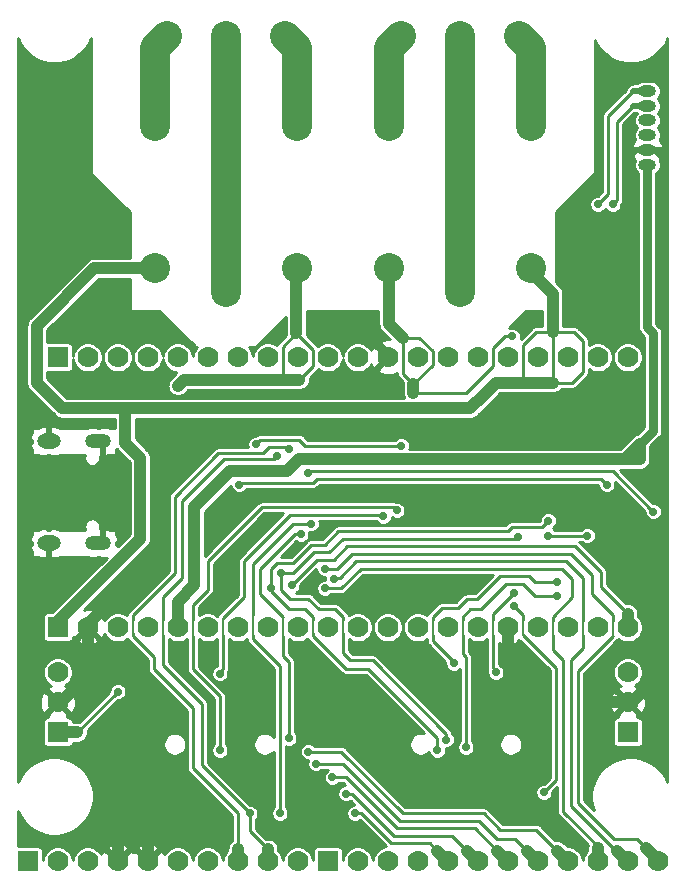
<source format=gbr>
G04 #@! TF.GenerationSoftware,KiCad,Pcbnew,5.1.0-rc2-unknown-036be7d~80~ubuntu16.04.1*
G04 #@! TF.CreationDate,2022-06-17T14:25:57+03:00*
G04 #@! TF.ProjectId,RT1010Py-DevKit_RevB,52543130-3130-4507-992d-4465764b6974,B*
G04 #@! TF.SameCoordinates,Original*
G04 #@! TF.FileFunction,Copper,L2,Bot*
G04 #@! TF.FilePolarity,Positive*
%FSLAX46Y46*%
G04 Gerber Fmt 4.6, Leading zero omitted, Abs format (unit mm)*
G04 Created by KiCad (PCBNEW 5.1.0-rc2-unknown-036be7d~80~ubuntu16.04.1) date 2022-06-17 14:25:57*
%MOMM*%
%LPD*%
G04 APERTURE LIST*
%ADD10C,2.540000*%
%ADD11C,1.778000*%
%ADD12R,1.778000X1.778000*%
%ADD13O,1.500000X1.000000*%
%ADD14O,2.200000X1.200000*%
%ADD15O,2.000000X1.300000*%
%ADD16C,0.700000*%
%ADD17C,1.000000*%
%ADD18C,1.016000*%
%ADD19C,0.508000*%
%ADD20C,0.762000*%
%ADD21C,0.254000*%
%ADD22C,0.177800*%
%ADD23C,2.540000*%
G04 APERTURE END LIST*
D10*
X106934000Y-86278000D03*
X112934000Y-72278000D03*
X100934000Y-72278000D03*
X100934000Y-84278000D03*
X112934000Y-84278000D03*
X87122000Y-86278000D03*
X93122000Y-72278000D03*
X81122000Y-72278000D03*
X81122000Y-84278000D03*
X93122000Y-84278000D03*
X101934000Y-64643000D03*
X111934000Y-64643000D03*
X106934000Y-64643000D03*
X82122000Y-64643000D03*
X92122000Y-64643000D03*
X87122000Y-64643000D03*
D11*
X123698000Y-134493000D03*
X121158000Y-134493000D03*
X103378000Y-134493000D03*
X100838000Y-134493000D03*
X98298000Y-134493000D03*
D12*
X95758000Y-134493000D03*
D11*
X105918000Y-134493000D03*
X108458000Y-134493000D03*
X113538000Y-134493000D03*
X110998000Y-134493000D03*
X116078000Y-134493000D03*
X118618000Y-134493000D03*
X72898000Y-118491000D03*
X72898000Y-121031000D03*
D12*
X72898000Y-123571000D03*
D11*
X121158000Y-118491000D03*
X121158000Y-121031000D03*
D12*
X121158000Y-123571000D03*
D11*
X80518000Y-91821000D03*
X77978000Y-91821000D03*
X75438000Y-91821000D03*
D12*
X72898000Y-91821000D03*
D11*
X83058000Y-91821000D03*
X85598000Y-91821000D03*
X90678000Y-91821000D03*
X88138000Y-91821000D03*
X93218000Y-91821000D03*
X95758000Y-91821000D03*
X100838000Y-91821000D03*
X98298000Y-91821000D03*
X103378000Y-91821000D03*
X105918000Y-91821000D03*
X110998000Y-91821000D03*
X108458000Y-91821000D03*
X118618000Y-91821000D03*
X121158000Y-91821000D03*
X116078000Y-91821000D03*
X113538000Y-91821000D03*
X80518000Y-114681000D03*
X77978000Y-114681000D03*
X75438000Y-114681000D03*
D12*
X72898000Y-114681000D03*
D11*
X83058000Y-114681000D03*
X85598000Y-114681000D03*
X90678000Y-114681000D03*
X88138000Y-114681000D03*
X93218000Y-114681000D03*
X95758000Y-114681000D03*
X100838000Y-114681000D03*
X98298000Y-114681000D03*
X103378000Y-114681000D03*
X105918000Y-114681000D03*
X110998000Y-114681000D03*
X108458000Y-114681000D03*
X118618000Y-114681000D03*
X121158000Y-114681000D03*
X116078000Y-114681000D03*
X113538000Y-114681000D03*
D13*
X122809000Y-69275000D03*
X122809000Y-70525000D03*
X122809000Y-71775000D03*
X122809000Y-73025000D03*
X122809000Y-74275000D03*
X122809000Y-75525000D03*
D14*
X76309000Y-107571000D03*
D15*
X72129000Y-107571000D03*
X72129000Y-98931000D03*
D14*
X76309000Y-98931000D03*
D11*
X93218000Y-134493000D03*
X90678000Y-134493000D03*
X85598000Y-134493000D03*
X88138000Y-134493000D03*
X83058000Y-134493000D03*
X80518000Y-134493000D03*
D12*
X70358000Y-134493000D03*
D11*
X72898000Y-134493000D03*
X75438000Y-134493000D03*
X77978000Y-134493000D03*
D16*
X70739000Y-82169000D03*
X70739000Y-73279000D03*
D17*
X99314000Y-97917000D03*
X97917000Y-97917000D03*
X88646000Y-97917000D03*
X80010000Y-121285000D03*
X101346000Y-124460000D03*
X121158000Y-89027000D03*
D16*
X124206000Y-87503000D03*
X70358000Y-68326000D03*
D17*
X117983000Y-121793000D03*
X86741000Y-105918000D03*
X85979000Y-106934000D03*
X81661000Y-105537000D03*
X81661000Y-106807000D03*
X81661000Y-108839000D03*
X80264000Y-108839000D03*
X80010000Y-119634000D03*
X79629000Y-125857000D03*
X79629000Y-124587000D03*
X81153000Y-99568000D03*
X80137000Y-98552000D03*
X87630000Y-98806000D03*
X117983000Y-120396000D03*
X114046000Y-124841000D03*
X114046000Y-126111000D03*
X107442000Y-103632000D03*
X108839000Y-103632000D03*
D16*
X112776000Y-105029000D03*
X112649000Y-95758000D03*
X117602000Y-95250000D03*
D17*
X109093000Y-97917000D03*
X107823000Y-97917000D03*
D16*
X92329000Y-97536000D03*
X94488000Y-97536000D03*
X94488000Y-94615000D03*
X94615000Y-132461000D03*
X98044000Y-131826000D03*
X95250000Y-129921000D03*
X88773000Y-117729000D03*
X100838000Y-122047000D03*
X100838000Y-117475000D03*
X102489000Y-116332000D03*
X103759000Y-117475000D03*
X102489000Y-118491000D03*
X106172000Y-126492000D03*
X123444000Y-124460000D03*
D17*
X76327000Y-89281000D03*
X76327000Y-86487000D03*
D16*
X91694000Y-89916000D03*
X115443000Y-85090000D03*
X113030000Y-88519000D03*
D17*
X120777000Y-97155000D03*
X122047000Y-95885000D03*
D16*
X91059000Y-105283000D03*
X88265000Y-107696000D03*
D17*
X99314000Y-110744000D03*
X100584000Y-110744000D03*
D16*
X72136000Y-70993000D03*
X71755000Y-76454000D03*
X71755000Y-80264000D03*
X71882000Y-85471000D03*
X69977000Y-88646000D03*
X69977000Y-95758000D03*
X70485000Y-101219000D03*
X70485000Y-105029000D03*
X75057000Y-102108000D03*
X75184000Y-104521000D03*
X72390000Y-103251000D03*
X73152000Y-111379000D03*
X70358000Y-110490000D03*
X70358000Y-113030000D03*
X70485000Y-123698000D03*
X115951000Y-132207000D03*
X106680000Y-110871000D03*
X104394000Y-105283000D03*
X120777000Y-111379000D03*
X124206000Y-103886000D03*
X124206000Y-100203000D03*
X120396000Y-104902000D03*
X121158000Y-108458000D03*
X96774000Y-89281000D03*
X119380000Y-83312000D03*
X118999000Y-66675000D03*
D17*
X122174000Y-100457000D03*
X122174000Y-99187000D03*
X78613000Y-96139000D03*
X79883000Y-100330000D03*
X79883000Y-101600000D03*
X79883000Y-105029000D03*
X79883000Y-106299000D03*
X108966000Y-94996000D03*
D16*
X105029000Y-125095000D03*
X114427000Y-105664000D03*
X90932000Y-111379000D03*
X105791000Y-124206000D03*
X111887000Y-107061000D03*
X91821000Y-110109000D03*
X77978000Y-120142000D03*
X94742000Y-126238000D03*
X94107000Y-125222000D03*
X96139000Y-127381000D03*
X97282000Y-128778000D03*
X98044000Y-130429000D03*
X88265000Y-102616000D03*
X119380000Y-102616000D03*
X114427000Y-106934000D03*
X117729000Y-106934000D03*
X95504000Y-109728000D03*
X96266000Y-110617000D03*
X95504000Y-111379000D03*
X101981000Y-99314000D03*
X89662000Y-99187000D03*
X89154000Y-130429000D03*
X91440000Y-100203000D03*
X94107000Y-101600000D03*
X123317000Y-104902000D03*
X92456000Y-99568000D03*
X93472000Y-106807000D03*
X92456000Y-124079000D03*
X91694000Y-130429000D03*
X94361000Y-105918000D03*
X100457000Y-105283000D03*
X86614000Y-118618000D03*
X86614000Y-125095000D03*
X101600000Y-104775000D03*
X109982000Y-118491000D03*
X111506000Y-111760000D03*
X114046000Y-128651000D03*
X111506000Y-112903000D03*
X106426000Y-117729000D03*
X115189000Y-110871000D03*
X107442000Y-124841000D03*
X115189000Y-112014000D03*
D17*
X83058000Y-94234000D03*
X102997000Y-94869000D03*
D16*
X111379000Y-90043000D03*
X118618000Y-78867000D03*
X119888000Y-78867000D03*
X92710000Y-111125000D03*
D18*
X100838000Y-91821000D02*
X100838000Y-91440000D01*
D19*
X100838000Y-91440000D02*
X99568000Y-90170000D01*
D18*
X75438000Y-114681000D02*
X75438000Y-118745000D01*
D19*
X121813000Y-74275000D02*
X122809000Y-74275000D01*
X121158000Y-74930000D02*
X121813000Y-74275000D01*
X121158000Y-89027000D02*
X121158000Y-74930000D01*
X124206000Y-75057000D02*
X124206000Y-87503000D01*
X123424000Y-74275000D02*
X124206000Y-75057000D01*
X122809000Y-74275000D02*
X123424000Y-74275000D01*
X124206000Y-87503000D02*
X124206000Y-98298000D01*
D18*
X73152000Y-121031000D02*
X72898000Y-121031000D01*
X75438000Y-118745000D02*
X73152000Y-121031000D01*
X123444000Y-107569000D02*
X122047000Y-106172000D01*
X123444000Y-119126000D02*
X123444000Y-107569000D01*
X121539000Y-121031000D02*
X123444000Y-119126000D01*
X121158000Y-121031000D02*
X121539000Y-121031000D01*
X118745000Y-121031000D02*
X117983000Y-121793000D01*
X121158000Y-121031000D02*
X118745000Y-121031000D01*
D20*
X69977000Y-68707000D02*
X70358000Y-68326000D01*
X69977000Y-95250000D02*
X69977000Y-68707000D01*
X72129000Y-97402000D02*
X69977000Y-95250000D01*
D19*
X72129000Y-98931000D02*
X72129000Y-97402000D01*
D18*
X75438000Y-114427000D02*
X75438000Y-114681000D01*
X81661000Y-108204000D02*
X75438000Y-114427000D01*
X81661000Y-106807000D02*
X81661000Y-108204000D01*
X80010000Y-119634000D02*
X79121000Y-118745000D01*
X79121000Y-118745000D02*
X75438000Y-118745000D01*
X80010000Y-124206000D02*
X80010000Y-121285000D01*
X79629000Y-124587000D02*
X80010000Y-124206000D01*
X77978000Y-131953000D02*
X77978000Y-134493000D01*
X79629000Y-125857000D02*
X79629000Y-127762000D01*
X79629000Y-127762000D02*
X77343000Y-130048000D01*
X77343000Y-131318000D02*
X77978000Y-131953000D01*
X77343000Y-130048000D02*
X77343000Y-131318000D01*
X81153000Y-99568000D02*
X81661000Y-100076000D01*
X81661000Y-100076000D02*
X81661000Y-105537000D01*
X110998000Y-116713000D02*
X110998000Y-114681000D01*
X114046000Y-119761000D02*
X110998000Y-116713000D01*
X114046000Y-124841000D02*
X114046000Y-119761000D01*
X108839000Y-103632000D02*
X89027000Y-103632000D01*
X89027000Y-103632000D02*
X86741000Y-105918000D01*
X109093000Y-97917000D02*
X99314000Y-97917000D01*
D19*
X76309000Y-98931000D02*
X76708000Y-99330000D01*
X76708000Y-99330000D02*
X76708000Y-100584000D01*
X72129000Y-109086000D02*
X72136000Y-109093000D01*
X72129000Y-107571000D02*
X72129000Y-109086000D01*
X76309000Y-107571000D02*
X76708000Y-107172000D01*
X76708000Y-107172000D02*
X76708000Y-106045000D01*
D21*
X76708000Y-89662000D02*
X76708000Y-93218000D01*
X76327000Y-89281000D02*
X76708000Y-89662000D01*
X76708000Y-93218000D02*
X79248000Y-93218000D01*
X79248000Y-93218000D02*
X79248000Y-90678000D01*
X121158000Y-89027000D02*
X119888000Y-90297000D01*
X119888000Y-90297000D02*
X119888000Y-92837000D01*
D18*
X112649000Y-97917000D02*
X109093000Y-97917000D01*
X121666000Y-95504000D02*
X115062000Y-95504000D01*
X122047000Y-95885000D02*
X121666000Y-95504000D01*
X115062000Y-95504000D02*
X112649000Y-97917000D01*
D21*
X122555000Y-95377000D02*
X122047000Y-95885000D01*
X122555000Y-90424000D02*
X122555000Y-95377000D01*
X121158000Y-89027000D02*
X122555000Y-90424000D01*
D18*
X82804000Y-97917000D02*
X84836000Y-97917000D01*
X84836000Y-97917000D02*
X99314000Y-97917000D01*
X81153000Y-99568000D02*
X82804000Y-97917000D01*
X80518000Y-134493000D02*
X80518000Y-132588000D01*
D21*
X102489000Y-116332000D02*
X102108000Y-115951000D01*
X102108000Y-115951000D02*
X102108000Y-113665000D01*
X100838000Y-117475000D02*
X99568000Y-116205000D01*
X99568000Y-116205000D02*
X99568000Y-113411000D01*
X83058000Y-114681000D02*
X83058000Y-115062000D01*
D18*
X122174000Y-99187000D02*
X122174000Y-100457000D01*
X121158000Y-100457000D02*
X121158000Y-100203000D01*
X121158000Y-100203000D02*
X122174000Y-99187000D01*
X122174000Y-100457000D02*
X121158000Y-100457000D01*
D20*
X123317000Y-98044000D02*
X122174000Y-99187000D01*
X123317000Y-89789000D02*
X123317000Y-98044000D01*
X122809000Y-89281000D02*
X123317000Y-89789000D01*
X122809000Y-75525000D02*
X122809000Y-89281000D01*
D18*
X83058000Y-112522000D02*
X83058000Y-114681000D01*
X84455000Y-111125000D02*
X83058000Y-112522000D01*
X84455000Y-104521000D02*
X84455000Y-111125000D01*
X121158000Y-100457000D02*
X93345000Y-100457000D01*
X93345000Y-100457000D02*
X92329000Y-101473000D01*
X87503000Y-101473000D02*
X84455000Y-104521000D01*
X92329000Y-101473000D02*
X87503000Y-101473000D01*
X112268000Y-93980000D02*
X113157000Y-93980000D01*
X113157000Y-93980000D02*
X114808000Y-93980000D01*
D21*
X112268000Y-90805000D02*
X112268000Y-93980000D01*
X113411000Y-89662000D02*
X112268000Y-90805000D01*
X114808000Y-89662000D02*
X113411000Y-89662000D01*
X114808000Y-93980000D02*
X114808000Y-89662000D01*
X114808000Y-89662000D02*
X116586000Y-89662000D01*
X116586000Y-89662000D02*
X117348000Y-90424000D01*
X117348000Y-90424000D02*
X117348000Y-93091000D01*
X117348000Y-93091000D02*
X116459000Y-93980000D01*
X114808000Y-93980000D02*
X116459000Y-93980000D01*
D18*
X75996000Y-84278000D02*
X81122000Y-84278000D01*
X78613000Y-96139000D02*
X73279000Y-96139000D01*
X71120000Y-89154000D02*
X75996000Y-84278000D01*
X73279000Y-96139000D02*
X71120000Y-93980000D01*
X71120000Y-93980000D02*
X71120000Y-89154000D01*
X79883000Y-100330000D02*
X79883000Y-101600000D01*
X79883000Y-105029000D02*
X79883000Y-101600000D01*
X72898000Y-114173000D02*
X72898000Y-114681000D01*
X79883000Y-107188000D02*
X72898000Y-114173000D01*
X79883000Y-105029000D02*
X79883000Y-107188000D01*
X79883000Y-100330000D02*
X78613000Y-99060000D01*
X78613000Y-99060000D02*
X78613000Y-96139000D01*
X107823000Y-96139000D02*
X101600000Y-96139000D01*
X108966000Y-94996000D02*
X107823000Y-96139000D01*
X101600000Y-96139000D02*
X78613000Y-96139000D01*
X109982000Y-93980000D02*
X112268000Y-93980000D01*
X108966000Y-94996000D02*
X109982000Y-93980000D01*
X114808000Y-86487000D02*
X114808000Y-89662000D01*
X112934000Y-84613000D02*
X114808000Y-86487000D01*
X112934000Y-84278000D02*
X112934000Y-84613000D01*
D22*
X94488000Y-114046000D02*
X94488000Y-115189000D01*
D21*
X94488000Y-113792000D02*
X94488000Y-114046000D01*
X90932000Y-111379000D02*
X90932000Y-111633000D01*
X92456000Y-113157000D02*
X93853000Y-113157000D01*
X93853000Y-113157000D02*
X94488000Y-113792000D01*
X90932000Y-111633000D02*
X92456000Y-113157000D01*
X105029000Y-124079000D02*
X105029000Y-125095000D01*
X94488000Y-115189000D02*
X94488000Y-115443000D01*
X94488000Y-115443000D02*
X97282000Y-118237000D01*
X97282000Y-118237000D02*
X99187000Y-118237000D01*
X99187000Y-118237000D02*
X105029000Y-124079000D01*
X111379000Y-106172000D02*
X113919000Y-106172000D01*
X96647000Y-106553000D02*
X110998000Y-106553000D01*
X95504000Y-107696000D02*
X96647000Y-106553000D01*
X113919000Y-106172000D02*
X114427000Y-105664000D01*
X110998000Y-106553000D02*
X111379000Y-106172000D01*
X94361000Y-107696000D02*
X95504000Y-107696000D01*
X90932000Y-111379000D02*
X90932000Y-109728000D01*
X90932000Y-109728000D02*
X91440000Y-109220000D01*
X92837000Y-109220000D02*
X94361000Y-107696000D01*
X91440000Y-109220000D02*
X92837000Y-109220000D01*
D22*
X97028000Y-114046000D02*
X97028000Y-115189000D01*
D21*
X105791000Y-124206000D02*
X105791000Y-123698000D01*
X105791000Y-123698000D02*
X99568000Y-117475000D01*
X97028000Y-116840000D02*
X97028000Y-115189000D01*
X97663000Y-117475000D02*
X97028000Y-116840000D01*
X99568000Y-117475000D02*
X97663000Y-117475000D01*
X97028000Y-107188000D02*
X111760000Y-107188000D01*
X91821000Y-110109000D02*
X92837000Y-110109000D01*
X92837000Y-110109000D02*
X94615000Y-108331000D01*
X111760000Y-107188000D02*
X111887000Y-107061000D01*
X94615000Y-108331000D02*
X95885000Y-108331000D01*
X95885000Y-108331000D02*
X97028000Y-107188000D01*
X92583000Y-112268000D02*
X91821000Y-111506000D01*
X91821000Y-111506000D02*
X91821000Y-110109000D01*
X94107000Y-112268000D02*
X92583000Y-112268000D01*
X97028000Y-114046000D02*
X97028000Y-113792000D01*
X96393000Y-113157000D02*
X94996000Y-113157000D01*
X97028000Y-113792000D02*
X96393000Y-113157000D01*
X94996000Y-113157000D02*
X94107000Y-112268000D01*
D18*
X72898000Y-123571000D02*
X74549000Y-123571000D01*
D21*
X74549000Y-123571000D02*
X77978000Y-120142000D01*
D18*
X113538000Y-134493000D02*
X112649000Y-133604000D01*
D21*
X97028000Y-126238000D02*
X94742000Y-126238000D01*
X101854000Y-131064000D02*
X97028000Y-126238000D01*
X112649000Y-133604000D02*
X111633000Y-132588000D01*
X111633000Y-132588000D02*
X110109000Y-132588000D01*
X110109000Y-132588000D02*
X108585000Y-131064000D01*
X108585000Y-131064000D02*
X101854000Y-131064000D01*
D18*
X116078000Y-134493000D02*
X115189000Y-133604000D01*
D21*
X96901000Y-125222000D02*
X94107000Y-125222000D01*
X102108000Y-130429000D02*
X96901000Y-125222000D01*
X115189000Y-133604000D02*
X113411000Y-131826000D01*
X113411000Y-131826000D02*
X110363000Y-131826000D01*
X110363000Y-131826000D02*
X108966000Y-130429000D01*
X108966000Y-130429000D02*
X102108000Y-130429000D01*
D18*
X110998000Y-134493000D02*
X110109000Y-133604000D01*
D21*
X97282000Y-127381000D02*
X96139000Y-127381000D01*
X101600000Y-131699000D02*
X97282000Y-127381000D01*
X108204000Y-131699000D02*
X101600000Y-131699000D01*
X110109000Y-133604000D02*
X108204000Y-131699000D01*
D18*
X108458000Y-134493000D02*
X107569000Y-133604000D01*
D21*
X106299000Y-132334000D02*
X107569000Y-133604000D01*
X101346000Y-132334000D02*
X106299000Y-132334000D01*
X97790000Y-128778000D02*
X101346000Y-132334000D01*
X97282000Y-128778000D02*
X97790000Y-128778000D01*
D18*
X105918000Y-134493000D02*
X105029000Y-133604000D01*
D21*
X104394000Y-132969000D02*
X105029000Y-133604000D01*
X101092000Y-132969000D02*
X104394000Y-132969000D01*
X98552000Y-130429000D02*
X101092000Y-132969000D01*
X98044000Y-130429000D02*
X98552000Y-130429000D01*
X88392000Y-102489000D02*
X88265000Y-102616000D01*
X118872000Y-102108000D02*
X94869000Y-102108000D01*
X94869000Y-102108000D02*
X94488000Y-102489000D01*
X119380000Y-102616000D02*
X118872000Y-102108000D01*
X94488000Y-102489000D02*
X88392000Y-102489000D01*
X114427000Y-106934000D02*
X117729000Y-106934000D01*
D18*
X123698000Y-134366000D02*
X122682000Y-133350000D01*
X123698000Y-134493000D02*
X123698000Y-134366000D01*
D21*
X96520000Y-109728000D02*
X95504000Y-109728000D01*
X97790000Y-108458000D02*
X96520000Y-109728000D01*
X116332000Y-108458000D02*
X97790000Y-108458000D01*
X119888000Y-114173000D02*
X119888000Y-113665000D01*
X119888000Y-113665000D02*
X118110000Y-111887000D01*
X118110000Y-111887000D02*
X118110000Y-110236000D01*
X118110000Y-110236000D02*
X116332000Y-108458000D01*
X122682000Y-133350000D02*
X121920000Y-132588000D01*
X121920000Y-132588000D02*
X120015000Y-132588000D01*
X116967000Y-118364000D02*
X119888000Y-115443000D01*
X120015000Y-132588000D02*
X116967000Y-129540000D01*
X116967000Y-129540000D02*
X116967000Y-118364000D01*
D22*
X119888000Y-114173000D02*
X119888000Y-115443000D01*
D21*
X117348000Y-110490000D02*
X117348000Y-114173000D01*
X115951000Y-109093000D02*
X117348000Y-110490000D01*
X96266000Y-110617000D02*
X96393000Y-110490000D01*
X96393000Y-110490000D02*
X96774000Y-110490000D01*
X96774000Y-110490000D02*
X98171000Y-109093000D01*
X98171000Y-109093000D02*
X115951000Y-109093000D01*
D22*
X117348000Y-114173000D02*
X117348000Y-115316000D01*
D18*
X121158000Y-134493000D02*
X120269000Y-133604000D01*
D21*
X117348000Y-116459000D02*
X117348000Y-115316000D01*
X120269000Y-133604000D02*
X120142000Y-133604000D01*
X120142000Y-133604000D02*
X116332000Y-129794000D01*
X116332000Y-129794000D02*
X116332000Y-117475000D01*
X116332000Y-117475000D02*
X117348000Y-116459000D01*
D18*
X118618000Y-134493000D02*
X118618000Y-133350000D01*
D21*
X98552000Y-109728000D02*
X96901000Y-111379000D01*
X115570000Y-109728000D02*
X98552000Y-109728000D01*
X114808000Y-114173000D02*
X114808000Y-113792000D01*
X96901000Y-111379000D02*
X95504000Y-111379000D01*
X114808000Y-113792000D02*
X116459000Y-112141000D01*
X116459000Y-112141000D02*
X116459000Y-110617000D01*
X116459000Y-110617000D02*
X115570000Y-109728000D01*
D22*
X114808000Y-114173000D02*
X114808000Y-115316000D01*
D21*
X114808000Y-116586000D02*
X114808000Y-115316000D01*
X118618000Y-133350000D02*
X118618000Y-133223000D01*
X118618000Y-133223000D02*
X115697000Y-130302000D01*
X115697000Y-130302000D02*
X115697000Y-117475000D01*
X115697000Y-117475000D02*
X114808000Y-116586000D01*
X90043000Y-98806000D02*
X89662000Y-99187000D01*
X93345000Y-98806000D02*
X90043000Y-98806000D01*
X93853000Y-99314000D02*
X93345000Y-98806000D01*
X101981000Y-99314000D02*
X93853000Y-99314000D01*
X83439000Y-110490000D02*
X81788000Y-112141000D01*
X91440000Y-100203000D02*
X91186000Y-100457000D01*
X91186000Y-100457000D02*
X86995000Y-100457000D01*
X86995000Y-100457000D02*
X83439000Y-104013000D01*
X81788000Y-112141000D02*
X81788000Y-114046000D01*
X83439000Y-104013000D02*
X83439000Y-110490000D01*
D22*
X81788000Y-114046000D02*
X81788000Y-115316000D01*
D21*
X81788000Y-117856000D02*
X81788000Y-115316000D01*
X85090000Y-121158000D02*
X81788000Y-117856000D01*
X85090000Y-126365000D02*
X85090000Y-121158000D01*
X89154000Y-130429000D02*
X85090000Y-126365000D01*
D18*
X90678000Y-134493000D02*
X90678000Y-133477000D01*
D21*
X89154000Y-131699000D02*
X89154000Y-130429000D01*
X89154000Y-131953000D02*
X89154000Y-131699000D01*
X90678000Y-133477000D02*
X89154000Y-131953000D01*
X94234000Y-101473000D02*
X94107000Y-101600000D01*
X119888000Y-101473000D02*
X94234000Y-101473000D01*
X123317000Y-104902000D02*
X119888000Y-101473000D01*
D18*
X88138000Y-134493000D02*
X88138000Y-133477000D01*
D21*
X82804000Y-103632000D02*
X82804000Y-110109000D01*
X82804000Y-110109000D02*
X79248000Y-113665000D01*
X86487000Y-99949000D02*
X82804000Y-103632000D01*
X92456000Y-99568000D02*
X92329000Y-99441000D01*
X92329000Y-99441000D02*
X90805000Y-99441000D01*
X79248000Y-113665000D02*
X79248000Y-114046000D01*
X90805000Y-99441000D02*
X90297000Y-99949000D01*
X90297000Y-99949000D02*
X86487000Y-99949000D01*
D22*
X79248000Y-115189000D02*
X79248000Y-114046000D01*
D21*
X88138000Y-130429000D02*
X88138000Y-133477000D01*
X84328000Y-121539000D02*
X84328000Y-126619000D01*
X84328000Y-126619000D02*
X88138000Y-130429000D01*
X81026000Y-117221000D02*
X79248000Y-115443000D01*
X81026000Y-118237000D02*
X84328000Y-121539000D01*
X81026000Y-118237000D02*
X81026000Y-117221000D01*
X79248000Y-115189000D02*
X79248000Y-115443000D01*
D22*
X91948000Y-115443000D02*
X91948000Y-113792000D01*
D21*
X90043000Y-111887000D02*
X91948000Y-113792000D01*
X90043000Y-109728000D02*
X90043000Y-111887000D01*
X92964000Y-106807000D02*
X90043000Y-109728000D01*
X93472000Y-106807000D02*
X92964000Y-106807000D01*
X91948000Y-117094000D02*
X91948000Y-115443000D01*
X92456000Y-117602000D02*
X91948000Y-117094000D01*
X92456000Y-124079000D02*
X92456000Y-117602000D01*
X92837000Y-105918000D02*
X94361000Y-105918000D01*
X89408000Y-109347000D02*
X92837000Y-105918000D01*
X89408000Y-113665000D02*
X89408000Y-109347000D01*
D22*
X89408000Y-113665000D02*
X89408000Y-115316000D01*
D21*
X89408000Y-115697000D02*
X89408000Y-115316000D01*
X91694000Y-117983000D02*
X89408000Y-115697000D01*
X91694000Y-130429000D02*
X91694000Y-117983000D01*
D22*
X86868000Y-115316000D02*
X86868000Y-113919000D01*
D21*
X86614000Y-118491000D02*
X86868000Y-118237000D01*
X86614000Y-118618000D02*
X86614000Y-118491000D01*
X86868000Y-118237000D02*
X86868000Y-115316000D01*
X88646000Y-112141000D02*
X86868000Y-113919000D01*
X100457000Y-105283000D02*
X100330000Y-105156000D01*
X100330000Y-105156000D02*
X92583000Y-105156000D01*
X92583000Y-105156000D02*
X88646000Y-109093000D01*
X88646000Y-109093000D02*
X88646000Y-112141000D01*
D22*
X84328000Y-114046000D02*
X84328000Y-115443000D01*
D21*
X84328000Y-118237000D02*
X84328000Y-115443000D01*
X86614000Y-120523000D02*
X84328000Y-118237000D01*
X86614000Y-125095000D02*
X86614000Y-120523000D01*
X101346000Y-104521000D02*
X101600000Y-104775000D01*
X84328000Y-114046000D02*
X84328000Y-112776000D01*
X90170000Y-104521000D02*
X101346000Y-104521000D01*
X85598000Y-111506000D02*
X85598000Y-109093000D01*
X84328000Y-112776000D02*
X85598000Y-111506000D01*
X85598000Y-109093000D02*
X90170000Y-104521000D01*
X109728000Y-113538000D02*
X109728000Y-114046000D01*
X111506000Y-111760000D02*
X109728000Y-113538000D01*
D22*
X109728000Y-114046000D02*
X109728000Y-115316000D01*
D21*
X109982000Y-118364000D02*
X109728000Y-118110000D01*
X109982000Y-118491000D02*
X109982000Y-118364000D01*
X109728000Y-118110000D02*
X109728000Y-115316000D01*
X112268000Y-113665000D02*
X112268000Y-114046000D01*
X111506000Y-112903000D02*
X112268000Y-113665000D01*
D22*
X112268000Y-114046000D02*
X112268000Y-115316000D01*
D21*
X115062000Y-127635000D02*
X114046000Y-128651000D01*
X115062000Y-118110000D02*
X115062000Y-127635000D01*
X112268000Y-115316000D02*
X115062000Y-118110000D01*
D22*
X104648000Y-114046000D02*
X104648000Y-115316000D01*
D21*
X106426000Y-117602000D02*
X106426000Y-117729000D01*
X104648000Y-115824000D02*
X106426000Y-117602000D01*
X104648000Y-115316000D02*
X104648000Y-115824000D01*
X113284000Y-110871000D02*
X115189000Y-110871000D01*
X112776000Y-110363000D02*
X113284000Y-110871000D01*
X110363000Y-110363000D02*
X112776000Y-110363000D01*
X107505500Y-112331500D02*
X108394500Y-112331500D01*
X108394500Y-112331500D02*
X110363000Y-110363000D01*
X104648000Y-114046000D02*
X104648000Y-113792000D01*
X104648000Y-113792000D02*
X105410000Y-113030000D01*
X105410000Y-113030000D02*
X106807000Y-113030000D01*
X106807000Y-113030000D02*
X107505500Y-112331500D01*
D22*
X107188000Y-114046000D02*
X107188000Y-115316000D01*
D21*
X107442000Y-117221000D02*
X107442000Y-124841000D01*
X107188000Y-116967000D02*
X107442000Y-117221000D01*
X107188000Y-115316000D02*
X107188000Y-116967000D01*
X107823000Y-113157000D02*
X107188000Y-113792000D01*
X108712000Y-113157000D02*
X107823000Y-113157000D01*
X115189000Y-112014000D02*
X113284000Y-112014000D01*
X113284000Y-112014000D02*
X112268000Y-110998000D01*
X112268000Y-110998000D02*
X110871000Y-110998000D01*
X107188000Y-113792000D02*
X107188000Y-114046000D01*
X110871000Y-110998000D02*
X108712000Y-113157000D01*
D23*
X100934000Y-72278000D02*
X100934000Y-67722000D01*
X100934000Y-65643000D02*
X100934000Y-67722000D01*
X101934000Y-64643000D02*
X100934000Y-65643000D01*
X112934000Y-72278000D02*
X112934000Y-67468000D01*
X112934000Y-65643000D02*
X112934000Y-67468000D01*
X111934000Y-64643000D02*
X112934000Y-65643000D01*
X106934000Y-86278000D02*
X106934000Y-73025000D01*
X106934000Y-64643000D02*
X106934000Y-73025000D01*
D18*
X93122000Y-84278000D02*
X93091000Y-84309000D01*
X93091000Y-84309000D02*
X93091000Y-89789000D01*
D21*
X93091000Y-89789000D02*
X94488000Y-91186000D01*
D18*
X83058000Y-94234000D02*
X83566000Y-93726000D01*
D21*
X94488000Y-92583000D02*
X94488000Y-91186000D01*
X93345000Y-93726000D02*
X94488000Y-92583000D01*
X91948000Y-90932000D02*
X93091000Y-89789000D01*
D18*
X83566000Y-93726000D02*
X91948000Y-93726000D01*
D21*
X91948000Y-93726000D02*
X91948000Y-90932000D01*
D18*
X91948000Y-93726000D02*
X93345000Y-93726000D01*
X102997000Y-94869000D02*
X102997000Y-94107000D01*
D21*
X102108000Y-93218000D02*
X102997000Y-94107000D01*
X102108000Y-90170000D02*
X102108000Y-93218000D01*
X104648000Y-92456000D02*
X102997000Y-94107000D01*
X104648000Y-91313000D02*
X104648000Y-92456000D01*
X103505000Y-90170000D02*
X104648000Y-91313000D01*
X102108000Y-90170000D02*
X103505000Y-90170000D01*
X107442000Y-94869000D02*
X102997000Y-94869000D01*
X111379000Y-90043000D02*
X110744000Y-90043000D01*
X110744000Y-90043000D02*
X109728000Y-91059000D01*
X109728000Y-91059000D02*
X109728000Y-92583000D01*
X109728000Y-92583000D02*
X107442000Y-94869000D01*
D18*
X100934000Y-84278000D02*
X100934000Y-88996000D01*
X100934000Y-88996000D02*
X102108000Y-90170000D01*
D19*
X122809000Y-69275000D02*
X121606000Y-69275000D01*
D21*
X119507000Y-77978000D02*
X118618000Y-78867000D01*
X119507000Y-71374000D02*
X119507000Y-77978000D01*
X121606000Y-69275000D02*
X119507000Y-71374000D01*
D19*
X122809000Y-70525000D02*
X121626000Y-70525000D01*
D21*
X120269000Y-78486000D02*
X119888000Y-78867000D01*
X120269000Y-71882000D02*
X120269000Y-78486000D01*
X121626000Y-70525000D02*
X120269000Y-71882000D01*
D18*
X121158000Y-114681000D02*
X121158000Y-113538000D01*
D21*
X94869000Y-108966000D02*
X92710000Y-111125000D01*
X121158000Y-113538000D02*
X118872000Y-111252000D01*
X96266000Y-108966000D02*
X94869000Y-108966000D01*
X116713000Y-107823000D02*
X97409000Y-107823000D01*
X97409000Y-107823000D02*
X96266000Y-108966000D01*
X118872000Y-111252000D02*
X118872000Y-109982000D01*
X118872000Y-109982000D02*
X116713000Y-107823000D01*
D23*
X81122000Y-72278000D02*
X81122000Y-67722000D01*
X81122000Y-65643000D02*
X81122000Y-67722000D01*
X82122000Y-64643000D02*
X81122000Y-65643000D01*
X93122000Y-72278000D02*
X93122000Y-67660000D01*
X93122000Y-65643000D02*
X93122000Y-67660000D01*
X92122000Y-64643000D02*
X93122000Y-65643000D01*
X87122000Y-64643000D02*
X87122000Y-71501000D01*
X87122000Y-86278000D02*
X87122000Y-71501000D01*
D21*
G36*
X124492001Y-127770881D02*
G01*
X124348349Y-127424075D01*
X123984250Y-126879161D01*
X123520839Y-126415750D01*
X122975925Y-126051651D01*
X122370450Y-125800855D01*
X121727681Y-125673000D01*
X121072319Y-125673000D01*
X120429550Y-125800855D01*
X119824075Y-126051651D01*
X119279161Y-126415750D01*
X118815750Y-126879161D01*
X118451651Y-127424075D01*
X118200855Y-128029550D01*
X118073000Y-128672319D01*
X118073000Y-129327681D01*
X118200855Y-129970450D01*
X118260948Y-130115528D01*
X117475000Y-129329580D01*
X117475000Y-122682000D01*
X119886157Y-122682000D01*
X119886157Y-124460000D01*
X119893513Y-124534689D01*
X119915299Y-124606508D01*
X119950678Y-124672696D01*
X119998289Y-124730711D01*
X120056304Y-124778322D01*
X120122492Y-124813701D01*
X120194311Y-124835487D01*
X120269000Y-124842843D01*
X122047000Y-124842843D01*
X122121689Y-124835487D01*
X122193508Y-124813701D01*
X122259696Y-124778322D01*
X122317711Y-124730711D01*
X122365322Y-124672696D01*
X122400701Y-124606508D01*
X122422487Y-124534689D01*
X122429843Y-124460000D01*
X122429843Y-122682000D01*
X122422487Y-122607311D01*
X122400701Y-122535492D01*
X122365322Y-122469304D01*
X122317711Y-122411289D01*
X122259696Y-122363678D01*
X122193508Y-122328299D01*
X122121689Y-122306513D01*
X122047000Y-122299157D01*
X121965659Y-122299157D01*
X122034626Y-122087231D01*
X121158000Y-121210605D01*
X120281374Y-122087231D01*
X120350341Y-122299157D01*
X120269000Y-122299157D01*
X120194311Y-122306513D01*
X120122492Y-122328299D01*
X120056304Y-122363678D01*
X119998289Y-122411289D01*
X119950678Y-122469304D01*
X119915299Y-122535492D01*
X119893513Y-122607311D01*
X119886157Y-122682000D01*
X117475000Y-122682000D01*
X117475000Y-121097988D01*
X119628092Y-121097988D01*
X119670557Y-121395171D01*
X119770184Y-121678359D01*
X119848711Y-121825273D01*
X120101769Y-121907626D01*
X120978395Y-121031000D01*
X121337605Y-121031000D01*
X122214231Y-121907626D01*
X122467289Y-121825273D01*
X122597086Y-121554582D01*
X122671580Y-121263770D01*
X122687908Y-120964012D01*
X122645443Y-120666829D01*
X122545816Y-120383641D01*
X122467289Y-120236727D01*
X122214231Y-120154374D01*
X121337605Y-121031000D01*
X120978395Y-121031000D01*
X120101769Y-120154374D01*
X119848711Y-120236727D01*
X119718914Y-120507418D01*
X119644420Y-120798230D01*
X119628092Y-121097988D01*
X117475000Y-121097988D01*
X117475000Y-118574420D01*
X117683504Y-118365916D01*
X119888000Y-118365916D01*
X119888000Y-118616084D01*
X119936805Y-118861445D01*
X120032541Y-119092571D01*
X120171527Y-119300578D01*
X120348422Y-119477473D01*
X120556429Y-119616459D01*
X120570288Y-119622200D01*
X120510641Y-119643184D01*
X120363727Y-119721711D01*
X120281374Y-119974769D01*
X121158000Y-120851395D01*
X122034626Y-119974769D01*
X121952273Y-119721711D01*
X121745192Y-119622415D01*
X121759571Y-119616459D01*
X121967578Y-119477473D01*
X122144473Y-119300578D01*
X122283459Y-119092571D01*
X122379195Y-118861445D01*
X122428000Y-118616084D01*
X122428000Y-118365916D01*
X122379195Y-118120555D01*
X122283459Y-117889429D01*
X122144473Y-117681422D01*
X121967578Y-117504527D01*
X121759571Y-117365541D01*
X121528445Y-117269805D01*
X121283084Y-117221000D01*
X121032916Y-117221000D01*
X120787555Y-117269805D01*
X120556429Y-117365541D01*
X120348422Y-117504527D01*
X120171527Y-117681422D01*
X120032541Y-117889429D01*
X119936805Y-118120555D01*
X119888000Y-118365916D01*
X117683504Y-118365916D01*
X120264850Y-115784570D01*
X120312429Y-115726595D01*
X120345560Y-115664611D01*
X120348422Y-115667473D01*
X120556429Y-115806459D01*
X120787555Y-115902195D01*
X121032916Y-115951000D01*
X121283084Y-115951000D01*
X121528445Y-115902195D01*
X121759571Y-115806459D01*
X121967578Y-115667473D01*
X122144473Y-115490578D01*
X122283459Y-115282571D01*
X122379195Y-115051445D01*
X122428000Y-114806084D01*
X122428000Y-114555916D01*
X122379195Y-114310555D01*
X122283459Y-114079429D01*
X122144473Y-113871422D01*
X122047000Y-113773949D01*
X122047000Y-113494333D01*
X122034136Y-113363726D01*
X121983303Y-113196149D01*
X121900753Y-113041709D01*
X121789659Y-112906341D01*
X121654291Y-112795247D01*
X121499851Y-112712697D01*
X121332274Y-112661864D01*
X121158000Y-112644699D01*
X120998800Y-112660379D01*
X119380000Y-111041580D01*
X119380000Y-110006943D01*
X119382457Y-109981999D01*
X119378441Y-109941225D01*
X119372649Y-109882415D01*
X119343601Y-109786657D01*
X119308318Y-109720648D01*
X119296429Y-109698404D01*
X119248850Y-109640429D01*
X119232948Y-109621052D01*
X119213571Y-109605150D01*
X117089855Y-107481435D01*
X117073948Y-107462052D01*
X117049514Y-107442000D01*
X117203210Y-107442000D01*
X117263015Y-107501805D01*
X117382742Y-107581804D01*
X117515775Y-107636908D01*
X117657003Y-107665000D01*
X117800997Y-107665000D01*
X117942225Y-107636908D01*
X118075258Y-107581804D01*
X118194985Y-107501805D01*
X118296805Y-107399985D01*
X118376804Y-107280258D01*
X118431908Y-107147225D01*
X118460000Y-107005997D01*
X118460000Y-106862003D01*
X118431908Y-106720775D01*
X118376804Y-106587742D01*
X118296805Y-106468015D01*
X118194985Y-106366195D01*
X118075258Y-106286196D01*
X117942225Y-106231092D01*
X117800997Y-106203000D01*
X117657003Y-106203000D01*
X117515775Y-106231092D01*
X117382742Y-106286196D01*
X117263015Y-106366195D01*
X117203210Y-106426000D01*
X114952790Y-106426000D01*
X114892985Y-106366195D01*
X114792421Y-106299000D01*
X114892985Y-106231805D01*
X114994805Y-106129985D01*
X115074804Y-106010258D01*
X115129908Y-105877225D01*
X115158000Y-105735997D01*
X115158000Y-105592003D01*
X115129908Y-105450775D01*
X115074804Y-105317742D01*
X114994805Y-105198015D01*
X114892985Y-105096195D01*
X114773258Y-105016196D01*
X114640225Y-104961092D01*
X114498997Y-104933000D01*
X114355003Y-104933000D01*
X114213775Y-104961092D01*
X114080742Y-105016196D01*
X113961015Y-105096195D01*
X113859195Y-105198015D01*
X113779196Y-105317742D01*
X113724092Y-105450775D01*
X113696000Y-105592003D01*
X113696000Y-105664000D01*
X111403943Y-105664000D01*
X111378999Y-105661543D01*
X111354055Y-105664000D01*
X111354053Y-105664000D01*
X111279415Y-105671351D01*
X111183657Y-105700399D01*
X111183655Y-105700400D01*
X111095404Y-105747571D01*
X111051444Y-105783648D01*
X111018052Y-105811052D01*
X111002149Y-105830430D01*
X110787580Y-106045000D01*
X96671943Y-106045000D01*
X96646999Y-106042543D01*
X96622055Y-106045000D01*
X96622053Y-106045000D01*
X96547415Y-106052351D01*
X96451657Y-106081399D01*
X96410576Y-106103357D01*
X96363404Y-106128571D01*
X96310486Y-106172000D01*
X96286052Y-106192052D01*
X96270150Y-106211429D01*
X95293580Y-107188000D01*
X94385943Y-107188000D01*
X94360999Y-107185543D01*
X94336055Y-107188000D01*
X94336053Y-107188000D01*
X94261415Y-107195351D01*
X94165657Y-107224399D01*
X94165655Y-107224400D01*
X94077404Y-107271571D01*
X94033443Y-107307649D01*
X94000052Y-107335052D01*
X93984150Y-107354429D01*
X92626580Y-108712000D01*
X91777420Y-108712000D01*
X93071116Y-107418304D01*
X93125742Y-107454804D01*
X93258775Y-107509908D01*
X93400003Y-107538000D01*
X93543997Y-107538000D01*
X93685225Y-107509908D01*
X93818258Y-107454804D01*
X93937985Y-107374805D01*
X94039805Y-107272985D01*
X94119804Y-107153258D01*
X94174908Y-107020225D01*
X94203000Y-106878997D01*
X94203000Y-106735003D01*
X94181645Y-106627645D01*
X94289003Y-106649000D01*
X94432997Y-106649000D01*
X94574225Y-106620908D01*
X94707258Y-106565804D01*
X94826985Y-106485805D01*
X94928805Y-106383985D01*
X95008804Y-106264258D01*
X95063908Y-106131225D01*
X95092000Y-105989997D01*
X95092000Y-105846003D01*
X95063908Y-105704775D01*
X95047018Y-105664000D01*
X99832410Y-105664000D01*
X99889195Y-105748985D01*
X99991015Y-105850805D01*
X100110742Y-105930804D01*
X100243775Y-105985908D01*
X100385003Y-106014000D01*
X100528997Y-106014000D01*
X100670225Y-105985908D01*
X100803258Y-105930804D01*
X100922985Y-105850805D01*
X101024805Y-105748985D01*
X101104804Y-105629258D01*
X101159908Y-105496225D01*
X101183807Y-105376075D01*
X101253742Y-105422804D01*
X101386775Y-105477908D01*
X101528003Y-105506000D01*
X101671997Y-105506000D01*
X101813225Y-105477908D01*
X101946258Y-105422804D01*
X102065985Y-105342805D01*
X102167805Y-105240985D01*
X102247804Y-105121258D01*
X102302908Y-104988225D01*
X102331000Y-104846997D01*
X102331000Y-104703003D01*
X102302908Y-104561775D01*
X102247804Y-104428742D01*
X102167805Y-104309015D01*
X102065985Y-104207195D01*
X101946258Y-104127196D01*
X101813225Y-104072092D01*
X101671997Y-104044000D01*
X101528003Y-104044000D01*
X101525310Y-104044536D01*
X101445585Y-104020351D01*
X101370947Y-104013000D01*
X101370944Y-104013000D01*
X101346000Y-104010543D01*
X101321056Y-104013000D01*
X90194943Y-104013000D01*
X90169999Y-104010543D01*
X90145055Y-104013000D01*
X90145053Y-104013000D01*
X90070415Y-104020351D01*
X89974657Y-104049399D01*
X89974655Y-104049400D01*
X89886404Y-104096571D01*
X89842444Y-104132648D01*
X89809052Y-104160052D01*
X89793150Y-104179429D01*
X85344000Y-108628580D01*
X85344000Y-104889235D01*
X87535865Y-102697371D01*
X87562092Y-102829225D01*
X87617196Y-102962258D01*
X87697195Y-103081985D01*
X87799015Y-103183805D01*
X87918742Y-103263804D01*
X88051775Y-103318908D01*
X88193003Y-103347000D01*
X88336997Y-103347000D01*
X88478225Y-103318908D01*
X88611258Y-103263804D01*
X88730985Y-103183805D01*
X88832805Y-103081985D01*
X88889590Y-102997000D01*
X94463056Y-102997000D01*
X94488000Y-102999457D01*
X94512944Y-102997000D01*
X94512947Y-102997000D01*
X94587585Y-102989649D01*
X94683343Y-102960601D01*
X94771595Y-102913429D01*
X94848948Y-102849948D01*
X94864854Y-102830566D01*
X95079421Y-102616000D01*
X118649000Y-102616000D01*
X118649000Y-102687997D01*
X118677092Y-102829225D01*
X118732196Y-102962258D01*
X118812195Y-103081985D01*
X118914015Y-103183805D01*
X119033742Y-103263804D01*
X119166775Y-103318908D01*
X119308003Y-103347000D01*
X119451997Y-103347000D01*
X119593225Y-103318908D01*
X119726258Y-103263804D01*
X119845985Y-103183805D01*
X119947805Y-103081985D01*
X120027804Y-102962258D01*
X120082908Y-102829225D01*
X120111000Y-102687997D01*
X120111000Y-102544003D01*
X120082908Y-102402775D01*
X120071278Y-102374699D01*
X122586000Y-104889421D01*
X122586000Y-104973997D01*
X122614092Y-105115225D01*
X122669196Y-105248258D01*
X122749195Y-105367985D01*
X122851015Y-105469805D01*
X122970742Y-105549804D01*
X123103775Y-105604908D01*
X123245003Y-105633000D01*
X123388997Y-105633000D01*
X123530225Y-105604908D01*
X123663258Y-105549804D01*
X123782985Y-105469805D01*
X123884805Y-105367985D01*
X123964804Y-105248258D01*
X124019908Y-105115225D01*
X124048000Y-104973997D01*
X124048000Y-104830003D01*
X124019908Y-104688775D01*
X123964804Y-104555742D01*
X123884805Y-104436015D01*
X123782985Y-104334195D01*
X123663258Y-104254196D01*
X123530225Y-104199092D01*
X123388997Y-104171000D01*
X123304421Y-104171000D01*
X120479420Y-101346000D01*
X121114333Y-101346000D01*
X121158000Y-101350301D01*
X121201667Y-101346000D01*
X122130333Y-101346000D01*
X122174000Y-101350301D01*
X122217667Y-101346000D01*
X122247903Y-101343022D01*
X122348274Y-101333136D01*
X122515851Y-101282303D01*
X122670291Y-101199753D01*
X122805659Y-101088659D01*
X122916753Y-100953291D01*
X122999303Y-100798851D01*
X123050136Y-100631274D01*
X123063000Y-100500667D01*
X123063000Y-100500666D01*
X123067301Y-100457000D01*
X123063000Y-100413333D01*
X123063000Y-99375630D01*
X123829352Y-98609279D01*
X123858422Y-98585422D01*
X123953645Y-98469392D01*
X124024402Y-98337015D01*
X124067974Y-98193378D01*
X124079000Y-98081426D01*
X124079000Y-98081424D01*
X124082686Y-98044001D01*
X124079000Y-98006578D01*
X124079000Y-89826415D01*
X124082685Y-89788999D01*
X124079000Y-89751583D01*
X124079000Y-89751574D01*
X124067974Y-89639622D01*
X124024402Y-89495985D01*
X123953645Y-89363608D01*
X123858422Y-89247578D01*
X123829347Y-89223717D01*
X123571000Y-88965370D01*
X123571000Y-76244511D01*
X123684975Y-76150975D01*
X123795068Y-76016825D01*
X123876875Y-75863775D01*
X123927252Y-75697706D01*
X123944262Y-75525000D01*
X123927252Y-75352294D01*
X123876875Y-75186225D01*
X123837268Y-75112125D01*
X123910483Y-75045675D01*
X124044473Y-74864751D01*
X124140592Y-74661163D01*
X124153119Y-74576874D01*
X124026954Y-74402000D01*
X122936000Y-74402000D01*
X122936000Y-74422000D01*
X122682000Y-74422000D01*
X122682000Y-74402000D01*
X121591046Y-74402000D01*
X121464881Y-74576874D01*
X121477408Y-74661163D01*
X121573527Y-74864751D01*
X121707517Y-75045675D01*
X121780732Y-75112125D01*
X121741125Y-75186225D01*
X121690748Y-75352294D01*
X121673738Y-75525000D01*
X121690748Y-75697706D01*
X121741125Y-75863775D01*
X121822932Y-76016825D01*
X121933025Y-76150975D01*
X122047000Y-76244511D01*
X122047001Y-89243567D01*
X122043314Y-89281000D01*
X122058027Y-89430378D01*
X122101599Y-89574015D01*
X122172355Y-89706392D01*
X122240150Y-89789000D01*
X122267579Y-89822422D01*
X122296649Y-89846279D01*
X122555000Y-90104630D01*
X122555001Y-97728368D01*
X121960653Y-98322716D01*
X121832149Y-98361697D01*
X121677709Y-98444247D01*
X121677707Y-98444248D01*
X121677708Y-98444248D01*
X121582474Y-98522405D01*
X121542341Y-98555341D01*
X121514507Y-98589257D01*
X120560262Y-99543503D01*
X120530412Y-99568000D01*
X102667018Y-99568000D01*
X102683908Y-99527225D01*
X102712000Y-99385997D01*
X102712000Y-99242003D01*
X102683908Y-99100775D01*
X102628804Y-98967742D01*
X102548805Y-98848015D01*
X102446985Y-98746195D01*
X102327258Y-98666196D01*
X102194225Y-98611092D01*
X102052997Y-98583000D01*
X101909003Y-98583000D01*
X101767775Y-98611092D01*
X101634742Y-98666196D01*
X101515015Y-98746195D01*
X101455210Y-98806000D01*
X94063421Y-98806000D01*
X93721855Y-98464434D01*
X93705948Y-98445052D01*
X93628595Y-98381571D01*
X93540343Y-98334399D01*
X93444585Y-98305351D01*
X93369947Y-98298000D01*
X93369944Y-98298000D01*
X93345000Y-98295543D01*
X93320056Y-98298000D01*
X90067943Y-98298000D01*
X90042999Y-98295543D01*
X90018055Y-98298000D01*
X90018053Y-98298000D01*
X89943415Y-98305351D01*
X89847657Y-98334399D01*
X89847655Y-98334400D01*
X89759404Y-98381571D01*
X89729311Y-98406268D01*
X89682052Y-98445052D01*
X89673067Y-98456000D01*
X89590003Y-98456000D01*
X89448775Y-98484092D01*
X89315742Y-98539196D01*
X89196015Y-98619195D01*
X89094195Y-98721015D01*
X89014196Y-98840742D01*
X88959092Y-98973775D01*
X88931000Y-99115003D01*
X88931000Y-99258997D01*
X88959092Y-99400225D01*
X88975982Y-99441000D01*
X86511944Y-99441000D01*
X86487000Y-99438543D01*
X86462056Y-99441000D01*
X86462053Y-99441000D01*
X86387415Y-99448351D01*
X86291657Y-99477399D01*
X86203405Y-99524571D01*
X86126052Y-99588052D01*
X86110145Y-99607435D01*
X82462435Y-103255145D01*
X82443052Y-103271052D01*
X82379571Y-103348405D01*
X82332399Y-103436658D01*
X82303351Y-103532416D01*
X82296000Y-103607053D01*
X82293543Y-103632000D01*
X82296000Y-103656944D01*
X82296001Y-109898578D01*
X78906435Y-113288145D01*
X78887052Y-113304052D01*
X78823571Y-113381405D01*
X78776399Y-113469658D01*
X78747351Y-113565416D01*
X78741128Y-113628600D01*
X78737904Y-113661336D01*
X78579571Y-113555541D01*
X78348445Y-113459805D01*
X78103084Y-113411000D01*
X77852916Y-113411000D01*
X77607555Y-113459805D01*
X77376429Y-113555541D01*
X77168422Y-113694527D01*
X76991527Y-113871422D01*
X76852541Y-114079429D01*
X76846800Y-114093288D01*
X76825816Y-114033641D01*
X76747289Y-113886727D01*
X76494231Y-113804374D01*
X75617605Y-114681000D01*
X76494231Y-115557626D01*
X76747289Y-115475273D01*
X76846585Y-115268192D01*
X76852541Y-115282571D01*
X76991527Y-115490578D01*
X77168422Y-115667473D01*
X77376429Y-115806459D01*
X77607555Y-115902195D01*
X77852916Y-115951000D01*
X78103084Y-115951000D01*
X78348445Y-115902195D01*
X78579571Y-115806459D01*
X78787578Y-115667473D01*
X78790440Y-115664611D01*
X78791970Y-115667473D01*
X78823571Y-115726595D01*
X78866661Y-115779100D01*
X78887053Y-115803948D01*
X78906430Y-115819850D01*
X80518001Y-117431421D01*
X80518000Y-118212055D01*
X80515543Y-118237000D01*
X80518000Y-118261944D01*
X80518000Y-118261946D01*
X80525351Y-118336584D01*
X80554399Y-118432342D01*
X80601571Y-118520595D01*
X80665052Y-118597948D01*
X80684435Y-118613855D01*
X83820000Y-121749421D01*
X83820001Y-126594046D01*
X83817543Y-126619000D01*
X83821821Y-126662429D01*
X83827352Y-126718585D01*
X83848842Y-126789429D01*
X83856400Y-126814343D01*
X83903571Y-126902595D01*
X83935014Y-126940908D01*
X83967053Y-126979948D01*
X83986430Y-126995850D01*
X87630000Y-130639420D01*
X87630001Y-132743857D01*
X87506342Y-132845341D01*
X87395248Y-132980709D01*
X87312698Y-133135149D01*
X87261865Y-133302726D01*
X87249001Y-133433333D01*
X87249001Y-133585948D01*
X87151527Y-133683422D01*
X87012541Y-133891429D01*
X86916805Y-134122555D01*
X86868000Y-134367916D01*
X86819195Y-134122555D01*
X86723459Y-133891429D01*
X86584473Y-133683422D01*
X86407578Y-133506527D01*
X86199571Y-133367541D01*
X85968445Y-133271805D01*
X85723084Y-133223000D01*
X85472916Y-133223000D01*
X85227555Y-133271805D01*
X84996429Y-133367541D01*
X84788422Y-133506527D01*
X84611527Y-133683422D01*
X84472541Y-133891429D01*
X84376805Y-134122555D01*
X84328000Y-134367916D01*
X84279195Y-134122555D01*
X84183459Y-133891429D01*
X84044473Y-133683422D01*
X83867578Y-133506527D01*
X83659571Y-133367541D01*
X83428445Y-133271805D01*
X83183084Y-133223000D01*
X82932916Y-133223000D01*
X82687555Y-133271805D01*
X82456429Y-133367541D01*
X82248422Y-133506527D01*
X82071527Y-133683422D01*
X81932541Y-133891429D01*
X81926800Y-133905288D01*
X81905816Y-133845641D01*
X81827289Y-133698727D01*
X81574231Y-133616374D01*
X80697605Y-134493000D01*
X80711748Y-134507143D01*
X80532143Y-134686748D01*
X80518000Y-134672605D01*
X80503858Y-134686748D01*
X80324253Y-134507143D01*
X80338395Y-134493000D01*
X79461769Y-133616374D01*
X79248000Y-133685941D01*
X79034231Y-133616374D01*
X78157605Y-134493000D01*
X78171748Y-134507143D01*
X77992143Y-134686748D01*
X77978000Y-134672605D01*
X77963858Y-134686748D01*
X77784253Y-134507143D01*
X77798395Y-134493000D01*
X76921769Y-133616374D01*
X76668711Y-133698727D01*
X76569415Y-133905808D01*
X76563459Y-133891429D01*
X76424473Y-133683422D01*
X76247578Y-133506527D01*
X76143178Y-133436769D01*
X77101374Y-133436769D01*
X77978000Y-134313395D01*
X78854626Y-133436769D01*
X79641374Y-133436769D01*
X80518000Y-134313395D01*
X81394626Y-133436769D01*
X81312273Y-133183711D01*
X81041582Y-133053914D01*
X80750770Y-132979420D01*
X80451012Y-132963092D01*
X80153829Y-133005557D01*
X79870641Y-133105184D01*
X79723727Y-133183711D01*
X79641374Y-133436769D01*
X78854626Y-133436769D01*
X78772273Y-133183711D01*
X78501582Y-133053914D01*
X78210770Y-132979420D01*
X77911012Y-132963092D01*
X77613829Y-133005557D01*
X77330641Y-133105184D01*
X77183727Y-133183711D01*
X77101374Y-133436769D01*
X76143178Y-133436769D01*
X76039571Y-133367541D01*
X75808445Y-133271805D01*
X75563084Y-133223000D01*
X75312916Y-133223000D01*
X75067555Y-133271805D01*
X74836429Y-133367541D01*
X74628422Y-133506527D01*
X74451527Y-133683422D01*
X74312541Y-133891429D01*
X74216805Y-134122555D01*
X74168000Y-134367916D01*
X74119195Y-134122555D01*
X74023459Y-133891429D01*
X73884473Y-133683422D01*
X73707578Y-133506527D01*
X73499571Y-133367541D01*
X73268445Y-133271805D01*
X73023084Y-133223000D01*
X72772916Y-133223000D01*
X72527555Y-133271805D01*
X72296429Y-133367541D01*
X72088422Y-133506527D01*
X71911527Y-133683422D01*
X71772541Y-133891429D01*
X71676805Y-134122555D01*
X71629843Y-134358651D01*
X71629843Y-133604000D01*
X71622487Y-133529311D01*
X71600701Y-133457492D01*
X71565322Y-133391304D01*
X71517711Y-133333289D01*
X71459696Y-133285678D01*
X71393508Y-133250299D01*
X71321689Y-133228513D01*
X71247000Y-133221157D01*
X69508000Y-133221157D01*
X69508000Y-130229121D01*
X69651651Y-130575925D01*
X70015750Y-131120839D01*
X70479161Y-131584250D01*
X71024075Y-131948349D01*
X71629550Y-132199145D01*
X72272319Y-132327000D01*
X72927681Y-132327000D01*
X73570450Y-132199145D01*
X74175925Y-131948349D01*
X74720839Y-131584250D01*
X75184250Y-131120839D01*
X75548349Y-130575925D01*
X75799145Y-129970450D01*
X75927000Y-129327681D01*
X75927000Y-128672319D01*
X75799145Y-128029550D01*
X75548349Y-127424075D01*
X75184250Y-126879161D01*
X74720839Y-126415750D01*
X74175925Y-126051651D01*
X73570450Y-125800855D01*
X72927681Y-125673000D01*
X72272319Y-125673000D01*
X71629550Y-125800855D01*
X71024075Y-126051651D01*
X70479161Y-126415750D01*
X70015750Y-126879161D01*
X69651651Y-127424075D01*
X69508000Y-127770879D01*
X69508000Y-122682000D01*
X71626157Y-122682000D01*
X71626157Y-124460000D01*
X71633513Y-124534689D01*
X71655299Y-124606508D01*
X71690678Y-124672696D01*
X71738289Y-124730711D01*
X71796304Y-124778322D01*
X71862492Y-124813701D01*
X71934311Y-124835487D01*
X72009000Y-124842843D01*
X73787000Y-124842843D01*
X73861689Y-124835487D01*
X73933508Y-124813701D01*
X73999696Y-124778322D01*
X74057711Y-124730711D01*
X74105322Y-124672696D01*
X74140701Y-124606508D01*
X74162487Y-124534689D01*
X74166850Y-124490380D01*
X81823000Y-124490380D01*
X81823000Y-124683620D01*
X81860699Y-124873147D01*
X81934649Y-125051678D01*
X82042007Y-125212351D01*
X82178649Y-125348993D01*
X82339322Y-125456351D01*
X82517853Y-125530301D01*
X82707380Y-125568000D01*
X82900620Y-125568000D01*
X83090147Y-125530301D01*
X83268678Y-125456351D01*
X83429351Y-125348993D01*
X83565993Y-125212351D01*
X83673351Y-125051678D01*
X83747301Y-124873147D01*
X83785000Y-124683620D01*
X83785000Y-124490380D01*
X83747301Y-124300853D01*
X83673351Y-124122322D01*
X83565993Y-123961649D01*
X83429351Y-123825007D01*
X83268678Y-123717649D01*
X83090147Y-123643699D01*
X82900620Y-123606000D01*
X82707380Y-123606000D01*
X82517853Y-123643699D01*
X82339322Y-123717649D01*
X82178649Y-123825007D01*
X82042007Y-123961649D01*
X81934649Y-124122322D01*
X81860699Y-124300853D01*
X81823000Y-124490380D01*
X74166850Y-124490380D01*
X74169843Y-124460000D01*
X74592667Y-124460000D01*
X74723274Y-124447136D01*
X74890851Y-124396303D01*
X75045291Y-124313753D01*
X75180659Y-124202659D01*
X75291753Y-124067291D01*
X75374303Y-123912851D01*
X75425136Y-123745274D01*
X75442301Y-123571000D01*
X75426621Y-123411800D01*
X77965421Y-120873000D01*
X78049997Y-120873000D01*
X78191225Y-120844908D01*
X78324258Y-120789804D01*
X78443985Y-120709805D01*
X78545805Y-120607985D01*
X78625804Y-120488258D01*
X78680908Y-120355225D01*
X78709000Y-120213997D01*
X78709000Y-120070003D01*
X78680908Y-119928775D01*
X78625804Y-119795742D01*
X78545805Y-119676015D01*
X78443985Y-119574195D01*
X78324258Y-119494196D01*
X78191225Y-119439092D01*
X78049997Y-119411000D01*
X77906003Y-119411000D01*
X77764775Y-119439092D01*
X77631742Y-119494196D01*
X77512015Y-119574195D01*
X77410195Y-119676015D01*
X77330196Y-119795742D01*
X77275092Y-119928775D01*
X77247000Y-120070003D01*
X77247000Y-120154579D01*
X74708200Y-122693379D01*
X74592667Y-122682000D01*
X74169843Y-122682000D01*
X74162487Y-122607311D01*
X74140701Y-122535492D01*
X74105322Y-122469304D01*
X74057711Y-122411289D01*
X73999696Y-122363678D01*
X73933508Y-122328299D01*
X73861689Y-122306513D01*
X73787000Y-122299157D01*
X73705659Y-122299157D01*
X73774626Y-122087231D01*
X72898000Y-121210605D01*
X72021374Y-122087231D01*
X72090341Y-122299157D01*
X72009000Y-122299157D01*
X71934311Y-122306513D01*
X71862492Y-122328299D01*
X71796304Y-122363678D01*
X71738289Y-122411289D01*
X71690678Y-122469304D01*
X71655299Y-122535492D01*
X71633513Y-122607311D01*
X71626157Y-122682000D01*
X69508000Y-122682000D01*
X69508000Y-121097988D01*
X71368092Y-121097988D01*
X71410557Y-121395171D01*
X71510184Y-121678359D01*
X71588711Y-121825273D01*
X71841769Y-121907626D01*
X72718395Y-121031000D01*
X73077605Y-121031000D01*
X73954231Y-121907626D01*
X74207289Y-121825273D01*
X74337086Y-121554582D01*
X74411580Y-121263770D01*
X74427908Y-120964012D01*
X74385443Y-120666829D01*
X74285816Y-120383641D01*
X74207289Y-120236727D01*
X73954231Y-120154374D01*
X73077605Y-121031000D01*
X72718395Y-121031000D01*
X71841769Y-120154374D01*
X71588711Y-120236727D01*
X71458914Y-120507418D01*
X71384420Y-120798230D01*
X71368092Y-121097988D01*
X69508000Y-121097988D01*
X69508000Y-118365916D01*
X71628000Y-118365916D01*
X71628000Y-118616084D01*
X71676805Y-118861445D01*
X71772541Y-119092571D01*
X71911527Y-119300578D01*
X72088422Y-119477473D01*
X72296429Y-119616459D01*
X72310288Y-119622200D01*
X72250641Y-119643184D01*
X72103727Y-119721711D01*
X72021374Y-119974769D01*
X72898000Y-120851395D01*
X73774626Y-119974769D01*
X73692273Y-119721711D01*
X73485192Y-119622415D01*
X73499571Y-119616459D01*
X73707578Y-119477473D01*
X73884473Y-119300578D01*
X74023459Y-119092571D01*
X74119195Y-118861445D01*
X74168000Y-118616084D01*
X74168000Y-118365916D01*
X74119195Y-118120555D01*
X74023459Y-117889429D01*
X73884473Y-117681422D01*
X73707578Y-117504527D01*
X73499571Y-117365541D01*
X73268445Y-117269805D01*
X73023084Y-117221000D01*
X72772916Y-117221000D01*
X72527555Y-117269805D01*
X72296429Y-117365541D01*
X72088422Y-117504527D01*
X71911527Y-117681422D01*
X71772541Y-117889429D01*
X71676805Y-118120555D01*
X71628000Y-118365916D01*
X69508000Y-118365916D01*
X69508000Y-64829121D01*
X69651651Y-65175925D01*
X70015750Y-65720839D01*
X70479161Y-66184250D01*
X71024075Y-66548349D01*
X71629550Y-66799145D01*
X72272319Y-66927000D01*
X72927681Y-66927000D01*
X73570450Y-66799145D01*
X74175925Y-66548349D01*
X74720839Y-66184250D01*
X75184250Y-65720839D01*
X75548349Y-65175925D01*
X75692000Y-64829121D01*
X75692000Y-76200000D01*
X75694440Y-76224776D01*
X75701667Y-76248601D01*
X75713403Y-76270557D01*
X75729197Y-76289803D01*
X78994000Y-79554606D01*
X78994000Y-83389000D01*
X76039659Y-83389000D01*
X75995999Y-83384700D01*
X75952339Y-83389000D01*
X75952333Y-83389000D01*
X75854924Y-83398594D01*
X75821724Y-83401864D01*
X75720058Y-83432704D01*
X75654149Y-83452697D01*
X75499709Y-83535247D01*
X75364341Y-83646341D01*
X75336501Y-83680264D01*
X70522259Y-88494506D01*
X70488342Y-88522341D01*
X70460507Y-88556258D01*
X70460505Y-88556260D01*
X70377248Y-88657709D01*
X70294698Y-88812148D01*
X70243864Y-88979726D01*
X70226700Y-89154000D01*
X70231001Y-89197670D01*
X70231000Y-93936340D01*
X70226700Y-93980000D01*
X70231000Y-94023660D01*
X70231000Y-94023666D01*
X70238799Y-94102850D01*
X70243864Y-94154274D01*
X70248846Y-94170698D01*
X70294697Y-94321850D01*
X70377247Y-94476290D01*
X70488341Y-94611659D01*
X70522264Y-94639499D01*
X72619506Y-96736742D01*
X72647341Y-96770659D01*
X72782709Y-96881753D01*
X72937149Y-96964303D01*
X73003058Y-96984296D01*
X73104724Y-97015136D01*
X73137924Y-97018406D01*
X73235333Y-97028000D01*
X73235339Y-97028000D01*
X73278999Y-97032300D01*
X73322659Y-97028000D01*
X77724001Y-97028000D01*
X77724000Y-97790000D01*
X77283004Y-97790000D01*
X77174496Y-97744507D01*
X76936000Y-97696000D01*
X76436000Y-97696000D01*
X76436000Y-97790000D01*
X76182000Y-97790000D01*
X76182000Y-97696000D01*
X75682000Y-97696000D01*
X75443504Y-97744507D01*
X75334996Y-97790000D01*
X73082256Y-97790000D01*
X72854251Y-97695467D01*
X72606000Y-97646000D01*
X72256000Y-97646000D01*
X72256000Y-97790000D01*
X72002000Y-97790000D01*
X72002000Y-97646000D01*
X71652000Y-97646000D01*
X71403749Y-97695467D01*
X71175744Y-97790000D01*
X70866000Y-97790000D01*
X70841224Y-97792440D01*
X70817399Y-97799667D01*
X70795443Y-97811403D01*
X70776197Y-97827197D01*
X70760403Y-97846443D01*
X70748667Y-97868399D01*
X70741440Y-97892224D01*
X70739000Y-97917000D01*
X70739000Y-98174421D01*
X70640003Y-98322689D01*
X70543213Y-98556585D01*
X70535901Y-98605529D01*
X70659933Y-98804000D01*
X70739000Y-98804000D01*
X70739000Y-99058000D01*
X70659933Y-99058000D01*
X70535901Y-99256471D01*
X70543213Y-99305415D01*
X70640003Y-99539311D01*
X70739000Y-99687579D01*
X70739000Y-99949000D01*
X70741440Y-99973776D01*
X70748667Y-99997601D01*
X70760403Y-100019557D01*
X70776197Y-100038803D01*
X70795443Y-100054597D01*
X70817399Y-100066333D01*
X70841224Y-100073560D01*
X70866000Y-100076000D01*
X71185391Y-100076000D01*
X71403749Y-100166533D01*
X71652000Y-100216000D01*
X72002000Y-100216000D01*
X72002000Y-100076000D01*
X72256000Y-100076000D01*
X72256000Y-100216000D01*
X72606000Y-100216000D01*
X72854251Y-100166533D01*
X73072609Y-100076000D01*
X75189942Y-100076000D01*
X75154171Y-100162360D01*
X75128000Y-100293927D01*
X75128000Y-100428073D01*
X75154171Y-100559640D01*
X75205506Y-100683574D01*
X75280033Y-100795112D01*
X75374888Y-100889967D01*
X75486426Y-100964494D01*
X75610360Y-101015829D01*
X75741927Y-101042000D01*
X75876073Y-101042000D01*
X76007640Y-101015829D01*
X76131574Y-100964494D01*
X76243112Y-100889967D01*
X76337967Y-100795112D01*
X76412494Y-100683574D01*
X76463829Y-100559640D01*
X76490000Y-100428073D01*
X76490000Y-100293927D01*
X76464553Y-100166000D01*
X76936000Y-100166000D01*
X77174496Y-100117493D01*
X77273463Y-100076000D01*
X77724000Y-100076000D01*
X77748776Y-100073560D01*
X77772601Y-100066333D01*
X77794557Y-100054597D01*
X77813803Y-100038803D01*
X77829597Y-100019557D01*
X77841333Y-99997601D01*
X77848560Y-99973776D01*
X77851000Y-99949000D01*
X77851000Y-99595253D01*
X77873870Y-99560705D01*
X77981341Y-99691659D01*
X78015264Y-99719499D01*
X78994000Y-100698236D01*
X78994001Y-101556333D01*
X78994000Y-104985333D01*
X78994000Y-104985334D01*
X78994001Y-106819763D01*
X77971884Y-107841880D01*
X77877731Y-107698000D01*
X77851000Y-107698000D01*
X77851000Y-107444000D01*
X77877731Y-107444000D01*
X78002462Y-107253391D01*
X77998591Y-107215718D01*
X77906421Y-106990467D01*
X77851000Y-106906747D01*
X77851000Y-106553000D01*
X77848560Y-106528224D01*
X77841333Y-106504399D01*
X77829597Y-106482443D01*
X77813803Y-106463197D01*
X77794557Y-106447403D01*
X77772601Y-106435667D01*
X77748776Y-106428440D01*
X77724000Y-106426000D01*
X77273463Y-106426000D01*
X77174496Y-106384507D01*
X76936000Y-106336000D01*
X76464553Y-106336000D01*
X76490000Y-106208073D01*
X76490000Y-106073927D01*
X76463829Y-105942360D01*
X76412494Y-105818426D01*
X76337967Y-105706888D01*
X76243112Y-105612033D01*
X76131574Y-105537506D01*
X76007640Y-105486171D01*
X75876073Y-105460000D01*
X75741927Y-105460000D01*
X75610360Y-105486171D01*
X75486426Y-105537506D01*
X75374888Y-105612033D01*
X75280033Y-105706888D01*
X75205506Y-105818426D01*
X75154171Y-105942360D01*
X75128000Y-106073927D01*
X75128000Y-106208073D01*
X75154171Y-106339640D01*
X75189942Y-106426000D01*
X73072609Y-106426000D01*
X72854251Y-106335467D01*
X72606000Y-106286000D01*
X72256000Y-106286000D01*
X72256000Y-106426000D01*
X72002000Y-106426000D01*
X72002000Y-106286000D01*
X71652000Y-106286000D01*
X71403749Y-106335467D01*
X71185391Y-106426000D01*
X70866000Y-106426000D01*
X70841224Y-106428440D01*
X70817399Y-106435667D01*
X70795443Y-106447403D01*
X70776197Y-106463197D01*
X70760403Y-106482443D01*
X70748667Y-106504399D01*
X70741440Y-106528224D01*
X70739000Y-106553000D01*
X70739000Y-106814421D01*
X70640003Y-106962689D01*
X70543213Y-107196585D01*
X70535901Y-107245529D01*
X70659933Y-107444000D01*
X70739000Y-107444000D01*
X70739000Y-107698000D01*
X70659933Y-107698000D01*
X70535901Y-107896471D01*
X70543213Y-107945415D01*
X70640003Y-108179311D01*
X70739000Y-108327579D01*
X70739000Y-108585000D01*
X70741440Y-108609776D01*
X70748667Y-108633601D01*
X70760403Y-108655557D01*
X70776197Y-108674803D01*
X70795443Y-108690597D01*
X70817399Y-108702333D01*
X70841224Y-108709560D01*
X70866000Y-108712000D01*
X71175744Y-108712000D01*
X71403749Y-108806533D01*
X71652000Y-108856000D01*
X72002000Y-108856000D01*
X72002000Y-108712000D01*
X72256000Y-108712000D01*
X72256000Y-108856000D01*
X72606000Y-108856000D01*
X72854251Y-108806533D01*
X73082256Y-108712000D01*
X75334996Y-108712000D01*
X75443504Y-108757493D01*
X75682000Y-108806000D01*
X76182000Y-108806000D01*
X76182000Y-108712000D01*
X76436000Y-108712000D01*
X76436000Y-108806000D01*
X76936000Y-108806000D01*
X77026087Y-108787678D01*
X72404608Y-113409157D01*
X72009000Y-113409157D01*
X71934311Y-113416513D01*
X71862492Y-113438299D01*
X71796304Y-113473678D01*
X71738289Y-113521289D01*
X71690678Y-113579304D01*
X71655299Y-113645492D01*
X71633513Y-113717311D01*
X71626157Y-113792000D01*
X71626157Y-115570000D01*
X71633513Y-115644689D01*
X71655299Y-115716508D01*
X71690678Y-115782696D01*
X71738289Y-115840711D01*
X71796304Y-115888322D01*
X71862492Y-115923701D01*
X71934311Y-115945487D01*
X72009000Y-115952843D01*
X73787000Y-115952843D01*
X73861689Y-115945487D01*
X73933508Y-115923701D01*
X73999696Y-115888322D01*
X74057711Y-115840711D01*
X74105322Y-115782696D01*
X74129624Y-115737231D01*
X74561374Y-115737231D01*
X74643727Y-115990289D01*
X74914418Y-116120086D01*
X75205230Y-116194580D01*
X75504988Y-116210908D01*
X75802171Y-116168443D01*
X76085359Y-116068816D01*
X76232273Y-115990289D01*
X76314626Y-115737231D01*
X75438000Y-114860605D01*
X74561374Y-115737231D01*
X74129624Y-115737231D01*
X74140701Y-115716508D01*
X74162487Y-115644689D01*
X74169843Y-115570000D01*
X74169843Y-115488659D01*
X74381769Y-115557626D01*
X75258395Y-114681000D01*
X75244253Y-114666858D01*
X75423858Y-114487253D01*
X75438000Y-114501395D01*
X76314626Y-113624769D01*
X76232273Y-113371711D01*
X75961582Y-113241914D01*
X75670770Y-113167420D01*
X75371012Y-113151092D01*
X75144823Y-113183413D01*
X80480742Y-107847494D01*
X80514659Y-107819659D01*
X80625753Y-107684291D01*
X80708303Y-107529851D01*
X80759136Y-107362274D01*
X80772000Y-107231667D01*
X80772000Y-107231660D01*
X80776300Y-107188000D01*
X80772000Y-107144340D01*
X80772000Y-100373659D01*
X80776300Y-100329999D01*
X80772000Y-100286334D01*
X80772000Y-100286333D01*
X80760877Y-100173405D01*
X80759136Y-100155724D01*
X80725548Y-100045000D01*
X80708303Y-99988149D01*
X80625753Y-99833709D01*
X80550659Y-99742207D01*
X80542495Y-99732259D01*
X80542494Y-99732258D01*
X80514659Y-99698341D01*
X80480743Y-99670507D01*
X79502000Y-98691765D01*
X79502000Y-97028000D01*
X107779340Y-97028000D01*
X107823000Y-97032300D01*
X107866660Y-97028000D01*
X107866667Y-97028000D01*
X107997274Y-97015136D01*
X108164851Y-96964303D01*
X108319291Y-96881753D01*
X108454659Y-96770659D01*
X108482499Y-96736736D01*
X109625495Y-95593741D01*
X109625499Y-95593736D01*
X110350236Y-94869000D01*
X114851667Y-94869000D01*
X114982274Y-94856136D01*
X115149851Y-94805303D01*
X115304291Y-94722753D01*
X115439659Y-94611659D01*
X115541144Y-94488000D01*
X116434056Y-94488000D01*
X116459000Y-94490457D01*
X116483944Y-94488000D01*
X116483947Y-94488000D01*
X116558585Y-94480649D01*
X116654343Y-94451601D01*
X116742595Y-94404429D01*
X116819948Y-94340948D01*
X116835855Y-94321565D01*
X117689565Y-93467855D01*
X117708948Y-93451948D01*
X117772429Y-93374595D01*
X117819601Y-93286343D01*
X117848649Y-93190585D01*
X117856000Y-93115947D01*
X117856000Y-93115944D01*
X117858457Y-93091000D01*
X117856000Y-93066056D01*
X117856000Y-92839264D01*
X118016429Y-92946459D01*
X118247555Y-93042195D01*
X118492916Y-93091000D01*
X118743084Y-93091000D01*
X118988445Y-93042195D01*
X119219571Y-92946459D01*
X119427578Y-92807473D01*
X119604473Y-92630578D01*
X119743459Y-92422571D01*
X119839195Y-92191445D01*
X119888000Y-91946084D01*
X119936805Y-92191445D01*
X120032541Y-92422571D01*
X120171527Y-92630578D01*
X120348422Y-92807473D01*
X120556429Y-92946459D01*
X120787555Y-93042195D01*
X121032916Y-93091000D01*
X121283084Y-93091000D01*
X121528445Y-93042195D01*
X121759571Y-92946459D01*
X121967578Y-92807473D01*
X122144473Y-92630578D01*
X122283459Y-92422571D01*
X122379195Y-92191445D01*
X122428000Y-91946084D01*
X122428000Y-91695916D01*
X122379195Y-91450555D01*
X122283459Y-91219429D01*
X122144473Y-91011422D01*
X121967578Y-90834527D01*
X121759571Y-90695541D01*
X121528445Y-90599805D01*
X121283084Y-90551000D01*
X121032916Y-90551000D01*
X120787555Y-90599805D01*
X120556429Y-90695541D01*
X120348422Y-90834527D01*
X120171527Y-91011422D01*
X120032541Y-91219429D01*
X119936805Y-91450555D01*
X119888000Y-91695916D01*
X119839195Y-91450555D01*
X119743459Y-91219429D01*
X119604473Y-91011422D01*
X119427578Y-90834527D01*
X119219571Y-90695541D01*
X118988445Y-90599805D01*
X118743084Y-90551000D01*
X118492916Y-90551000D01*
X118247555Y-90599805D01*
X118016429Y-90695541D01*
X117856000Y-90802736D01*
X117856000Y-90448944D01*
X117858457Y-90424000D01*
X117855035Y-90389258D01*
X117848649Y-90324415D01*
X117819601Y-90228657D01*
X117772429Y-90140405D01*
X117708948Y-90063052D01*
X117689565Y-90047145D01*
X116962855Y-89320435D01*
X116946948Y-89301052D01*
X116869595Y-89237571D01*
X116781343Y-89190399D01*
X116685585Y-89161351D01*
X116610947Y-89154000D01*
X116610944Y-89154000D01*
X116586000Y-89151543D01*
X116561056Y-89154000D01*
X115697000Y-89154000D01*
X115697000Y-86530659D01*
X115701300Y-86486999D01*
X115697000Y-86443334D01*
X115697000Y-86443333D01*
X115684136Y-86312726D01*
X115684136Y-86312724D01*
X115633302Y-86145147D01*
X115629589Y-86138200D01*
X115550753Y-85990709D01*
X115439659Y-85855341D01*
X115405743Y-85827507D01*
X115062000Y-85483764D01*
X115062000Y-79554606D01*
X115821603Y-78795003D01*
X117887000Y-78795003D01*
X117887000Y-78938997D01*
X117915092Y-79080225D01*
X117970196Y-79213258D01*
X118050195Y-79332985D01*
X118152015Y-79434805D01*
X118271742Y-79514804D01*
X118404775Y-79569908D01*
X118546003Y-79598000D01*
X118689997Y-79598000D01*
X118831225Y-79569908D01*
X118964258Y-79514804D01*
X119083985Y-79434805D01*
X119185805Y-79332985D01*
X119253000Y-79232421D01*
X119320195Y-79332985D01*
X119422015Y-79434805D01*
X119541742Y-79514804D01*
X119674775Y-79569908D01*
X119816003Y-79598000D01*
X119959997Y-79598000D01*
X120101225Y-79569908D01*
X120234258Y-79514804D01*
X120353985Y-79434805D01*
X120455805Y-79332985D01*
X120535804Y-79213258D01*
X120590908Y-79080225D01*
X120619000Y-78938997D01*
X120619000Y-78855933D01*
X120629948Y-78846948D01*
X120672578Y-78795003D01*
X120693429Y-78769596D01*
X120740600Y-78681345D01*
X120743539Y-78671657D01*
X120769649Y-78585585D01*
X120777000Y-78510947D01*
X120777000Y-78510945D01*
X120779457Y-78486001D01*
X120777000Y-78461057D01*
X120777000Y-72092420D01*
X121709420Y-71160000D01*
X121924018Y-71160000D01*
X121822932Y-71283175D01*
X121741125Y-71436225D01*
X121690748Y-71602294D01*
X121673738Y-71775000D01*
X121690748Y-71947706D01*
X121741125Y-72113775D01*
X121822932Y-72266825D01*
X121932225Y-72400000D01*
X121822932Y-72533175D01*
X121741125Y-72686225D01*
X121690748Y-72852294D01*
X121673738Y-73025000D01*
X121690748Y-73197706D01*
X121741125Y-73363775D01*
X121780732Y-73437875D01*
X121707517Y-73504325D01*
X121573527Y-73685249D01*
X121477408Y-73888837D01*
X121464881Y-73973126D01*
X121591046Y-74148000D01*
X122682000Y-74148000D01*
X122682000Y-74128000D01*
X122936000Y-74128000D01*
X122936000Y-74148000D01*
X124026954Y-74148000D01*
X124153119Y-73973126D01*
X124140592Y-73888837D01*
X124044473Y-73685249D01*
X123910483Y-73504325D01*
X123837268Y-73437875D01*
X123876875Y-73363775D01*
X123927252Y-73197706D01*
X123944262Y-73025000D01*
X123927252Y-72852294D01*
X123876875Y-72686225D01*
X123795068Y-72533175D01*
X123685775Y-72400000D01*
X123795068Y-72266825D01*
X123876875Y-72113775D01*
X123927252Y-71947706D01*
X123944262Y-71775000D01*
X123927252Y-71602294D01*
X123876875Y-71436225D01*
X123795068Y-71283175D01*
X123685775Y-71150000D01*
X123795068Y-71016825D01*
X123876875Y-70863775D01*
X123927252Y-70697706D01*
X123944262Y-70525000D01*
X123927252Y-70352294D01*
X123876875Y-70186225D01*
X123795068Y-70033175D01*
X123685775Y-69900000D01*
X123795068Y-69766825D01*
X123876875Y-69613775D01*
X123927252Y-69447706D01*
X123944262Y-69275000D01*
X123927252Y-69102294D01*
X123876875Y-68936225D01*
X123795068Y-68783175D01*
X123684975Y-68649025D01*
X123550825Y-68538932D01*
X123397775Y-68457125D01*
X123231706Y-68406748D01*
X123102273Y-68394000D01*
X122515727Y-68394000D01*
X122386294Y-68406748D01*
X122220225Y-68457125D01*
X122067175Y-68538932D01*
X121944022Y-68640000D01*
X121574808Y-68640000D01*
X121481518Y-68649188D01*
X121361820Y-68685498D01*
X121251506Y-68744463D01*
X121154815Y-68823815D01*
X121075463Y-68920506D01*
X121016498Y-69030820D01*
X120980188Y-69150518D01*
X120976706Y-69185873D01*
X119165435Y-70997145D01*
X119146052Y-71013052D01*
X119082571Y-71090405D01*
X119035399Y-71178658D01*
X119006351Y-71274416D01*
X118999609Y-71342875D01*
X118996543Y-71374000D01*
X118999000Y-71398944D01*
X118999001Y-77767579D01*
X118630580Y-78136000D01*
X118546003Y-78136000D01*
X118404775Y-78164092D01*
X118271742Y-78219196D01*
X118152015Y-78299195D01*
X118050195Y-78401015D01*
X117970196Y-78520742D01*
X117915092Y-78653775D01*
X117887000Y-78795003D01*
X115821603Y-78795003D01*
X118326803Y-76289803D01*
X118342597Y-76270557D01*
X118354333Y-76248601D01*
X118361560Y-76224776D01*
X118364000Y-76200000D01*
X118364000Y-64964317D01*
X118451651Y-65175925D01*
X118815750Y-65720839D01*
X119279161Y-66184250D01*
X119824075Y-66548349D01*
X120429550Y-66799145D01*
X121072319Y-66927000D01*
X121727681Y-66927000D01*
X122370450Y-66799145D01*
X122975925Y-66548349D01*
X123520839Y-66184250D01*
X123984250Y-65720839D01*
X124348349Y-65175925D01*
X124492000Y-64829121D01*
X124492001Y-127770881D01*
X124492001Y-127770881D01*
G37*
X124492001Y-127770881D02*
X124348349Y-127424075D01*
X123984250Y-126879161D01*
X123520839Y-126415750D01*
X122975925Y-126051651D01*
X122370450Y-125800855D01*
X121727681Y-125673000D01*
X121072319Y-125673000D01*
X120429550Y-125800855D01*
X119824075Y-126051651D01*
X119279161Y-126415750D01*
X118815750Y-126879161D01*
X118451651Y-127424075D01*
X118200855Y-128029550D01*
X118073000Y-128672319D01*
X118073000Y-129327681D01*
X118200855Y-129970450D01*
X118260948Y-130115528D01*
X117475000Y-129329580D01*
X117475000Y-122682000D01*
X119886157Y-122682000D01*
X119886157Y-124460000D01*
X119893513Y-124534689D01*
X119915299Y-124606508D01*
X119950678Y-124672696D01*
X119998289Y-124730711D01*
X120056304Y-124778322D01*
X120122492Y-124813701D01*
X120194311Y-124835487D01*
X120269000Y-124842843D01*
X122047000Y-124842843D01*
X122121689Y-124835487D01*
X122193508Y-124813701D01*
X122259696Y-124778322D01*
X122317711Y-124730711D01*
X122365322Y-124672696D01*
X122400701Y-124606508D01*
X122422487Y-124534689D01*
X122429843Y-124460000D01*
X122429843Y-122682000D01*
X122422487Y-122607311D01*
X122400701Y-122535492D01*
X122365322Y-122469304D01*
X122317711Y-122411289D01*
X122259696Y-122363678D01*
X122193508Y-122328299D01*
X122121689Y-122306513D01*
X122047000Y-122299157D01*
X121965659Y-122299157D01*
X122034626Y-122087231D01*
X121158000Y-121210605D01*
X120281374Y-122087231D01*
X120350341Y-122299157D01*
X120269000Y-122299157D01*
X120194311Y-122306513D01*
X120122492Y-122328299D01*
X120056304Y-122363678D01*
X119998289Y-122411289D01*
X119950678Y-122469304D01*
X119915299Y-122535492D01*
X119893513Y-122607311D01*
X119886157Y-122682000D01*
X117475000Y-122682000D01*
X117475000Y-121097988D01*
X119628092Y-121097988D01*
X119670557Y-121395171D01*
X119770184Y-121678359D01*
X119848711Y-121825273D01*
X120101769Y-121907626D01*
X120978395Y-121031000D01*
X121337605Y-121031000D01*
X122214231Y-121907626D01*
X122467289Y-121825273D01*
X122597086Y-121554582D01*
X122671580Y-121263770D01*
X122687908Y-120964012D01*
X122645443Y-120666829D01*
X122545816Y-120383641D01*
X122467289Y-120236727D01*
X122214231Y-120154374D01*
X121337605Y-121031000D01*
X120978395Y-121031000D01*
X120101769Y-120154374D01*
X119848711Y-120236727D01*
X119718914Y-120507418D01*
X119644420Y-120798230D01*
X119628092Y-121097988D01*
X117475000Y-121097988D01*
X117475000Y-118574420D01*
X117683504Y-118365916D01*
X119888000Y-118365916D01*
X119888000Y-118616084D01*
X119936805Y-118861445D01*
X120032541Y-119092571D01*
X120171527Y-119300578D01*
X120348422Y-119477473D01*
X120556429Y-119616459D01*
X120570288Y-119622200D01*
X120510641Y-119643184D01*
X120363727Y-119721711D01*
X120281374Y-119974769D01*
X121158000Y-120851395D01*
X122034626Y-119974769D01*
X121952273Y-119721711D01*
X121745192Y-119622415D01*
X121759571Y-119616459D01*
X121967578Y-119477473D01*
X122144473Y-119300578D01*
X122283459Y-119092571D01*
X122379195Y-118861445D01*
X122428000Y-118616084D01*
X122428000Y-118365916D01*
X122379195Y-118120555D01*
X122283459Y-117889429D01*
X122144473Y-117681422D01*
X121967578Y-117504527D01*
X121759571Y-117365541D01*
X121528445Y-117269805D01*
X121283084Y-117221000D01*
X121032916Y-117221000D01*
X120787555Y-117269805D01*
X120556429Y-117365541D01*
X120348422Y-117504527D01*
X120171527Y-117681422D01*
X120032541Y-117889429D01*
X119936805Y-118120555D01*
X119888000Y-118365916D01*
X117683504Y-118365916D01*
X120264850Y-115784570D01*
X120312429Y-115726595D01*
X120345560Y-115664611D01*
X120348422Y-115667473D01*
X120556429Y-115806459D01*
X120787555Y-115902195D01*
X121032916Y-115951000D01*
X121283084Y-115951000D01*
X121528445Y-115902195D01*
X121759571Y-115806459D01*
X121967578Y-115667473D01*
X122144473Y-115490578D01*
X122283459Y-115282571D01*
X122379195Y-115051445D01*
X122428000Y-114806084D01*
X122428000Y-114555916D01*
X122379195Y-114310555D01*
X122283459Y-114079429D01*
X122144473Y-113871422D01*
X122047000Y-113773949D01*
X122047000Y-113494333D01*
X122034136Y-113363726D01*
X121983303Y-113196149D01*
X121900753Y-113041709D01*
X121789659Y-112906341D01*
X121654291Y-112795247D01*
X121499851Y-112712697D01*
X121332274Y-112661864D01*
X121158000Y-112644699D01*
X120998800Y-112660379D01*
X119380000Y-111041580D01*
X119380000Y-110006943D01*
X119382457Y-109981999D01*
X119378441Y-109941225D01*
X119372649Y-109882415D01*
X119343601Y-109786657D01*
X119308318Y-109720648D01*
X119296429Y-109698404D01*
X119248850Y-109640429D01*
X119232948Y-109621052D01*
X119213571Y-109605150D01*
X117089855Y-107481435D01*
X117073948Y-107462052D01*
X117049514Y-107442000D01*
X117203210Y-107442000D01*
X117263015Y-107501805D01*
X117382742Y-107581804D01*
X117515775Y-107636908D01*
X117657003Y-107665000D01*
X117800997Y-107665000D01*
X117942225Y-107636908D01*
X118075258Y-107581804D01*
X118194985Y-107501805D01*
X118296805Y-107399985D01*
X118376804Y-107280258D01*
X118431908Y-107147225D01*
X118460000Y-107005997D01*
X118460000Y-106862003D01*
X118431908Y-106720775D01*
X118376804Y-106587742D01*
X118296805Y-106468015D01*
X118194985Y-106366195D01*
X118075258Y-106286196D01*
X117942225Y-106231092D01*
X117800997Y-106203000D01*
X117657003Y-106203000D01*
X117515775Y-106231092D01*
X117382742Y-106286196D01*
X117263015Y-106366195D01*
X117203210Y-106426000D01*
X114952790Y-106426000D01*
X114892985Y-106366195D01*
X114792421Y-106299000D01*
X114892985Y-106231805D01*
X114994805Y-106129985D01*
X115074804Y-106010258D01*
X115129908Y-105877225D01*
X115158000Y-105735997D01*
X115158000Y-105592003D01*
X115129908Y-105450775D01*
X115074804Y-105317742D01*
X114994805Y-105198015D01*
X114892985Y-105096195D01*
X114773258Y-105016196D01*
X114640225Y-104961092D01*
X114498997Y-104933000D01*
X114355003Y-104933000D01*
X114213775Y-104961092D01*
X114080742Y-105016196D01*
X113961015Y-105096195D01*
X113859195Y-105198015D01*
X113779196Y-105317742D01*
X113724092Y-105450775D01*
X113696000Y-105592003D01*
X113696000Y-105664000D01*
X111403943Y-105664000D01*
X111378999Y-105661543D01*
X111354055Y-105664000D01*
X111354053Y-105664000D01*
X111279415Y-105671351D01*
X111183657Y-105700399D01*
X111183655Y-105700400D01*
X111095404Y-105747571D01*
X111051444Y-105783648D01*
X111018052Y-105811052D01*
X111002149Y-105830430D01*
X110787580Y-106045000D01*
X96671943Y-106045000D01*
X96646999Y-106042543D01*
X96622055Y-106045000D01*
X96622053Y-106045000D01*
X96547415Y-106052351D01*
X96451657Y-106081399D01*
X96410576Y-106103357D01*
X96363404Y-106128571D01*
X96310486Y-106172000D01*
X96286052Y-106192052D01*
X96270150Y-106211429D01*
X95293580Y-107188000D01*
X94385943Y-107188000D01*
X94360999Y-107185543D01*
X94336055Y-107188000D01*
X94336053Y-107188000D01*
X94261415Y-107195351D01*
X94165657Y-107224399D01*
X94165655Y-107224400D01*
X94077404Y-107271571D01*
X94033443Y-107307649D01*
X94000052Y-107335052D01*
X93984150Y-107354429D01*
X92626580Y-108712000D01*
X91777420Y-108712000D01*
X93071116Y-107418304D01*
X93125742Y-107454804D01*
X93258775Y-107509908D01*
X93400003Y-107538000D01*
X93543997Y-107538000D01*
X93685225Y-107509908D01*
X93818258Y-107454804D01*
X93937985Y-107374805D01*
X94039805Y-107272985D01*
X94119804Y-107153258D01*
X94174908Y-107020225D01*
X94203000Y-106878997D01*
X94203000Y-106735003D01*
X94181645Y-106627645D01*
X94289003Y-106649000D01*
X94432997Y-106649000D01*
X94574225Y-106620908D01*
X94707258Y-106565804D01*
X94826985Y-106485805D01*
X94928805Y-106383985D01*
X95008804Y-106264258D01*
X95063908Y-106131225D01*
X95092000Y-105989997D01*
X95092000Y-105846003D01*
X95063908Y-105704775D01*
X95047018Y-105664000D01*
X99832410Y-105664000D01*
X99889195Y-105748985D01*
X99991015Y-105850805D01*
X100110742Y-105930804D01*
X100243775Y-105985908D01*
X100385003Y-106014000D01*
X100528997Y-106014000D01*
X100670225Y-105985908D01*
X100803258Y-105930804D01*
X100922985Y-105850805D01*
X101024805Y-105748985D01*
X101104804Y-105629258D01*
X101159908Y-105496225D01*
X101183807Y-105376075D01*
X101253742Y-105422804D01*
X101386775Y-105477908D01*
X101528003Y-105506000D01*
X101671997Y-105506000D01*
X101813225Y-105477908D01*
X101946258Y-105422804D01*
X102065985Y-105342805D01*
X102167805Y-105240985D01*
X102247804Y-105121258D01*
X102302908Y-104988225D01*
X102331000Y-104846997D01*
X102331000Y-104703003D01*
X102302908Y-104561775D01*
X102247804Y-104428742D01*
X102167805Y-104309015D01*
X102065985Y-104207195D01*
X101946258Y-104127196D01*
X101813225Y-104072092D01*
X101671997Y-104044000D01*
X101528003Y-104044000D01*
X101525310Y-104044536D01*
X101445585Y-104020351D01*
X101370947Y-104013000D01*
X101370944Y-104013000D01*
X101346000Y-104010543D01*
X101321056Y-104013000D01*
X90194943Y-104013000D01*
X90169999Y-104010543D01*
X90145055Y-104013000D01*
X90145053Y-104013000D01*
X90070415Y-104020351D01*
X89974657Y-104049399D01*
X89974655Y-104049400D01*
X89886404Y-104096571D01*
X89842444Y-104132648D01*
X89809052Y-104160052D01*
X89793150Y-104179429D01*
X85344000Y-108628580D01*
X85344000Y-104889235D01*
X87535865Y-102697371D01*
X87562092Y-102829225D01*
X87617196Y-102962258D01*
X87697195Y-103081985D01*
X87799015Y-103183805D01*
X87918742Y-103263804D01*
X88051775Y-103318908D01*
X88193003Y-103347000D01*
X88336997Y-103347000D01*
X88478225Y-103318908D01*
X88611258Y-103263804D01*
X88730985Y-103183805D01*
X88832805Y-103081985D01*
X88889590Y-102997000D01*
X94463056Y-102997000D01*
X94488000Y-102999457D01*
X94512944Y-102997000D01*
X94512947Y-102997000D01*
X94587585Y-102989649D01*
X94683343Y-102960601D01*
X94771595Y-102913429D01*
X94848948Y-102849948D01*
X94864854Y-102830566D01*
X95079421Y-102616000D01*
X118649000Y-102616000D01*
X118649000Y-102687997D01*
X118677092Y-102829225D01*
X118732196Y-102962258D01*
X118812195Y-103081985D01*
X118914015Y-103183805D01*
X119033742Y-103263804D01*
X119166775Y-103318908D01*
X119308003Y-103347000D01*
X119451997Y-103347000D01*
X119593225Y-103318908D01*
X119726258Y-103263804D01*
X119845985Y-103183805D01*
X119947805Y-103081985D01*
X120027804Y-102962258D01*
X120082908Y-102829225D01*
X120111000Y-102687997D01*
X120111000Y-102544003D01*
X120082908Y-102402775D01*
X120071278Y-102374699D01*
X122586000Y-104889421D01*
X122586000Y-104973997D01*
X122614092Y-105115225D01*
X122669196Y-105248258D01*
X122749195Y-105367985D01*
X122851015Y-105469805D01*
X122970742Y-105549804D01*
X123103775Y-105604908D01*
X123245003Y-105633000D01*
X123388997Y-105633000D01*
X123530225Y-105604908D01*
X123663258Y-105549804D01*
X123782985Y-105469805D01*
X123884805Y-105367985D01*
X123964804Y-105248258D01*
X124019908Y-105115225D01*
X124048000Y-104973997D01*
X124048000Y-104830003D01*
X124019908Y-104688775D01*
X123964804Y-104555742D01*
X123884805Y-104436015D01*
X123782985Y-104334195D01*
X123663258Y-104254196D01*
X123530225Y-104199092D01*
X123388997Y-104171000D01*
X123304421Y-104171000D01*
X120479420Y-101346000D01*
X121114333Y-101346000D01*
X121158000Y-101350301D01*
X121201667Y-101346000D01*
X122130333Y-101346000D01*
X122174000Y-101350301D01*
X122217667Y-101346000D01*
X122247903Y-101343022D01*
X122348274Y-101333136D01*
X122515851Y-101282303D01*
X122670291Y-101199753D01*
X122805659Y-101088659D01*
X122916753Y-100953291D01*
X122999303Y-100798851D01*
X123050136Y-100631274D01*
X123063000Y-100500667D01*
X123063000Y-100500666D01*
X123067301Y-100457000D01*
X123063000Y-100413333D01*
X123063000Y-99375630D01*
X123829352Y-98609279D01*
X123858422Y-98585422D01*
X123953645Y-98469392D01*
X124024402Y-98337015D01*
X124067974Y-98193378D01*
X124079000Y-98081426D01*
X124079000Y-98081424D01*
X124082686Y-98044001D01*
X124079000Y-98006578D01*
X124079000Y-89826415D01*
X124082685Y-89788999D01*
X124079000Y-89751583D01*
X124079000Y-89751574D01*
X124067974Y-89639622D01*
X124024402Y-89495985D01*
X123953645Y-89363608D01*
X123858422Y-89247578D01*
X123829347Y-89223717D01*
X123571000Y-88965370D01*
X123571000Y-76244511D01*
X123684975Y-76150975D01*
X123795068Y-76016825D01*
X123876875Y-75863775D01*
X123927252Y-75697706D01*
X123944262Y-75525000D01*
X123927252Y-75352294D01*
X123876875Y-75186225D01*
X123837268Y-75112125D01*
X123910483Y-75045675D01*
X124044473Y-74864751D01*
X124140592Y-74661163D01*
X124153119Y-74576874D01*
X124026954Y-74402000D01*
X122936000Y-74402000D01*
X122936000Y-74422000D01*
X122682000Y-74422000D01*
X122682000Y-74402000D01*
X121591046Y-74402000D01*
X121464881Y-74576874D01*
X121477408Y-74661163D01*
X121573527Y-74864751D01*
X121707517Y-75045675D01*
X121780732Y-75112125D01*
X121741125Y-75186225D01*
X121690748Y-75352294D01*
X121673738Y-75525000D01*
X121690748Y-75697706D01*
X121741125Y-75863775D01*
X121822932Y-76016825D01*
X121933025Y-76150975D01*
X122047000Y-76244511D01*
X122047001Y-89243567D01*
X122043314Y-89281000D01*
X122058027Y-89430378D01*
X122101599Y-89574015D01*
X122172355Y-89706392D01*
X122240150Y-89789000D01*
X122267579Y-89822422D01*
X122296649Y-89846279D01*
X122555000Y-90104630D01*
X122555001Y-97728368D01*
X121960653Y-98322716D01*
X121832149Y-98361697D01*
X121677709Y-98444247D01*
X121677707Y-98444248D01*
X121677708Y-98444248D01*
X121582474Y-98522405D01*
X121542341Y-98555341D01*
X121514507Y-98589257D01*
X120560262Y-99543503D01*
X120530412Y-99568000D01*
X102667018Y-99568000D01*
X102683908Y-99527225D01*
X102712000Y-99385997D01*
X102712000Y-99242003D01*
X102683908Y-99100775D01*
X102628804Y-98967742D01*
X102548805Y-98848015D01*
X102446985Y-98746195D01*
X102327258Y-98666196D01*
X102194225Y-98611092D01*
X102052997Y-98583000D01*
X101909003Y-98583000D01*
X101767775Y-98611092D01*
X101634742Y-98666196D01*
X101515015Y-98746195D01*
X101455210Y-98806000D01*
X94063421Y-98806000D01*
X93721855Y-98464434D01*
X93705948Y-98445052D01*
X93628595Y-98381571D01*
X93540343Y-98334399D01*
X93444585Y-98305351D01*
X93369947Y-98298000D01*
X93369944Y-98298000D01*
X93345000Y-98295543D01*
X93320056Y-98298000D01*
X90067943Y-98298000D01*
X90042999Y-98295543D01*
X90018055Y-98298000D01*
X90018053Y-98298000D01*
X89943415Y-98305351D01*
X89847657Y-98334399D01*
X89847655Y-98334400D01*
X89759404Y-98381571D01*
X89729311Y-98406268D01*
X89682052Y-98445052D01*
X89673067Y-98456000D01*
X89590003Y-98456000D01*
X89448775Y-98484092D01*
X89315742Y-98539196D01*
X89196015Y-98619195D01*
X89094195Y-98721015D01*
X89014196Y-98840742D01*
X88959092Y-98973775D01*
X88931000Y-99115003D01*
X88931000Y-99258997D01*
X88959092Y-99400225D01*
X88975982Y-99441000D01*
X86511944Y-99441000D01*
X86487000Y-99438543D01*
X86462056Y-99441000D01*
X86462053Y-99441000D01*
X86387415Y-99448351D01*
X86291657Y-99477399D01*
X86203405Y-99524571D01*
X86126052Y-99588052D01*
X86110145Y-99607435D01*
X82462435Y-103255145D01*
X82443052Y-103271052D01*
X82379571Y-103348405D01*
X82332399Y-103436658D01*
X82303351Y-103532416D01*
X82296000Y-103607053D01*
X82293543Y-103632000D01*
X82296000Y-103656944D01*
X82296001Y-109898578D01*
X78906435Y-113288145D01*
X78887052Y-113304052D01*
X78823571Y-113381405D01*
X78776399Y-113469658D01*
X78747351Y-113565416D01*
X78741128Y-113628600D01*
X78737904Y-113661336D01*
X78579571Y-113555541D01*
X78348445Y-113459805D01*
X78103084Y-113411000D01*
X77852916Y-113411000D01*
X77607555Y-113459805D01*
X77376429Y-113555541D01*
X77168422Y-113694527D01*
X76991527Y-113871422D01*
X76852541Y-114079429D01*
X76846800Y-114093288D01*
X76825816Y-114033641D01*
X76747289Y-113886727D01*
X76494231Y-113804374D01*
X75617605Y-114681000D01*
X76494231Y-115557626D01*
X76747289Y-115475273D01*
X76846585Y-115268192D01*
X76852541Y-115282571D01*
X76991527Y-115490578D01*
X77168422Y-115667473D01*
X77376429Y-115806459D01*
X77607555Y-115902195D01*
X77852916Y-115951000D01*
X78103084Y-115951000D01*
X78348445Y-115902195D01*
X78579571Y-115806459D01*
X78787578Y-115667473D01*
X78790440Y-115664611D01*
X78791970Y-115667473D01*
X78823571Y-115726595D01*
X78866661Y-115779100D01*
X78887053Y-115803948D01*
X78906430Y-115819850D01*
X80518001Y-117431421D01*
X80518000Y-118212055D01*
X80515543Y-118237000D01*
X80518000Y-118261944D01*
X80518000Y-118261946D01*
X80525351Y-118336584D01*
X80554399Y-118432342D01*
X80601571Y-118520595D01*
X80665052Y-118597948D01*
X80684435Y-118613855D01*
X83820000Y-121749421D01*
X83820001Y-126594046D01*
X83817543Y-126619000D01*
X83821821Y-126662429D01*
X83827352Y-126718585D01*
X83848842Y-126789429D01*
X83856400Y-126814343D01*
X83903571Y-126902595D01*
X83935014Y-126940908D01*
X83967053Y-126979948D01*
X83986430Y-126995850D01*
X87630000Y-130639420D01*
X87630001Y-132743857D01*
X87506342Y-132845341D01*
X87395248Y-132980709D01*
X87312698Y-133135149D01*
X87261865Y-133302726D01*
X87249001Y-133433333D01*
X87249001Y-133585948D01*
X87151527Y-133683422D01*
X87012541Y-133891429D01*
X86916805Y-134122555D01*
X86868000Y-134367916D01*
X86819195Y-134122555D01*
X86723459Y-133891429D01*
X86584473Y-133683422D01*
X86407578Y-133506527D01*
X86199571Y-133367541D01*
X85968445Y-133271805D01*
X85723084Y-133223000D01*
X85472916Y-133223000D01*
X85227555Y-133271805D01*
X84996429Y-133367541D01*
X84788422Y-133506527D01*
X84611527Y-133683422D01*
X84472541Y-133891429D01*
X84376805Y-134122555D01*
X84328000Y-134367916D01*
X84279195Y-134122555D01*
X84183459Y-133891429D01*
X84044473Y-133683422D01*
X83867578Y-133506527D01*
X83659571Y-133367541D01*
X83428445Y-133271805D01*
X83183084Y-133223000D01*
X82932916Y-133223000D01*
X82687555Y-133271805D01*
X82456429Y-133367541D01*
X82248422Y-133506527D01*
X82071527Y-133683422D01*
X81932541Y-133891429D01*
X81926800Y-133905288D01*
X81905816Y-133845641D01*
X81827289Y-133698727D01*
X81574231Y-133616374D01*
X80697605Y-134493000D01*
X80711748Y-134507143D01*
X80532143Y-134686748D01*
X80518000Y-134672605D01*
X80503858Y-134686748D01*
X80324253Y-134507143D01*
X80338395Y-134493000D01*
X79461769Y-133616374D01*
X79248000Y-133685941D01*
X79034231Y-133616374D01*
X78157605Y-134493000D01*
X78171748Y-134507143D01*
X77992143Y-134686748D01*
X77978000Y-134672605D01*
X77963858Y-134686748D01*
X77784253Y-134507143D01*
X77798395Y-134493000D01*
X76921769Y-133616374D01*
X76668711Y-133698727D01*
X76569415Y-133905808D01*
X76563459Y-133891429D01*
X76424473Y-133683422D01*
X76247578Y-133506527D01*
X76143178Y-133436769D01*
X77101374Y-133436769D01*
X77978000Y-134313395D01*
X78854626Y-133436769D01*
X79641374Y-133436769D01*
X80518000Y-134313395D01*
X81394626Y-133436769D01*
X81312273Y-133183711D01*
X81041582Y-133053914D01*
X80750770Y-132979420D01*
X80451012Y-132963092D01*
X80153829Y-133005557D01*
X79870641Y-133105184D01*
X79723727Y-133183711D01*
X79641374Y-133436769D01*
X78854626Y-133436769D01*
X78772273Y-133183711D01*
X78501582Y-133053914D01*
X78210770Y-132979420D01*
X77911012Y-132963092D01*
X77613829Y-133005557D01*
X77330641Y-133105184D01*
X77183727Y-133183711D01*
X77101374Y-133436769D01*
X76143178Y-133436769D01*
X76039571Y-133367541D01*
X75808445Y-133271805D01*
X75563084Y-133223000D01*
X75312916Y-133223000D01*
X75067555Y-133271805D01*
X74836429Y-133367541D01*
X74628422Y-133506527D01*
X74451527Y-133683422D01*
X74312541Y-133891429D01*
X74216805Y-134122555D01*
X74168000Y-134367916D01*
X74119195Y-134122555D01*
X74023459Y-133891429D01*
X73884473Y-133683422D01*
X73707578Y-133506527D01*
X73499571Y-133367541D01*
X73268445Y-133271805D01*
X73023084Y-133223000D01*
X72772916Y-133223000D01*
X72527555Y-133271805D01*
X72296429Y-133367541D01*
X72088422Y-133506527D01*
X71911527Y-133683422D01*
X71772541Y-133891429D01*
X71676805Y-134122555D01*
X71629843Y-134358651D01*
X71629843Y-133604000D01*
X71622487Y-133529311D01*
X71600701Y-133457492D01*
X71565322Y-133391304D01*
X71517711Y-133333289D01*
X71459696Y-133285678D01*
X71393508Y-133250299D01*
X71321689Y-133228513D01*
X71247000Y-133221157D01*
X69508000Y-133221157D01*
X69508000Y-130229121D01*
X69651651Y-130575925D01*
X70015750Y-131120839D01*
X70479161Y-131584250D01*
X71024075Y-131948349D01*
X71629550Y-132199145D01*
X72272319Y-132327000D01*
X72927681Y-132327000D01*
X73570450Y-132199145D01*
X74175925Y-131948349D01*
X74720839Y-131584250D01*
X75184250Y-131120839D01*
X75548349Y-130575925D01*
X75799145Y-129970450D01*
X75927000Y-129327681D01*
X75927000Y-128672319D01*
X75799145Y-128029550D01*
X75548349Y-127424075D01*
X75184250Y-126879161D01*
X74720839Y-126415750D01*
X74175925Y-126051651D01*
X73570450Y-125800855D01*
X72927681Y-125673000D01*
X72272319Y-125673000D01*
X71629550Y-125800855D01*
X71024075Y-126051651D01*
X70479161Y-126415750D01*
X70015750Y-126879161D01*
X69651651Y-127424075D01*
X69508000Y-127770879D01*
X69508000Y-122682000D01*
X71626157Y-122682000D01*
X71626157Y-124460000D01*
X71633513Y-124534689D01*
X71655299Y-124606508D01*
X71690678Y-124672696D01*
X71738289Y-124730711D01*
X71796304Y-124778322D01*
X71862492Y-124813701D01*
X71934311Y-124835487D01*
X72009000Y-124842843D01*
X73787000Y-124842843D01*
X73861689Y-124835487D01*
X73933508Y-124813701D01*
X73999696Y-124778322D01*
X74057711Y-124730711D01*
X74105322Y-124672696D01*
X74140701Y-124606508D01*
X74162487Y-124534689D01*
X74166850Y-124490380D01*
X81823000Y-124490380D01*
X81823000Y-124683620D01*
X81860699Y-124873147D01*
X81934649Y-125051678D01*
X82042007Y-125212351D01*
X82178649Y-125348993D01*
X82339322Y-125456351D01*
X82517853Y-125530301D01*
X82707380Y-125568000D01*
X82900620Y-125568000D01*
X83090147Y-125530301D01*
X83268678Y-125456351D01*
X83429351Y-125348993D01*
X83565993Y-125212351D01*
X83673351Y-125051678D01*
X83747301Y-124873147D01*
X83785000Y-124683620D01*
X83785000Y-124490380D01*
X83747301Y-124300853D01*
X83673351Y-124122322D01*
X83565993Y-123961649D01*
X83429351Y-123825007D01*
X83268678Y-123717649D01*
X83090147Y-123643699D01*
X82900620Y-123606000D01*
X82707380Y-123606000D01*
X82517853Y-123643699D01*
X82339322Y-123717649D01*
X82178649Y-123825007D01*
X82042007Y-123961649D01*
X81934649Y-124122322D01*
X81860699Y-124300853D01*
X81823000Y-124490380D01*
X74166850Y-124490380D01*
X74169843Y-124460000D01*
X74592667Y-124460000D01*
X74723274Y-124447136D01*
X74890851Y-124396303D01*
X75045291Y-124313753D01*
X75180659Y-124202659D01*
X75291753Y-124067291D01*
X75374303Y-123912851D01*
X75425136Y-123745274D01*
X75442301Y-123571000D01*
X75426621Y-123411800D01*
X77965421Y-120873000D01*
X78049997Y-120873000D01*
X78191225Y-120844908D01*
X78324258Y-120789804D01*
X78443985Y-120709805D01*
X78545805Y-120607985D01*
X78625804Y-120488258D01*
X78680908Y-120355225D01*
X78709000Y-120213997D01*
X78709000Y-120070003D01*
X78680908Y-119928775D01*
X78625804Y-119795742D01*
X78545805Y-119676015D01*
X78443985Y-119574195D01*
X78324258Y-119494196D01*
X78191225Y-119439092D01*
X78049997Y-119411000D01*
X77906003Y-119411000D01*
X77764775Y-119439092D01*
X77631742Y-119494196D01*
X77512015Y-119574195D01*
X77410195Y-119676015D01*
X77330196Y-119795742D01*
X77275092Y-119928775D01*
X77247000Y-120070003D01*
X77247000Y-120154579D01*
X74708200Y-122693379D01*
X74592667Y-122682000D01*
X74169843Y-122682000D01*
X74162487Y-122607311D01*
X74140701Y-122535492D01*
X74105322Y-122469304D01*
X74057711Y-122411289D01*
X73999696Y-122363678D01*
X73933508Y-122328299D01*
X73861689Y-122306513D01*
X73787000Y-122299157D01*
X73705659Y-122299157D01*
X73774626Y-122087231D01*
X72898000Y-121210605D01*
X72021374Y-122087231D01*
X72090341Y-122299157D01*
X72009000Y-122299157D01*
X71934311Y-122306513D01*
X71862492Y-122328299D01*
X71796304Y-122363678D01*
X71738289Y-122411289D01*
X71690678Y-122469304D01*
X71655299Y-122535492D01*
X71633513Y-122607311D01*
X71626157Y-122682000D01*
X69508000Y-122682000D01*
X69508000Y-121097988D01*
X71368092Y-121097988D01*
X71410557Y-121395171D01*
X71510184Y-121678359D01*
X71588711Y-121825273D01*
X71841769Y-121907626D01*
X72718395Y-121031000D01*
X73077605Y-121031000D01*
X73954231Y-121907626D01*
X74207289Y-121825273D01*
X74337086Y-121554582D01*
X74411580Y-121263770D01*
X74427908Y-120964012D01*
X74385443Y-120666829D01*
X74285816Y-120383641D01*
X74207289Y-120236727D01*
X73954231Y-120154374D01*
X73077605Y-121031000D01*
X72718395Y-121031000D01*
X71841769Y-120154374D01*
X71588711Y-120236727D01*
X71458914Y-120507418D01*
X71384420Y-120798230D01*
X71368092Y-121097988D01*
X69508000Y-121097988D01*
X69508000Y-118365916D01*
X71628000Y-118365916D01*
X71628000Y-118616084D01*
X71676805Y-118861445D01*
X71772541Y-119092571D01*
X71911527Y-119300578D01*
X72088422Y-119477473D01*
X72296429Y-119616459D01*
X72310288Y-119622200D01*
X72250641Y-119643184D01*
X72103727Y-119721711D01*
X72021374Y-119974769D01*
X72898000Y-120851395D01*
X73774626Y-119974769D01*
X73692273Y-119721711D01*
X73485192Y-119622415D01*
X73499571Y-119616459D01*
X73707578Y-119477473D01*
X73884473Y-119300578D01*
X74023459Y-119092571D01*
X74119195Y-118861445D01*
X74168000Y-118616084D01*
X74168000Y-118365916D01*
X74119195Y-118120555D01*
X74023459Y-117889429D01*
X73884473Y-117681422D01*
X73707578Y-117504527D01*
X73499571Y-117365541D01*
X73268445Y-117269805D01*
X73023084Y-117221000D01*
X72772916Y-117221000D01*
X72527555Y-117269805D01*
X72296429Y-117365541D01*
X72088422Y-117504527D01*
X71911527Y-117681422D01*
X71772541Y-117889429D01*
X71676805Y-118120555D01*
X71628000Y-118365916D01*
X69508000Y-118365916D01*
X69508000Y-64829121D01*
X69651651Y-65175925D01*
X70015750Y-65720839D01*
X70479161Y-66184250D01*
X71024075Y-66548349D01*
X71629550Y-66799145D01*
X72272319Y-66927000D01*
X72927681Y-66927000D01*
X73570450Y-66799145D01*
X74175925Y-66548349D01*
X74720839Y-66184250D01*
X75184250Y-65720839D01*
X75548349Y-65175925D01*
X75692000Y-64829121D01*
X75692000Y-76200000D01*
X75694440Y-76224776D01*
X75701667Y-76248601D01*
X75713403Y-76270557D01*
X75729197Y-76289803D01*
X78994000Y-79554606D01*
X78994000Y-83389000D01*
X76039659Y-83389000D01*
X75995999Y-83384700D01*
X75952339Y-83389000D01*
X75952333Y-83389000D01*
X75854924Y-83398594D01*
X75821724Y-83401864D01*
X75720058Y-83432704D01*
X75654149Y-83452697D01*
X75499709Y-83535247D01*
X75364341Y-83646341D01*
X75336501Y-83680264D01*
X70522259Y-88494506D01*
X70488342Y-88522341D01*
X70460507Y-88556258D01*
X70460505Y-88556260D01*
X70377248Y-88657709D01*
X70294698Y-88812148D01*
X70243864Y-88979726D01*
X70226700Y-89154000D01*
X70231001Y-89197670D01*
X70231000Y-93936340D01*
X70226700Y-93980000D01*
X70231000Y-94023660D01*
X70231000Y-94023666D01*
X70238799Y-94102850D01*
X70243864Y-94154274D01*
X70248846Y-94170698D01*
X70294697Y-94321850D01*
X70377247Y-94476290D01*
X70488341Y-94611659D01*
X70522264Y-94639499D01*
X72619506Y-96736742D01*
X72647341Y-96770659D01*
X72782709Y-96881753D01*
X72937149Y-96964303D01*
X73003058Y-96984296D01*
X73104724Y-97015136D01*
X73137924Y-97018406D01*
X73235333Y-97028000D01*
X73235339Y-97028000D01*
X73278999Y-97032300D01*
X73322659Y-97028000D01*
X77724001Y-97028000D01*
X77724000Y-97790000D01*
X77283004Y-97790000D01*
X77174496Y-97744507D01*
X76936000Y-97696000D01*
X76436000Y-97696000D01*
X76436000Y-97790000D01*
X76182000Y-97790000D01*
X76182000Y-97696000D01*
X75682000Y-97696000D01*
X75443504Y-97744507D01*
X75334996Y-97790000D01*
X73082256Y-97790000D01*
X72854251Y-97695467D01*
X72606000Y-97646000D01*
X72256000Y-97646000D01*
X72256000Y-97790000D01*
X72002000Y-97790000D01*
X72002000Y-97646000D01*
X71652000Y-97646000D01*
X71403749Y-97695467D01*
X71175744Y-97790000D01*
X70866000Y-97790000D01*
X70841224Y-97792440D01*
X70817399Y-97799667D01*
X70795443Y-97811403D01*
X70776197Y-97827197D01*
X70760403Y-97846443D01*
X70748667Y-97868399D01*
X70741440Y-97892224D01*
X70739000Y-97917000D01*
X70739000Y-98174421D01*
X70640003Y-98322689D01*
X70543213Y-98556585D01*
X70535901Y-98605529D01*
X70659933Y-98804000D01*
X70739000Y-98804000D01*
X70739000Y-99058000D01*
X70659933Y-99058000D01*
X70535901Y-99256471D01*
X70543213Y-99305415D01*
X70640003Y-99539311D01*
X70739000Y-99687579D01*
X70739000Y-99949000D01*
X70741440Y-99973776D01*
X70748667Y-99997601D01*
X70760403Y-100019557D01*
X70776197Y-100038803D01*
X70795443Y-100054597D01*
X70817399Y-100066333D01*
X70841224Y-100073560D01*
X70866000Y-100076000D01*
X71185391Y-100076000D01*
X71403749Y-100166533D01*
X71652000Y-100216000D01*
X72002000Y-100216000D01*
X72002000Y-100076000D01*
X72256000Y-100076000D01*
X72256000Y-100216000D01*
X72606000Y-100216000D01*
X72854251Y-100166533D01*
X73072609Y-100076000D01*
X75189942Y-100076000D01*
X75154171Y-100162360D01*
X75128000Y-100293927D01*
X75128000Y-100428073D01*
X75154171Y-100559640D01*
X75205506Y-100683574D01*
X75280033Y-100795112D01*
X75374888Y-100889967D01*
X75486426Y-100964494D01*
X75610360Y-101015829D01*
X75741927Y-101042000D01*
X75876073Y-101042000D01*
X76007640Y-101015829D01*
X76131574Y-100964494D01*
X76243112Y-100889967D01*
X76337967Y-100795112D01*
X76412494Y-100683574D01*
X76463829Y-100559640D01*
X76490000Y-100428073D01*
X76490000Y-100293927D01*
X76464553Y-100166000D01*
X76936000Y-100166000D01*
X77174496Y-100117493D01*
X77273463Y-100076000D01*
X77724000Y-100076000D01*
X77748776Y-100073560D01*
X77772601Y-100066333D01*
X77794557Y-100054597D01*
X77813803Y-100038803D01*
X77829597Y-100019557D01*
X77841333Y-99997601D01*
X77848560Y-99973776D01*
X77851000Y-99949000D01*
X77851000Y-99595253D01*
X77873870Y-99560705D01*
X77981341Y-99691659D01*
X78015264Y-99719499D01*
X78994000Y-100698236D01*
X78994001Y-101556333D01*
X78994000Y-104985333D01*
X78994000Y-104985334D01*
X78994001Y-106819763D01*
X77971884Y-107841880D01*
X77877731Y-107698000D01*
X77851000Y-107698000D01*
X77851000Y-107444000D01*
X77877731Y-107444000D01*
X78002462Y-107253391D01*
X77998591Y-107215718D01*
X77906421Y-106990467D01*
X77851000Y-106906747D01*
X77851000Y-106553000D01*
X77848560Y-106528224D01*
X77841333Y-106504399D01*
X77829597Y-106482443D01*
X77813803Y-106463197D01*
X77794557Y-106447403D01*
X77772601Y-106435667D01*
X77748776Y-106428440D01*
X77724000Y-106426000D01*
X77273463Y-106426000D01*
X77174496Y-106384507D01*
X76936000Y-106336000D01*
X76464553Y-106336000D01*
X76490000Y-106208073D01*
X76490000Y-106073927D01*
X76463829Y-105942360D01*
X76412494Y-105818426D01*
X76337967Y-105706888D01*
X76243112Y-105612033D01*
X76131574Y-105537506D01*
X76007640Y-105486171D01*
X75876073Y-105460000D01*
X75741927Y-105460000D01*
X75610360Y-105486171D01*
X75486426Y-105537506D01*
X75374888Y-105612033D01*
X75280033Y-105706888D01*
X75205506Y-105818426D01*
X75154171Y-105942360D01*
X75128000Y-106073927D01*
X75128000Y-106208073D01*
X75154171Y-106339640D01*
X75189942Y-106426000D01*
X73072609Y-106426000D01*
X72854251Y-106335467D01*
X72606000Y-106286000D01*
X72256000Y-106286000D01*
X72256000Y-106426000D01*
X72002000Y-106426000D01*
X72002000Y-106286000D01*
X71652000Y-106286000D01*
X71403749Y-106335467D01*
X71185391Y-106426000D01*
X70866000Y-106426000D01*
X70841224Y-106428440D01*
X70817399Y-106435667D01*
X70795443Y-106447403D01*
X70776197Y-106463197D01*
X70760403Y-106482443D01*
X70748667Y-106504399D01*
X70741440Y-106528224D01*
X70739000Y-106553000D01*
X70739000Y-106814421D01*
X70640003Y-106962689D01*
X70543213Y-107196585D01*
X70535901Y-107245529D01*
X70659933Y-107444000D01*
X70739000Y-107444000D01*
X70739000Y-107698000D01*
X70659933Y-107698000D01*
X70535901Y-107896471D01*
X70543213Y-107945415D01*
X70640003Y-108179311D01*
X70739000Y-108327579D01*
X70739000Y-108585000D01*
X70741440Y-108609776D01*
X70748667Y-108633601D01*
X70760403Y-108655557D01*
X70776197Y-108674803D01*
X70795443Y-108690597D01*
X70817399Y-108702333D01*
X70841224Y-108709560D01*
X70866000Y-108712000D01*
X71175744Y-108712000D01*
X71403749Y-108806533D01*
X71652000Y-108856000D01*
X72002000Y-108856000D01*
X72002000Y-108712000D01*
X72256000Y-108712000D01*
X72256000Y-108856000D01*
X72606000Y-108856000D01*
X72854251Y-108806533D01*
X73082256Y-108712000D01*
X75334996Y-108712000D01*
X75443504Y-108757493D01*
X75682000Y-108806000D01*
X76182000Y-108806000D01*
X76182000Y-108712000D01*
X76436000Y-108712000D01*
X76436000Y-108806000D01*
X76936000Y-108806000D01*
X77026087Y-108787678D01*
X72404608Y-113409157D01*
X72009000Y-113409157D01*
X71934311Y-113416513D01*
X71862492Y-113438299D01*
X71796304Y-113473678D01*
X71738289Y-113521289D01*
X71690678Y-113579304D01*
X71655299Y-113645492D01*
X71633513Y-113717311D01*
X71626157Y-113792000D01*
X71626157Y-115570000D01*
X71633513Y-115644689D01*
X71655299Y-115716508D01*
X71690678Y-115782696D01*
X71738289Y-115840711D01*
X71796304Y-115888322D01*
X71862492Y-115923701D01*
X71934311Y-115945487D01*
X72009000Y-115952843D01*
X73787000Y-115952843D01*
X73861689Y-115945487D01*
X73933508Y-115923701D01*
X73999696Y-115888322D01*
X74057711Y-115840711D01*
X74105322Y-115782696D01*
X74129624Y-115737231D01*
X74561374Y-115737231D01*
X74643727Y-115990289D01*
X74914418Y-116120086D01*
X75205230Y-116194580D01*
X75504988Y-116210908D01*
X75802171Y-116168443D01*
X76085359Y-116068816D01*
X76232273Y-115990289D01*
X76314626Y-115737231D01*
X75438000Y-114860605D01*
X74561374Y-115737231D01*
X74129624Y-115737231D01*
X74140701Y-115716508D01*
X74162487Y-115644689D01*
X74169843Y-115570000D01*
X74169843Y-115488659D01*
X74381769Y-115557626D01*
X75258395Y-114681000D01*
X75244253Y-114666858D01*
X75423858Y-114487253D01*
X75438000Y-114501395D01*
X76314626Y-113624769D01*
X76232273Y-113371711D01*
X75961582Y-113241914D01*
X75670770Y-113167420D01*
X75371012Y-113151092D01*
X75144823Y-113183413D01*
X80480742Y-107847494D01*
X80514659Y-107819659D01*
X80625753Y-107684291D01*
X80708303Y-107529851D01*
X80759136Y-107362274D01*
X80772000Y-107231667D01*
X80772000Y-107231660D01*
X80776300Y-107188000D01*
X80772000Y-107144340D01*
X80772000Y-100373659D01*
X80776300Y-100329999D01*
X80772000Y-100286334D01*
X80772000Y-100286333D01*
X80760877Y-100173405D01*
X80759136Y-100155724D01*
X80725548Y-100045000D01*
X80708303Y-99988149D01*
X80625753Y-99833709D01*
X80550659Y-99742207D01*
X80542495Y-99732259D01*
X80542494Y-99732258D01*
X80514659Y-99698341D01*
X80480743Y-99670507D01*
X79502000Y-98691765D01*
X79502000Y-97028000D01*
X107779340Y-97028000D01*
X107823000Y-97032300D01*
X107866660Y-97028000D01*
X107866667Y-97028000D01*
X107997274Y-97015136D01*
X108164851Y-96964303D01*
X108319291Y-96881753D01*
X108454659Y-96770659D01*
X108482499Y-96736736D01*
X109625495Y-95593741D01*
X109625499Y-95593736D01*
X110350236Y-94869000D01*
X114851667Y-94869000D01*
X114982274Y-94856136D01*
X115149851Y-94805303D01*
X115304291Y-94722753D01*
X115439659Y-94611659D01*
X115541144Y-94488000D01*
X116434056Y-94488000D01*
X116459000Y-94490457D01*
X116483944Y-94488000D01*
X116483947Y-94488000D01*
X116558585Y-94480649D01*
X116654343Y-94451601D01*
X116742595Y-94404429D01*
X116819948Y-94340948D01*
X116835855Y-94321565D01*
X117689565Y-93467855D01*
X117708948Y-93451948D01*
X117772429Y-93374595D01*
X117819601Y-93286343D01*
X117848649Y-93190585D01*
X117856000Y-93115947D01*
X117856000Y-93115944D01*
X117858457Y-93091000D01*
X117856000Y-93066056D01*
X117856000Y-92839264D01*
X118016429Y-92946459D01*
X118247555Y-93042195D01*
X118492916Y-93091000D01*
X118743084Y-93091000D01*
X118988445Y-93042195D01*
X119219571Y-92946459D01*
X119427578Y-92807473D01*
X119604473Y-92630578D01*
X119743459Y-92422571D01*
X119839195Y-92191445D01*
X119888000Y-91946084D01*
X119936805Y-92191445D01*
X120032541Y-92422571D01*
X120171527Y-92630578D01*
X120348422Y-92807473D01*
X120556429Y-92946459D01*
X120787555Y-93042195D01*
X121032916Y-93091000D01*
X121283084Y-93091000D01*
X121528445Y-93042195D01*
X121759571Y-92946459D01*
X121967578Y-92807473D01*
X122144473Y-92630578D01*
X122283459Y-92422571D01*
X122379195Y-92191445D01*
X122428000Y-91946084D01*
X122428000Y-91695916D01*
X122379195Y-91450555D01*
X122283459Y-91219429D01*
X122144473Y-91011422D01*
X121967578Y-90834527D01*
X121759571Y-90695541D01*
X121528445Y-90599805D01*
X121283084Y-90551000D01*
X121032916Y-90551000D01*
X120787555Y-90599805D01*
X120556429Y-90695541D01*
X120348422Y-90834527D01*
X120171527Y-91011422D01*
X120032541Y-91219429D01*
X119936805Y-91450555D01*
X119888000Y-91695916D01*
X119839195Y-91450555D01*
X119743459Y-91219429D01*
X119604473Y-91011422D01*
X119427578Y-90834527D01*
X119219571Y-90695541D01*
X118988445Y-90599805D01*
X118743084Y-90551000D01*
X118492916Y-90551000D01*
X118247555Y-90599805D01*
X118016429Y-90695541D01*
X117856000Y-90802736D01*
X117856000Y-90448944D01*
X117858457Y-90424000D01*
X117855035Y-90389258D01*
X117848649Y-90324415D01*
X117819601Y-90228657D01*
X117772429Y-90140405D01*
X117708948Y-90063052D01*
X117689565Y-90047145D01*
X116962855Y-89320435D01*
X116946948Y-89301052D01*
X116869595Y-89237571D01*
X116781343Y-89190399D01*
X116685585Y-89161351D01*
X116610947Y-89154000D01*
X116610944Y-89154000D01*
X116586000Y-89151543D01*
X116561056Y-89154000D01*
X115697000Y-89154000D01*
X115697000Y-86530659D01*
X115701300Y-86486999D01*
X115697000Y-86443334D01*
X115697000Y-86443333D01*
X115684136Y-86312726D01*
X115684136Y-86312724D01*
X115633302Y-86145147D01*
X115629589Y-86138200D01*
X115550753Y-85990709D01*
X115439659Y-85855341D01*
X115405743Y-85827507D01*
X115062000Y-85483764D01*
X115062000Y-79554606D01*
X115821603Y-78795003D01*
X117887000Y-78795003D01*
X117887000Y-78938997D01*
X117915092Y-79080225D01*
X117970196Y-79213258D01*
X118050195Y-79332985D01*
X118152015Y-79434805D01*
X118271742Y-79514804D01*
X118404775Y-79569908D01*
X118546003Y-79598000D01*
X118689997Y-79598000D01*
X118831225Y-79569908D01*
X118964258Y-79514804D01*
X119083985Y-79434805D01*
X119185805Y-79332985D01*
X119253000Y-79232421D01*
X119320195Y-79332985D01*
X119422015Y-79434805D01*
X119541742Y-79514804D01*
X119674775Y-79569908D01*
X119816003Y-79598000D01*
X119959997Y-79598000D01*
X120101225Y-79569908D01*
X120234258Y-79514804D01*
X120353985Y-79434805D01*
X120455805Y-79332985D01*
X120535804Y-79213258D01*
X120590908Y-79080225D01*
X120619000Y-78938997D01*
X120619000Y-78855933D01*
X120629948Y-78846948D01*
X120672578Y-78795003D01*
X120693429Y-78769596D01*
X120740600Y-78681345D01*
X120743539Y-78671657D01*
X120769649Y-78585585D01*
X120777000Y-78510947D01*
X120777000Y-78510945D01*
X120779457Y-78486001D01*
X120777000Y-78461057D01*
X120777000Y-72092420D01*
X121709420Y-71160000D01*
X121924018Y-71160000D01*
X121822932Y-71283175D01*
X121741125Y-71436225D01*
X121690748Y-71602294D01*
X121673738Y-71775000D01*
X121690748Y-71947706D01*
X121741125Y-72113775D01*
X121822932Y-72266825D01*
X121932225Y-72400000D01*
X121822932Y-72533175D01*
X121741125Y-72686225D01*
X121690748Y-72852294D01*
X121673738Y-73025000D01*
X121690748Y-73197706D01*
X121741125Y-73363775D01*
X121780732Y-73437875D01*
X121707517Y-73504325D01*
X121573527Y-73685249D01*
X121477408Y-73888837D01*
X121464881Y-73973126D01*
X121591046Y-74148000D01*
X122682000Y-74148000D01*
X122682000Y-74128000D01*
X122936000Y-74128000D01*
X122936000Y-74148000D01*
X124026954Y-74148000D01*
X124153119Y-73973126D01*
X124140592Y-73888837D01*
X124044473Y-73685249D01*
X123910483Y-73504325D01*
X123837268Y-73437875D01*
X123876875Y-73363775D01*
X123927252Y-73197706D01*
X123944262Y-73025000D01*
X123927252Y-72852294D01*
X123876875Y-72686225D01*
X123795068Y-72533175D01*
X123685775Y-72400000D01*
X123795068Y-72266825D01*
X123876875Y-72113775D01*
X123927252Y-71947706D01*
X123944262Y-71775000D01*
X123927252Y-71602294D01*
X123876875Y-71436225D01*
X123795068Y-71283175D01*
X123685775Y-71150000D01*
X123795068Y-71016825D01*
X123876875Y-70863775D01*
X123927252Y-70697706D01*
X123944262Y-70525000D01*
X123927252Y-70352294D01*
X123876875Y-70186225D01*
X123795068Y-70033175D01*
X123685775Y-69900000D01*
X123795068Y-69766825D01*
X123876875Y-69613775D01*
X123927252Y-69447706D01*
X123944262Y-69275000D01*
X123927252Y-69102294D01*
X123876875Y-68936225D01*
X123795068Y-68783175D01*
X123684975Y-68649025D01*
X123550825Y-68538932D01*
X123397775Y-68457125D01*
X123231706Y-68406748D01*
X123102273Y-68394000D01*
X122515727Y-68394000D01*
X122386294Y-68406748D01*
X122220225Y-68457125D01*
X122067175Y-68538932D01*
X121944022Y-68640000D01*
X121574808Y-68640000D01*
X121481518Y-68649188D01*
X121361820Y-68685498D01*
X121251506Y-68744463D01*
X121154815Y-68823815D01*
X121075463Y-68920506D01*
X121016498Y-69030820D01*
X120980188Y-69150518D01*
X120976706Y-69185873D01*
X119165435Y-70997145D01*
X119146052Y-71013052D01*
X119082571Y-71090405D01*
X119035399Y-71178658D01*
X119006351Y-71274416D01*
X118999609Y-71342875D01*
X118996543Y-71374000D01*
X118999000Y-71398944D01*
X118999001Y-77767579D01*
X118630580Y-78136000D01*
X118546003Y-78136000D01*
X118404775Y-78164092D01*
X118271742Y-78219196D01*
X118152015Y-78299195D01*
X118050195Y-78401015D01*
X117970196Y-78520742D01*
X117915092Y-78653775D01*
X117887000Y-78795003D01*
X115821603Y-78795003D01*
X118326803Y-76289803D01*
X118342597Y-76270557D01*
X118354333Y-76248601D01*
X118361560Y-76224776D01*
X118364000Y-76200000D01*
X118364000Y-64964317D01*
X118451651Y-65175925D01*
X118815750Y-65720839D01*
X119279161Y-66184250D01*
X119824075Y-66548349D01*
X120429550Y-66799145D01*
X121072319Y-66927000D01*
X121727681Y-66927000D01*
X122370450Y-66799145D01*
X122975925Y-66548349D01*
X123520839Y-66184250D01*
X123984250Y-65720839D01*
X124348349Y-65175925D01*
X124492000Y-64829121D01*
X124492001Y-127770881D01*
G36*
X102156805Y-115051445D02*
G01*
X102252541Y-115282571D01*
X102391527Y-115490578D01*
X102568422Y-115667473D01*
X102776429Y-115806459D01*
X103007555Y-115902195D01*
X103252916Y-115951000D01*
X103503084Y-115951000D01*
X103748445Y-115902195D01*
X103979571Y-115806459D01*
X104140001Y-115699263D01*
X104140001Y-115799047D01*
X104137543Y-115824000D01*
X104143879Y-115888322D01*
X104147352Y-115923585D01*
X104156414Y-115953457D01*
X104176400Y-116019343D01*
X104223571Y-116107595D01*
X104267868Y-116161571D01*
X104287053Y-116184948D01*
X104306430Y-116200850D01*
X105706213Y-117600633D01*
X105695000Y-117657003D01*
X105695000Y-117800997D01*
X105723092Y-117942225D01*
X105778196Y-118075258D01*
X105858195Y-118194985D01*
X105960015Y-118296805D01*
X106079742Y-118376804D01*
X106212775Y-118431908D01*
X106354003Y-118460000D01*
X106497997Y-118460000D01*
X106639225Y-118431908D01*
X106772258Y-118376804D01*
X106891985Y-118296805D01*
X106934000Y-118254790D01*
X106934001Y-124315209D01*
X106874195Y-124375015D01*
X106794196Y-124494742D01*
X106739092Y-124627775D01*
X106711000Y-124769003D01*
X106711000Y-124912997D01*
X106739092Y-125054225D01*
X106794196Y-125187258D01*
X106874195Y-125306985D01*
X106976015Y-125408805D01*
X107095742Y-125488804D01*
X107228775Y-125543908D01*
X107370003Y-125572000D01*
X107513997Y-125572000D01*
X107655225Y-125543908D01*
X107788258Y-125488804D01*
X107907985Y-125408805D01*
X108009805Y-125306985D01*
X108089804Y-125187258D01*
X108144908Y-125054225D01*
X108173000Y-124912997D01*
X108173000Y-124769003D01*
X108144908Y-124627775D01*
X108089804Y-124494742D01*
X108086890Y-124490380D01*
X110271000Y-124490380D01*
X110271000Y-124683620D01*
X110308699Y-124873147D01*
X110382649Y-125051678D01*
X110490007Y-125212351D01*
X110626649Y-125348993D01*
X110787322Y-125456351D01*
X110965853Y-125530301D01*
X111155380Y-125568000D01*
X111348620Y-125568000D01*
X111538147Y-125530301D01*
X111716678Y-125456351D01*
X111877351Y-125348993D01*
X112013993Y-125212351D01*
X112121351Y-125051678D01*
X112195301Y-124873147D01*
X112233000Y-124683620D01*
X112233000Y-124490380D01*
X112195301Y-124300853D01*
X112121351Y-124122322D01*
X112013993Y-123961649D01*
X111877351Y-123825007D01*
X111716678Y-123717649D01*
X111538147Y-123643699D01*
X111348620Y-123606000D01*
X111155380Y-123606000D01*
X110965853Y-123643699D01*
X110787322Y-123717649D01*
X110626649Y-123825007D01*
X110490007Y-123961649D01*
X110382649Y-124122322D01*
X110308699Y-124300853D01*
X110271000Y-124490380D01*
X108086890Y-124490380D01*
X108009805Y-124375015D01*
X107950000Y-124315210D01*
X107950000Y-117245943D01*
X107952457Y-117220999D01*
X107949542Y-117191405D01*
X107942649Y-117121415D01*
X107913601Y-117025657D01*
X107866429Y-116937405D01*
X107802948Y-116860052D01*
X107783565Y-116844145D01*
X107696000Y-116756580D01*
X107696000Y-115699264D01*
X107856429Y-115806459D01*
X108087555Y-115902195D01*
X108332916Y-115951000D01*
X108583084Y-115951000D01*
X108828445Y-115902195D01*
X109059571Y-115806459D01*
X109220001Y-115699263D01*
X109220000Y-118085053D01*
X109217543Y-118110000D01*
X109220000Y-118134944D01*
X109220000Y-118134946D01*
X109227351Y-118209584D01*
X109256399Y-118305342D01*
X109268941Y-118328807D01*
X109251000Y-118419003D01*
X109251000Y-118562997D01*
X109279092Y-118704225D01*
X109334196Y-118837258D01*
X109414195Y-118956985D01*
X109516015Y-119058805D01*
X109635742Y-119138804D01*
X109768775Y-119193908D01*
X109910003Y-119222000D01*
X110053997Y-119222000D01*
X110195225Y-119193908D01*
X110328258Y-119138804D01*
X110447985Y-119058805D01*
X110549805Y-118956985D01*
X110629804Y-118837258D01*
X110684908Y-118704225D01*
X110713000Y-118562997D01*
X110713000Y-118419003D01*
X110684908Y-118277775D01*
X110629804Y-118144742D01*
X110549805Y-118025015D01*
X110447985Y-117923195D01*
X110328258Y-117843196D01*
X110236000Y-117804982D01*
X110236000Y-116005764D01*
X110474418Y-116120086D01*
X110765230Y-116194580D01*
X111064988Y-116210908D01*
X111362171Y-116168443D01*
X111645359Y-116068816D01*
X111792273Y-115990289D01*
X111874625Y-115737233D01*
X111990606Y-115853214D01*
X112038700Y-115805120D01*
X114554000Y-118320420D01*
X114554001Y-127424578D01*
X114058580Y-127920000D01*
X113974003Y-127920000D01*
X113832775Y-127948092D01*
X113699742Y-128003196D01*
X113580015Y-128083195D01*
X113478195Y-128185015D01*
X113398196Y-128304742D01*
X113343092Y-128437775D01*
X113315000Y-128579003D01*
X113315000Y-128722997D01*
X113343092Y-128864225D01*
X113398196Y-128997258D01*
X113478195Y-129116985D01*
X113580015Y-129218805D01*
X113699742Y-129298804D01*
X113832775Y-129353908D01*
X113974003Y-129382000D01*
X114117997Y-129382000D01*
X114259225Y-129353908D01*
X114392258Y-129298804D01*
X114511985Y-129218805D01*
X114613805Y-129116985D01*
X114693804Y-128997258D01*
X114748908Y-128864225D01*
X114777000Y-128722997D01*
X114777000Y-128638420D01*
X115189000Y-128226421D01*
X115189000Y-130277056D01*
X115186543Y-130302000D01*
X115189000Y-130326944D01*
X115189000Y-130326946D01*
X115196351Y-130401584D01*
X115225399Y-130497342D01*
X115272571Y-130585595D01*
X115336052Y-130662948D01*
X115355435Y-130678855D01*
X117767569Y-133090989D01*
X117741865Y-133175726D01*
X117729001Y-133306333D01*
X117729001Y-133585948D01*
X117631527Y-133683422D01*
X117492541Y-133891429D01*
X117396805Y-134122555D01*
X117348000Y-134367916D01*
X117299195Y-134122555D01*
X117203459Y-133891429D01*
X117064473Y-133683422D01*
X116887578Y-133506527D01*
X116679571Y-133367541D01*
X116448445Y-133271805D01*
X116203084Y-133223000D01*
X116065235Y-133223000D01*
X115786740Y-132944505D01*
X115685291Y-132861248D01*
X115530852Y-132778698D01*
X115363274Y-132727864D01*
X115189000Y-132710700D01*
X115029799Y-132726379D01*
X113787855Y-131484435D01*
X113771948Y-131465052D01*
X113694595Y-131401571D01*
X113606343Y-131354399D01*
X113510585Y-131325351D01*
X113435947Y-131318000D01*
X113435944Y-131318000D01*
X113411000Y-131315543D01*
X113386056Y-131318000D01*
X110573421Y-131318000D01*
X109342855Y-130087435D01*
X109326948Y-130068052D01*
X109249595Y-130004571D01*
X109161343Y-129957399D01*
X109065585Y-129928351D01*
X108990947Y-129921000D01*
X108990944Y-129921000D01*
X108966000Y-129918543D01*
X108941056Y-129921000D01*
X102318421Y-129921000D01*
X97277855Y-124880435D01*
X97261948Y-124861052D01*
X97184595Y-124797571D01*
X97096343Y-124750399D01*
X97000585Y-124721351D01*
X96925947Y-124714000D01*
X96925944Y-124714000D01*
X96901000Y-124711543D01*
X96876056Y-124714000D01*
X94632790Y-124714000D01*
X94572985Y-124654195D01*
X94453258Y-124574196D01*
X94320225Y-124519092D01*
X94178997Y-124491000D01*
X94035003Y-124491000D01*
X93893775Y-124519092D01*
X93760742Y-124574196D01*
X93641015Y-124654195D01*
X93539195Y-124756015D01*
X93459196Y-124875742D01*
X93404092Y-125008775D01*
X93376000Y-125150003D01*
X93376000Y-125293997D01*
X93404092Y-125435225D01*
X93459196Y-125568258D01*
X93539195Y-125687985D01*
X93641015Y-125789805D01*
X93760742Y-125869804D01*
X93893775Y-125924908D01*
X94035003Y-125953000D01*
X94068822Y-125953000D01*
X94039092Y-126024775D01*
X94011000Y-126166003D01*
X94011000Y-126309997D01*
X94039092Y-126451225D01*
X94094196Y-126584258D01*
X94174195Y-126703985D01*
X94276015Y-126805805D01*
X94395742Y-126885804D01*
X94528775Y-126940908D01*
X94670003Y-126969000D01*
X94813997Y-126969000D01*
X94955225Y-126940908D01*
X95088258Y-126885804D01*
X95207985Y-126805805D01*
X95267790Y-126746000D01*
X95773579Y-126746000D01*
X95673015Y-126813195D01*
X95571195Y-126915015D01*
X95491196Y-127034742D01*
X95436092Y-127167775D01*
X95408000Y-127309003D01*
X95408000Y-127452997D01*
X95436092Y-127594225D01*
X95491196Y-127727258D01*
X95571195Y-127846985D01*
X95673015Y-127948805D01*
X95792742Y-128028804D01*
X95925775Y-128083908D01*
X96067003Y-128112000D01*
X96210997Y-128112000D01*
X96352225Y-128083908D01*
X96485258Y-128028804D01*
X96604985Y-127948805D01*
X96664790Y-127889000D01*
X97071580Y-127889000D01*
X97229580Y-128047000D01*
X97210003Y-128047000D01*
X97068775Y-128075092D01*
X96935742Y-128130196D01*
X96816015Y-128210195D01*
X96714195Y-128312015D01*
X96634196Y-128431742D01*
X96579092Y-128564775D01*
X96551000Y-128706003D01*
X96551000Y-128849997D01*
X96579092Y-128991225D01*
X96634196Y-129124258D01*
X96714195Y-129243985D01*
X96816015Y-129345805D01*
X96935742Y-129425804D01*
X97068775Y-129480908D01*
X97210003Y-129509000D01*
X97353997Y-129509000D01*
X97495225Y-129480908D01*
X97628258Y-129425804D01*
X97682884Y-129389304D01*
X97991580Y-129698000D01*
X97972003Y-129698000D01*
X97830775Y-129726092D01*
X97697742Y-129781196D01*
X97578015Y-129861195D01*
X97476195Y-129963015D01*
X97396196Y-130082742D01*
X97341092Y-130215775D01*
X97313000Y-130357003D01*
X97313000Y-130500997D01*
X97341092Y-130642225D01*
X97396196Y-130775258D01*
X97476195Y-130894985D01*
X97578015Y-130996805D01*
X97697742Y-131076804D01*
X97830775Y-131131908D01*
X97972003Y-131160000D01*
X98115997Y-131160000D01*
X98257225Y-131131908D01*
X98390258Y-131076804D01*
X98444884Y-131040304D01*
X100641737Y-133237158D01*
X100467555Y-133271805D01*
X100236429Y-133367541D01*
X100028422Y-133506527D01*
X99851527Y-133683422D01*
X99712541Y-133891429D01*
X99616805Y-134122555D01*
X99568000Y-134367916D01*
X99519195Y-134122555D01*
X99423459Y-133891429D01*
X99284473Y-133683422D01*
X99107578Y-133506527D01*
X98899571Y-133367541D01*
X98668445Y-133271805D01*
X98423084Y-133223000D01*
X98172916Y-133223000D01*
X97927555Y-133271805D01*
X97696429Y-133367541D01*
X97488422Y-133506527D01*
X97311527Y-133683422D01*
X97172541Y-133891429D01*
X97076805Y-134122555D01*
X97029843Y-134358651D01*
X97029843Y-133604000D01*
X97022487Y-133529311D01*
X97000701Y-133457492D01*
X96965322Y-133391304D01*
X96917711Y-133333289D01*
X96859696Y-133285678D01*
X96793508Y-133250299D01*
X96721689Y-133228513D01*
X96647000Y-133221157D01*
X94869000Y-133221157D01*
X94794311Y-133228513D01*
X94722492Y-133250299D01*
X94656304Y-133285678D01*
X94598289Y-133333289D01*
X94550678Y-133391304D01*
X94515299Y-133457492D01*
X94493513Y-133529311D01*
X94486157Y-133604000D01*
X94486157Y-134358651D01*
X94439195Y-134122555D01*
X94343459Y-133891429D01*
X94204473Y-133683422D01*
X94027578Y-133506527D01*
X93819571Y-133367541D01*
X93588445Y-133271805D01*
X93343084Y-133223000D01*
X93092916Y-133223000D01*
X92847555Y-133271805D01*
X92616429Y-133367541D01*
X92408422Y-133506527D01*
X92231527Y-133683422D01*
X92092541Y-133891429D01*
X91996805Y-134122555D01*
X91948000Y-134367916D01*
X91899195Y-134122555D01*
X91803459Y-133891429D01*
X91664473Y-133683422D01*
X91567000Y-133585949D01*
X91567000Y-133433333D01*
X91554136Y-133302726D01*
X91503303Y-133135149D01*
X91420753Y-132980709D01*
X91309659Y-132845341D01*
X91174291Y-132734247D01*
X91019851Y-132651697D01*
X90852274Y-132600864D01*
X90678000Y-132583699D01*
X90518800Y-132599379D01*
X89662000Y-131742580D01*
X89662000Y-130954790D01*
X89721805Y-130894985D01*
X89801804Y-130775258D01*
X89856908Y-130642225D01*
X89885000Y-130500997D01*
X89885000Y-130357003D01*
X89856908Y-130215775D01*
X89801804Y-130082742D01*
X89721805Y-129963015D01*
X89619985Y-129861195D01*
X89500258Y-129781196D01*
X89367225Y-129726092D01*
X89225997Y-129698000D01*
X89141420Y-129698000D01*
X85598000Y-126154580D01*
X85598000Y-121182943D01*
X85600457Y-121157999D01*
X85598000Y-121133053D01*
X85590649Y-121058415D01*
X85561601Y-120962657D01*
X85561600Y-120962655D01*
X85514429Y-120874404D01*
X85466850Y-120816429D01*
X85450948Y-120797052D01*
X85431571Y-120781150D01*
X82296000Y-117645580D01*
X82296000Y-115699264D01*
X82456429Y-115806459D01*
X82687555Y-115902195D01*
X82932916Y-115951000D01*
X83183084Y-115951000D01*
X83428445Y-115902195D01*
X83659571Y-115806459D01*
X83820001Y-115699263D01*
X83820000Y-118212056D01*
X83817543Y-118237000D01*
X83820000Y-118261944D01*
X83820000Y-118261946D01*
X83827351Y-118336584D01*
X83856399Y-118432342D01*
X83903571Y-118520595D01*
X83967052Y-118597948D01*
X83986435Y-118613855D01*
X86106001Y-120733422D01*
X86106000Y-124569210D01*
X86046195Y-124629015D01*
X85966196Y-124748742D01*
X85911092Y-124881775D01*
X85883000Y-125023003D01*
X85883000Y-125166997D01*
X85911092Y-125308225D01*
X85966196Y-125441258D01*
X86046195Y-125560985D01*
X86148015Y-125662805D01*
X86267742Y-125742804D01*
X86400775Y-125797908D01*
X86542003Y-125826000D01*
X86685997Y-125826000D01*
X86827225Y-125797908D01*
X86960258Y-125742804D01*
X87079985Y-125662805D01*
X87181805Y-125560985D01*
X87261804Y-125441258D01*
X87316908Y-125308225D01*
X87345000Y-125166997D01*
X87345000Y-125023003D01*
X87316908Y-124881775D01*
X87261804Y-124748742D01*
X87181805Y-124629015D01*
X87122000Y-124569210D01*
X87122000Y-120547943D01*
X87124457Y-120522999D01*
X87121035Y-120488258D01*
X87114649Y-120423415D01*
X87085601Y-120327657D01*
X87085600Y-120327655D01*
X87038429Y-120239404D01*
X86990850Y-120181429D01*
X86974948Y-120162052D01*
X86955571Y-120146150D01*
X84836000Y-118026580D01*
X84836000Y-115699264D01*
X84996429Y-115806459D01*
X85227555Y-115902195D01*
X85472916Y-115951000D01*
X85723084Y-115951000D01*
X85968445Y-115902195D01*
X86199571Y-115806459D01*
X86360001Y-115699263D01*
X86360000Y-117931981D01*
X86267742Y-117970196D01*
X86148015Y-118050195D01*
X86046195Y-118152015D01*
X85966196Y-118271742D01*
X85911092Y-118404775D01*
X85883000Y-118546003D01*
X85883000Y-118689997D01*
X85911092Y-118831225D01*
X85966196Y-118964258D01*
X86046195Y-119083985D01*
X86148015Y-119185805D01*
X86267742Y-119265804D01*
X86400775Y-119320908D01*
X86542003Y-119349000D01*
X86685997Y-119349000D01*
X86827225Y-119320908D01*
X86960258Y-119265804D01*
X87079985Y-119185805D01*
X87181805Y-119083985D01*
X87261804Y-118964258D01*
X87316908Y-118831225D01*
X87345000Y-118689997D01*
X87345000Y-118546003D01*
X87327059Y-118455807D01*
X87339601Y-118432343D01*
X87368649Y-118336585D01*
X87376000Y-118261947D01*
X87376000Y-118261945D01*
X87378457Y-118237001D01*
X87376000Y-118212057D01*
X87376000Y-115699264D01*
X87536429Y-115806459D01*
X87767555Y-115902195D01*
X88012916Y-115951000D01*
X88263084Y-115951000D01*
X88508445Y-115902195D01*
X88739571Y-115806459D01*
X88897904Y-115700664D01*
X88900000Y-115721944D01*
X88900000Y-115721946D01*
X88907351Y-115796584D01*
X88936399Y-115892342D01*
X88983571Y-115980595D01*
X89047052Y-116057948D01*
X89066435Y-116073855D01*
X91186001Y-118193422D01*
X91186001Y-123961660D01*
X91185993Y-123961649D01*
X91049351Y-123825007D01*
X90888678Y-123717649D01*
X90710147Y-123643699D01*
X90520620Y-123606000D01*
X90327380Y-123606000D01*
X90137853Y-123643699D01*
X89959322Y-123717649D01*
X89798649Y-123825007D01*
X89662007Y-123961649D01*
X89554649Y-124122322D01*
X89480699Y-124300853D01*
X89443000Y-124490380D01*
X89443000Y-124683620D01*
X89480699Y-124873147D01*
X89554649Y-125051678D01*
X89662007Y-125212351D01*
X89798649Y-125348993D01*
X89959322Y-125456351D01*
X90137853Y-125530301D01*
X90327380Y-125568000D01*
X90520620Y-125568000D01*
X90710147Y-125530301D01*
X90888678Y-125456351D01*
X91049351Y-125348993D01*
X91185993Y-125212351D01*
X91186000Y-125212340D01*
X91186000Y-129903210D01*
X91126195Y-129963015D01*
X91046196Y-130082742D01*
X90991092Y-130215775D01*
X90963000Y-130357003D01*
X90963000Y-130500997D01*
X90991092Y-130642225D01*
X91046196Y-130775258D01*
X91126195Y-130894985D01*
X91228015Y-130996805D01*
X91347742Y-131076804D01*
X91480775Y-131131908D01*
X91622003Y-131160000D01*
X91765997Y-131160000D01*
X91907225Y-131131908D01*
X92040258Y-131076804D01*
X92159985Y-130996805D01*
X92261805Y-130894985D01*
X92341804Y-130775258D01*
X92396908Y-130642225D01*
X92425000Y-130500997D01*
X92425000Y-130357003D01*
X92396908Y-130215775D01*
X92341804Y-130082742D01*
X92261805Y-129963015D01*
X92202000Y-129903210D01*
X92202000Y-124765018D01*
X92242775Y-124781908D01*
X92384003Y-124810000D01*
X92527997Y-124810000D01*
X92669225Y-124781908D01*
X92802258Y-124726804D01*
X92921985Y-124646805D01*
X93023805Y-124544985D01*
X93103804Y-124425258D01*
X93158908Y-124292225D01*
X93187000Y-124150997D01*
X93187000Y-124007003D01*
X93158908Y-123865775D01*
X93103804Y-123732742D01*
X93023805Y-123613015D01*
X92964000Y-123553210D01*
X92964000Y-117626943D01*
X92966457Y-117601999D01*
X92962872Y-117565601D01*
X92956649Y-117502415D01*
X92927601Y-117406657D01*
X92927600Y-117406655D01*
X92880429Y-117318404D01*
X92832850Y-117260429D01*
X92816948Y-117241052D01*
X92797570Y-117225149D01*
X92456000Y-116883580D01*
X92456000Y-115699264D01*
X92616429Y-115806459D01*
X92847555Y-115902195D01*
X93092916Y-115951000D01*
X93343084Y-115951000D01*
X93588445Y-115902195D01*
X93819571Y-115806459D01*
X94027578Y-115667473D01*
X94030440Y-115664611D01*
X94031970Y-115667473D01*
X94063571Y-115726595D01*
X94106661Y-115779100D01*
X94127053Y-115803948D01*
X94146430Y-115819850D01*
X96905145Y-118578565D01*
X96921052Y-118597948D01*
X96998405Y-118661429D01*
X97086657Y-118708601D01*
X97182415Y-118737649D01*
X97257053Y-118745000D01*
X97257056Y-118745000D01*
X97282000Y-118747457D01*
X97306944Y-118745000D01*
X98976580Y-118745000D01*
X103864635Y-123633055D01*
X103728620Y-123606000D01*
X103535380Y-123606000D01*
X103345853Y-123643699D01*
X103167322Y-123717649D01*
X103006649Y-123825007D01*
X102870007Y-123961649D01*
X102762649Y-124122322D01*
X102688699Y-124300853D01*
X102651000Y-124490380D01*
X102651000Y-124683620D01*
X102688699Y-124873147D01*
X102762649Y-125051678D01*
X102870007Y-125212351D01*
X103006649Y-125348993D01*
X103167322Y-125456351D01*
X103345853Y-125530301D01*
X103535380Y-125568000D01*
X103728620Y-125568000D01*
X103918147Y-125530301D01*
X104096678Y-125456351D01*
X104257351Y-125348993D01*
X104321451Y-125284893D01*
X104326092Y-125308225D01*
X104381196Y-125441258D01*
X104461195Y-125560985D01*
X104563015Y-125662805D01*
X104682742Y-125742804D01*
X104815775Y-125797908D01*
X104957003Y-125826000D01*
X105100997Y-125826000D01*
X105242225Y-125797908D01*
X105375258Y-125742804D01*
X105494985Y-125662805D01*
X105596805Y-125560985D01*
X105676804Y-125441258D01*
X105731908Y-125308225D01*
X105760000Y-125166997D01*
X105760000Y-125023003D01*
X105742893Y-124937000D01*
X105862997Y-124937000D01*
X106004225Y-124908908D01*
X106137258Y-124853804D01*
X106256985Y-124773805D01*
X106358805Y-124671985D01*
X106438804Y-124552258D01*
X106493908Y-124419225D01*
X106522000Y-124277997D01*
X106522000Y-124134003D01*
X106493908Y-123992775D01*
X106438804Y-123859742D01*
X106358805Y-123740015D01*
X106299782Y-123680992D01*
X106298757Y-123670584D01*
X106291649Y-123598415D01*
X106262601Y-123502657D01*
X106224404Y-123431196D01*
X106215429Y-123414404D01*
X106167850Y-123356429D01*
X106151948Y-123337052D01*
X106132571Y-123321150D01*
X99944855Y-117133435D01*
X99928948Y-117114052D01*
X99851595Y-117050571D01*
X99763343Y-117003399D01*
X99667585Y-116974351D01*
X99592947Y-116967000D01*
X99592944Y-116967000D01*
X99568000Y-116964543D01*
X99543056Y-116967000D01*
X97873420Y-116967000D01*
X97536000Y-116629580D01*
X97536000Y-115699264D01*
X97696429Y-115806459D01*
X97927555Y-115902195D01*
X98172916Y-115951000D01*
X98423084Y-115951000D01*
X98668445Y-115902195D01*
X98899571Y-115806459D01*
X99107578Y-115667473D01*
X99284473Y-115490578D01*
X99423459Y-115282571D01*
X99519195Y-115051445D01*
X99568000Y-114806084D01*
X99616805Y-115051445D01*
X99712541Y-115282571D01*
X99851527Y-115490578D01*
X100028422Y-115667473D01*
X100236429Y-115806459D01*
X100467555Y-115902195D01*
X100712916Y-115951000D01*
X100963084Y-115951000D01*
X101208445Y-115902195D01*
X101439571Y-115806459D01*
X101647578Y-115667473D01*
X101824473Y-115490578D01*
X101963459Y-115282571D01*
X102059195Y-115051445D01*
X102108000Y-114806084D01*
X102156805Y-115051445D01*
X102156805Y-115051445D01*
G37*
X102156805Y-115051445D02*
X102252541Y-115282571D01*
X102391527Y-115490578D01*
X102568422Y-115667473D01*
X102776429Y-115806459D01*
X103007555Y-115902195D01*
X103252916Y-115951000D01*
X103503084Y-115951000D01*
X103748445Y-115902195D01*
X103979571Y-115806459D01*
X104140001Y-115699263D01*
X104140001Y-115799047D01*
X104137543Y-115824000D01*
X104143879Y-115888322D01*
X104147352Y-115923585D01*
X104156414Y-115953457D01*
X104176400Y-116019343D01*
X104223571Y-116107595D01*
X104267868Y-116161571D01*
X104287053Y-116184948D01*
X104306430Y-116200850D01*
X105706213Y-117600633D01*
X105695000Y-117657003D01*
X105695000Y-117800997D01*
X105723092Y-117942225D01*
X105778196Y-118075258D01*
X105858195Y-118194985D01*
X105960015Y-118296805D01*
X106079742Y-118376804D01*
X106212775Y-118431908D01*
X106354003Y-118460000D01*
X106497997Y-118460000D01*
X106639225Y-118431908D01*
X106772258Y-118376804D01*
X106891985Y-118296805D01*
X106934000Y-118254790D01*
X106934001Y-124315209D01*
X106874195Y-124375015D01*
X106794196Y-124494742D01*
X106739092Y-124627775D01*
X106711000Y-124769003D01*
X106711000Y-124912997D01*
X106739092Y-125054225D01*
X106794196Y-125187258D01*
X106874195Y-125306985D01*
X106976015Y-125408805D01*
X107095742Y-125488804D01*
X107228775Y-125543908D01*
X107370003Y-125572000D01*
X107513997Y-125572000D01*
X107655225Y-125543908D01*
X107788258Y-125488804D01*
X107907985Y-125408805D01*
X108009805Y-125306985D01*
X108089804Y-125187258D01*
X108144908Y-125054225D01*
X108173000Y-124912997D01*
X108173000Y-124769003D01*
X108144908Y-124627775D01*
X108089804Y-124494742D01*
X108086890Y-124490380D01*
X110271000Y-124490380D01*
X110271000Y-124683620D01*
X110308699Y-124873147D01*
X110382649Y-125051678D01*
X110490007Y-125212351D01*
X110626649Y-125348993D01*
X110787322Y-125456351D01*
X110965853Y-125530301D01*
X111155380Y-125568000D01*
X111348620Y-125568000D01*
X111538147Y-125530301D01*
X111716678Y-125456351D01*
X111877351Y-125348993D01*
X112013993Y-125212351D01*
X112121351Y-125051678D01*
X112195301Y-124873147D01*
X112233000Y-124683620D01*
X112233000Y-124490380D01*
X112195301Y-124300853D01*
X112121351Y-124122322D01*
X112013993Y-123961649D01*
X111877351Y-123825007D01*
X111716678Y-123717649D01*
X111538147Y-123643699D01*
X111348620Y-123606000D01*
X111155380Y-123606000D01*
X110965853Y-123643699D01*
X110787322Y-123717649D01*
X110626649Y-123825007D01*
X110490007Y-123961649D01*
X110382649Y-124122322D01*
X110308699Y-124300853D01*
X110271000Y-124490380D01*
X108086890Y-124490380D01*
X108009805Y-124375015D01*
X107950000Y-124315210D01*
X107950000Y-117245943D01*
X107952457Y-117220999D01*
X107949542Y-117191405D01*
X107942649Y-117121415D01*
X107913601Y-117025657D01*
X107866429Y-116937405D01*
X107802948Y-116860052D01*
X107783565Y-116844145D01*
X107696000Y-116756580D01*
X107696000Y-115699264D01*
X107856429Y-115806459D01*
X108087555Y-115902195D01*
X108332916Y-115951000D01*
X108583084Y-115951000D01*
X108828445Y-115902195D01*
X109059571Y-115806459D01*
X109220001Y-115699263D01*
X109220000Y-118085053D01*
X109217543Y-118110000D01*
X109220000Y-118134944D01*
X109220000Y-118134946D01*
X109227351Y-118209584D01*
X109256399Y-118305342D01*
X109268941Y-118328807D01*
X109251000Y-118419003D01*
X109251000Y-118562997D01*
X109279092Y-118704225D01*
X109334196Y-118837258D01*
X109414195Y-118956985D01*
X109516015Y-119058805D01*
X109635742Y-119138804D01*
X109768775Y-119193908D01*
X109910003Y-119222000D01*
X110053997Y-119222000D01*
X110195225Y-119193908D01*
X110328258Y-119138804D01*
X110447985Y-119058805D01*
X110549805Y-118956985D01*
X110629804Y-118837258D01*
X110684908Y-118704225D01*
X110713000Y-118562997D01*
X110713000Y-118419003D01*
X110684908Y-118277775D01*
X110629804Y-118144742D01*
X110549805Y-118025015D01*
X110447985Y-117923195D01*
X110328258Y-117843196D01*
X110236000Y-117804982D01*
X110236000Y-116005764D01*
X110474418Y-116120086D01*
X110765230Y-116194580D01*
X111064988Y-116210908D01*
X111362171Y-116168443D01*
X111645359Y-116068816D01*
X111792273Y-115990289D01*
X111874625Y-115737233D01*
X111990606Y-115853214D01*
X112038700Y-115805120D01*
X114554000Y-118320420D01*
X114554001Y-127424578D01*
X114058580Y-127920000D01*
X113974003Y-127920000D01*
X113832775Y-127948092D01*
X113699742Y-128003196D01*
X113580015Y-128083195D01*
X113478195Y-128185015D01*
X113398196Y-128304742D01*
X113343092Y-128437775D01*
X113315000Y-128579003D01*
X113315000Y-128722997D01*
X113343092Y-128864225D01*
X113398196Y-128997258D01*
X113478195Y-129116985D01*
X113580015Y-129218805D01*
X113699742Y-129298804D01*
X113832775Y-129353908D01*
X113974003Y-129382000D01*
X114117997Y-129382000D01*
X114259225Y-129353908D01*
X114392258Y-129298804D01*
X114511985Y-129218805D01*
X114613805Y-129116985D01*
X114693804Y-128997258D01*
X114748908Y-128864225D01*
X114777000Y-128722997D01*
X114777000Y-128638420D01*
X115189000Y-128226421D01*
X115189000Y-130277056D01*
X115186543Y-130302000D01*
X115189000Y-130326944D01*
X115189000Y-130326946D01*
X115196351Y-130401584D01*
X115225399Y-130497342D01*
X115272571Y-130585595D01*
X115336052Y-130662948D01*
X115355435Y-130678855D01*
X117767569Y-133090989D01*
X117741865Y-133175726D01*
X117729001Y-133306333D01*
X117729001Y-133585948D01*
X117631527Y-133683422D01*
X117492541Y-133891429D01*
X117396805Y-134122555D01*
X117348000Y-134367916D01*
X117299195Y-134122555D01*
X117203459Y-133891429D01*
X117064473Y-133683422D01*
X116887578Y-133506527D01*
X116679571Y-133367541D01*
X116448445Y-133271805D01*
X116203084Y-133223000D01*
X116065235Y-133223000D01*
X115786740Y-132944505D01*
X115685291Y-132861248D01*
X115530852Y-132778698D01*
X115363274Y-132727864D01*
X115189000Y-132710700D01*
X115029799Y-132726379D01*
X113787855Y-131484435D01*
X113771948Y-131465052D01*
X113694595Y-131401571D01*
X113606343Y-131354399D01*
X113510585Y-131325351D01*
X113435947Y-131318000D01*
X113435944Y-131318000D01*
X113411000Y-131315543D01*
X113386056Y-131318000D01*
X110573421Y-131318000D01*
X109342855Y-130087435D01*
X109326948Y-130068052D01*
X109249595Y-130004571D01*
X109161343Y-129957399D01*
X109065585Y-129928351D01*
X108990947Y-129921000D01*
X108990944Y-129921000D01*
X108966000Y-129918543D01*
X108941056Y-129921000D01*
X102318421Y-129921000D01*
X97277855Y-124880435D01*
X97261948Y-124861052D01*
X97184595Y-124797571D01*
X97096343Y-124750399D01*
X97000585Y-124721351D01*
X96925947Y-124714000D01*
X96925944Y-124714000D01*
X96901000Y-124711543D01*
X96876056Y-124714000D01*
X94632790Y-124714000D01*
X94572985Y-124654195D01*
X94453258Y-124574196D01*
X94320225Y-124519092D01*
X94178997Y-124491000D01*
X94035003Y-124491000D01*
X93893775Y-124519092D01*
X93760742Y-124574196D01*
X93641015Y-124654195D01*
X93539195Y-124756015D01*
X93459196Y-124875742D01*
X93404092Y-125008775D01*
X93376000Y-125150003D01*
X93376000Y-125293997D01*
X93404092Y-125435225D01*
X93459196Y-125568258D01*
X93539195Y-125687985D01*
X93641015Y-125789805D01*
X93760742Y-125869804D01*
X93893775Y-125924908D01*
X94035003Y-125953000D01*
X94068822Y-125953000D01*
X94039092Y-126024775D01*
X94011000Y-126166003D01*
X94011000Y-126309997D01*
X94039092Y-126451225D01*
X94094196Y-126584258D01*
X94174195Y-126703985D01*
X94276015Y-126805805D01*
X94395742Y-126885804D01*
X94528775Y-126940908D01*
X94670003Y-126969000D01*
X94813997Y-126969000D01*
X94955225Y-126940908D01*
X95088258Y-126885804D01*
X95207985Y-126805805D01*
X95267790Y-126746000D01*
X95773579Y-126746000D01*
X95673015Y-126813195D01*
X95571195Y-126915015D01*
X95491196Y-127034742D01*
X95436092Y-127167775D01*
X95408000Y-127309003D01*
X95408000Y-127452997D01*
X95436092Y-127594225D01*
X95491196Y-127727258D01*
X95571195Y-127846985D01*
X95673015Y-127948805D01*
X95792742Y-128028804D01*
X95925775Y-128083908D01*
X96067003Y-128112000D01*
X96210997Y-128112000D01*
X96352225Y-128083908D01*
X96485258Y-128028804D01*
X96604985Y-127948805D01*
X96664790Y-127889000D01*
X97071580Y-127889000D01*
X97229580Y-128047000D01*
X97210003Y-128047000D01*
X97068775Y-128075092D01*
X96935742Y-128130196D01*
X96816015Y-128210195D01*
X96714195Y-128312015D01*
X96634196Y-128431742D01*
X96579092Y-128564775D01*
X96551000Y-128706003D01*
X96551000Y-128849997D01*
X96579092Y-128991225D01*
X96634196Y-129124258D01*
X96714195Y-129243985D01*
X96816015Y-129345805D01*
X96935742Y-129425804D01*
X97068775Y-129480908D01*
X97210003Y-129509000D01*
X97353997Y-129509000D01*
X97495225Y-129480908D01*
X97628258Y-129425804D01*
X97682884Y-129389304D01*
X97991580Y-129698000D01*
X97972003Y-129698000D01*
X97830775Y-129726092D01*
X97697742Y-129781196D01*
X97578015Y-129861195D01*
X97476195Y-129963015D01*
X97396196Y-130082742D01*
X97341092Y-130215775D01*
X97313000Y-130357003D01*
X97313000Y-130500997D01*
X97341092Y-130642225D01*
X97396196Y-130775258D01*
X97476195Y-130894985D01*
X97578015Y-130996805D01*
X97697742Y-131076804D01*
X97830775Y-131131908D01*
X97972003Y-131160000D01*
X98115997Y-131160000D01*
X98257225Y-131131908D01*
X98390258Y-131076804D01*
X98444884Y-131040304D01*
X100641737Y-133237158D01*
X100467555Y-133271805D01*
X100236429Y-133367541D01*
X100028422Y-133506527D01*
X99851527Y-133683422D01*
X99712541Y-133891429D01*
X99616805Y-134122555D01*
X99568000Y-134367916D01*
X99519195Y-134122555D01*
X99423459Y-133891429D01*
X99284473Y-133683422D01*
X99107578Y-133506527D01*
X98899571Y-133367541D01*
X98668445Y-133271805D01*
X98423084Y-133223000D01*
X98172916Y-133223000D01*
X97927555Y-133271805D01*
X97696429Y-133367541D01*
X97488422Y-133506527D01*
X97311527Y-133683422D01*
X97172541Y-133891429D01*
X97076805Y-134122555D01*
X97029843Y-134358651D01*
X97029843Y-133604000D01*
X97022487Y-133529311D01*
X97000701Y-133457492D01*
X96965322Y-133391304D01*
X96917711Y-133333289D01*
X96859696Y-133285678D01*
X96793508Y-133250299D01*
X96721689Y-133228513D01*
X96647000Y-133221157D01*
X94869000Y-133221157D01*
X94794311Y-133228513D01*
X94722492Y-133250299D01*
X94656304Y-133285678D01*
X94598289Y-133333289D01*
X94550678Y-133391304D01*
X94515299Y-133457492D01*
X94493513Y-133529311D01*
X94486157Y-133604000D01*
X94486157Y-134358651D01*
X94439195Y-134122555D01*
X94343459Y-133891429D01*
X94204473Y-133683422D01*
X94027578Y-133506527D01*
X93819571Y-133367541D01*
X93588445Y-133271805D01*
X93343084Y-133223000D01*
X93092916Y-133223000D01*
X92847555Y-133271805D01*
X92616429Y-133367541D01*
X92408422Y-133506527D01*
X92231527Y-133683422D01*
X92092541Y-133891429D01*
X91996805Y-134122555D01*
X91948000Y-134367916D01*
X91899195Y-134122555D01*
X91803459Y-133891429D01*
X91664473Y-133683422D01*
X91567000Y-133585949D01*
X91567000Y-133433333D01*
X91554136Y-133302726D01*
X91503303Y-133135149D01*
X91420753Y-132980709D01*
X91309659Y-132845341D01*
X91174291Y-132734247D01*
X91019851Y-132651697D01*
X90852274Y-132600864D01*
X90678000Y-132583699D01*
X90518800Y-132599379D01*
X89662000Y-131742580D01*
X89662000Y-130954790D01*
X89721805Y-130894985D01*
X89801804Y-130775258D01*
X89856908Y-130642225D01*
X89885000Y-130500997D01*
X89885000Y-130357003D01*
X89856908Y-130215775D01*
X89801804Y-130082742D01*
X89721805Y-129963015D01*
X89619985Y-129861195D01*
X89500258Y-129781196D01*
X89367225Y-129726092D01*
X89225997Y-129698000D01*
X89141420Y-129698000D01*
X85598000Y-126154580D01*
X85598000Y-121182943D01*
X85600457Y-121157999D01*
X85598000Y-121133053D01*
X85590649Y-121058415D01*
X85561601Y-120962657D01*
X85561600Y-120962655D01*
X85514429Y-120874404D01*
X85466850Y-120816429D01*
X85450948Y-120797052D01*
X85431571Y-120781150D01*
X82296000Y-117645580D01*
X82296000Y-115699264D01*
X82456429Y-115806459D01*
X82687555Y-115902195D01*
X82932916Y-115951000D01*
X83183084Y-115951000D01*
X83428445Y-115902195D01*
X83659571Y-115806459D01*
X83820001Y-115699263D01*
X83820000Y-118212056D01*
X83817543Y-118237000D01*
X83820000Y-118261944D01*
X83820000Y-118261946D01*
X83827351Y-118336584D01*
X83856399Y-118432342D01*
X83903571Y-118520595D01*
X83967052Y-118597948D01*
X83986435Y-118613855D01*
X86106001Y-120733422D01*
X86106000Y-124569210D01*
X86046195Y-124629015D01*
X85966196Y-124748742D01*
X85911092Y-124881775D01*
X85883000Y-125023003D01*
X85883000Y-125166997D01*
X85911092Y-125308225D01*
X85966196Y-125441258D01*
X86046195Y-125560985D01*
X86148015Y-125662805D01*
X86267742Y-125742804D01*
X86400775Y-125797908D01*
X86542003Y-125826000D01*
X86685997Y-125826000D01*
X86827225Y-125797908D01*
X86960258Y-125742804D01*
X87079985Y-125662805D01*
X87181805Y-125560985D01*
X87261804Y-125441258D01*
X87316908Y-125308225D01*
X87345000Y-125166997D01*
X87345000Y-125023003D01*
X87316908Y-124881775D01*
X87261804Y-124748742D01*
X87181805Y-124629015D01*
X87122000Y-124569210D01*
X87122000Y-120547943D01*
X87124457Y-120522999D01*
X87121035Y-120488258D01*
X87114649Y-120423415D01*
X87085601Y-120327657D01*
X87085600Y-120327655D01*
X87038429Y-120239404D01*
X86990850Y-120181429D01*
X86974948Y-120162052D01*
X86955571Y-120146150D01*
X84836000Y-118026580D01*
X84836000Y-115699264D01*
X84996429Y-115806459D01*
X85227555Y-115902195D01*
X85472916Y-115951000D01*
X85723084Y-115951000D01*
X85968445Y-115902195D01*
X86199571Y-115806459D01*
X86360001Y-115699263D01*
X86360000Y-117931981D01*
X86267742Y-117970196D01*
X86148015Y-118050195D01*
X86046195Y-118152015D01*
X85966196Y-118271742D01*
X85911092Y-118404775D01*
X85883000Y-118546003D01*
X85883000Y-118689997D01*
X85911092Y-118831225D01*
X85966196Y-118964258D01*
X86046195Y-119083985D01*
X86148015Y-119185805D01*
X86267742Y-119265804D01*
X86400775Y-119320908D01*
X86542003Y-119349000D01*
X86685997Y-119349000D01*
X86827225Y-119320908D01*
X86960258Y-119265804D01*
X87079985Y-119185805D01*
X87181805Y-119083985D01*
X87261804Y-118964258D01*
X87316908Y-118831225D01*
X87345000Y-118689997D01*
X87345000Y-118546003D01*
X87327059Y-118455807D01*
X87339601Y-118432343D01*
X87368649Y-118336585D01*
X87376000Y-118261947D01*
X87376000Y-118261945D01*
X87378457Y-118237001D01*
X87376000Y-118212057D01*
X87376000Y-115699264D01*
X87536429Y-115806459D01*
X87767555Y-115902195D01*
X88012916Y-115951000D01*
X88263084Y-115951000D01*
X88508445Y-115902195D01*
X88739571Y-115806459D01*
X88897904Y-115700664D01*
X88900000Y-115721944D01*
X88900000Y-115721946D01*
X88907351Y-115796584D01*
X88936399Y-115892342D01*
X88983571Y-115980595D01*
X89047052Y-116057948D01*
X89066435Y-116073855D01*
X91186001Y-118193422D01*
X91186001Y-123961660D01*
X91185993Y-123961649D01*
X91049351Y-123825007D01*
X90888678Y-123717649D01*
X90710147Y-123643699D01*
X90520620Y-123606000D01*
X90327380Y-123606000D01*
X90137853Y-123643699D01*
X89959322Y-123717649D01*
X89798649Y-123825007D01*
X89662007Y-123961649D01*
X89554649Y-124122322D01*
X89480699Y-124300853D01*
X89443000Y-124490380D01*
X89443000Y-124683620D01*
X89480699Y-124873147D01*
X89554649Y-125051678D01*
X89662007Y-125212351D01*
X89798649Y-125348993D01*
X89959322Y-125456351D01*
X90137853Y-125530301D01*
X90327380Y-125568000D01*
X90520620Y-125568000D01*
X90710147Y-125530301D01*
X90888678Y-125456351D01*
X91049351Y-125348993D01*
X91185993Y-125212351D01*
X91186000Y-125212340D01*
X91186000Y-129903210D01*
X91126195Y-129963015D01*
X91046196Y-130082742D01*
X90991092Y-130215775D01*
X90963000Y-130357003D01*
X90963000Y-130500997D01*
X90991092Y-130642225D01*
X91046196Y-130775258D01*
X91126195Y-130894985D01*
X91228015Y-130996805D01*
X91347742Y-131076804D01*
X91480775Y-131131908D01*
X91622003Y-131160000D01*
X91765997Y-131160000D01*
X91907225Y-131131908D01*
X92040258Y-131076804D01*
X92159985Y-130996805D01*
X92261805Y-130894985D01*
X92341804Y-130775258D01*
X92396908Y-130642225D01*
X92425000Y-130500997D01*
X92425000Y-130357003D01*
X92396908Y-130215775D01*
X92341804Y-130082742D01*
X92261805Y-129963015D01*
X92202000Y-129903210D01*
X92202000Y-124765018D01*
X92242775Y-124781908D01*
X92384003Y-124810000D01*
X92527997Y-124810000D01*
X92669225Y-124781908D01*
X92802258Y-124726804D01*
X92921985Y-124646805D01*
X93023805Y-124544985D01*
X93103804Y-124425258D01*
X93158908Y-124292225D01*
X93187000Y-124150997D01*
X93187000Y-124007003D01*
X93158908Y-123865775D01*
X93103804Y-123732742D01*
X93023805Y-123613015D01*
X92964000Y-123553210D01*
X92964000Y-117626943D01*
X92966457Y-117601999D01*
X92962872Y-117565601D01*
X92956649Y-117502415D01*
X92927601Y-117406657D01*
X92927600Y-117406655D01*
X92880429Y-117318404D01*
X92832850Y-117260429D01*
X92816948Y-117241052D01*
X92797570Y-117225149D01*
X92456000Y-116883580D01*
X92456000Y-115699264D01*
X92616429Y-115806459D01*
X92847555Y-115902195D01*
X93092916Y-115951000D01*
X93343084Y-115951000D01*
X93588445Y-115902195D01*
X93819571Y-115806459D01*
X94027578Y-115667473D01*
X94030440Y-115664611D01*
X94031970Y-115667473D01*
X94063571Y-115726595D01*
X94106661Y-115779100D01*
X94127053Y-115803948D01*
X94146430Y-115819850D01*
X96905145Y-118578565D01*
X96921052Y-118597948D01*
X96998405Y-118661429D01*
X97086657Y-118708601D01*
X97182415Y-118737649D01*
X97257053Y-118745000D01*
X97257056Y-118745000D01*
X97282000Y-118747457D01*
X97306944Y-118745000D01*
X98976580Y-118745000D01*
X103864635Y-123633055D01*
X103728620Y-123606000D01*
X103535380Y-123606000D01*
X103345853Y-123643699D01*
X103167322Y-123717649D01*
X103006649Y-123825007D01*
X102870007Y-123961649D01*
X102762649Y-124122322D01*
X102688699Y-124300853D01*
X102651000Y-124490380D01*
X102651000Y-124683620D01*
X102688699Y-124873147D01*
X102762649Y-125051678D01*
X102870007Y-125212351D01*
X103006649Y-125348993D01*
X103167322Y-125456351D01*
X103345853Y-125530301D01*
X103535380Y-125568000D01*
X103728620Y-125568000D01*
X103918147Y-125530301D01*
X104096678Y-125456351D01*
X104257351Y-125348993D01*
X104321451Y-125284893D01*
X104326092Y-125308225D01*
X104381196Y-125441258D01*
X104461195Y-125560985D01*
X104563015Y-125662805D01*
X104682742Y-125742804D01*
X104815775Y-125797908D01*
X104957003Y-125826000D01*
X105100997Y-125826000D01*
X105242225Y-125797908D01*
X105375258Y-125742804D01*
X105494985Y-125662805D01*
X105596805Y-125560985D01*
X105676804Y-125441258D01*
X105731908Y-125308225D01*
X105760000Y-125166997D01*
X105760000Y-125023003D01*
X105742893Y-124937000D01*
X105862997Y-124937000D01*
X106004225Y-124908908D01*
X106137258Y-124853804D01*
X106256985Y-124773805D01*
X106358805Y-124671985D01*
X106438804Y-124552258D01*
X106493908Y-124419225D01*
X106522000Y-124277997D01*
X106522000Y-124134003D01*
X106493908Y-123992775D01*
X106438804Y-123859742D01*
X106358805Y-123740015D01*
X106299782Y-123680992D01*
X106298757Y-123670584D01*
X106291649Y-123598415D01*
X106262601Y-123502657D01*
X106224404Y-123431196D01*
X106215429Y-123414404D01*
X106167850Y-123356429D01*
X106151948Y-123337052D01*
X106132571Y-123321150D01*
X99944855Y-117133435D01*
X99928948Y-117114052D01*
X99851595Y-117050571D01*
X99763343Y-117003399D01*
X99667585Y-116974351D01*
X99592947Y-116967000D01*
X99592944Y-116967000D01*
X99568000Y-116964543D01*
X99543056Y-116967000D01*
X97873420Y-116967000D01*
X97536000Y-116629580D01*
X97536000Y-115699264D01*
X97696429Y-115806459D01*
X97927555Y-115902195D01*
X98172916Y-115951000D01*
X98423084Y-115951000D01*
X98668445Y-115902195D01*
X98899571Y-115806459D01*
X99107578Y-115667473D01*
X99284473Y-115490578D01*
X99423459Y-115282571D01*
X99519195Y-115051445D01*
X99568000Y-114806084D01*
X99616805Y-115051445D01*
X99712541Y-115282571D01*
X99851527Y-115490578D01*
X100028422Y-115667473D01*
X100236429Y-115806459D01*
X100467555Y-115902195D01*
X100712916Y-115951000D01*
X100963084Y-115951000D01*
X101208445Y-115902195D01*
X101439571Y-115806459D01*
X101647578Y-115667473D01*
X101824473Y-115490578D01*
X101963459Y-115282571D01*
X102059195Y-115051445D01*
X102108000Y-114806084D01*
X102156805Y-115051445D01*
G36*
X111191748Y-114666858D02*
G01*
X111177605Y-114681000D01*
X111191748Y-114695143D01*
X111012143Y-114874748D01*
X110998000Y-114860605D01*
X110983858Y-114874748D01*
X110804253Y-114695143D01*
X110818395Y-114681000D01*
X110804253Y-114666858D01*
X110983858Y-114487253D01*
X110998000Y-114501395D01*
X111012143Y-114487253D01*
X111191748Y-114666858D01*
X111191748Y-114666858D01*
G37*
X111191748Y-114666858D02*
X111177605Y-114681000D01*
X111191748Y-114695143D01*
X111012143Y-114874748D01*
X110998000Y-114860605D01*
X110983858Y-114874748D01*
X110804253Y-114695143D01*
X110818395Y-114681000D01*
X110804253Y-114666858D01*
X110983858Y-114487253D01*
X110998000Y-114501395D01*
X111012143Y-114487253D01*
X111191748Y-114666858D01*
G36*
X94773000Y-109799997D02*
G01*
X94801092Y-109941225D01*
X94856196Y-110074258D01*
X94936195Y-110193985D01*
X95038015Y-110295805D01*
X95157742Y-110375804D01*
X95290775Y-110430908D01*
X95432003Y-110459000D01*
X95552107Y-110459000D01*
X95535000Y-110545003D01*
X95535000Y-110648000D01*
X95432003Y-110648000D01*
X95290775Y-110676092D01*
X95157742Y-110731196D01*
X95038015Y-110811195D01*
X94936195Y-110913015D01*
X94856196Y-111032742D01*
X94801092Y-111165775D01*
X94773000Y-111307003D01*
X94773000Y-111450997D01*
X94801092Y-111592225D01*
X94856196Y-111725258D01*
X94936195Y-111844985D01*
X95038015Y-111946805D01*
X95157742Y-112026804D01*
X95290775Y-112081908D01*
X95432003Y-112110000D01*
X95575997Y-112110000D01*
X95717225Y-112081908D01*
X95850258Y-112026804D01*
X95969985Y-111946805D01*
X96029790Y-111887000D01*
X96876056Y-111887000D01*
X96901000Y-111889457D01*
X96925944Y-111887000D01*
X96925947Y-111887000D01*
X97000585Y-111879649D01*
X97096343Y-111850601D01*
X97184595Y-111803429D01*
X97261948Y-111739948D01*
X97277855Y-111720565D01*
X98762420Y-110236000D01*
X109771579Y-110236000D01*
X108184080Y-111823500D01*
X107530443Y-111823500D01*
X107505499Y-111821043D01*
X107480555Y-111823500D01*
X107480553Y-111823500D01*
X107405915Y-111830851D01*
X107310157Y-111859899D01*
X107310155Y-111859900D01*
X107221904Y-111907071D01*
X107174888Y-111945656D01*
X107144552Y-111970552D01*
X107128649Y-111989930D01*
X106596580Y-112522000D01*
X105434944Y-112522000D01*
X105410000Y-112519543D01*
X105385056Y-112522000D01*
X105385053Y-112522000D01*
X105310415Y-112529351D01*
X105214657Y-112558399D01*
X105126405Y-112605571D01*
X105049052Y-112669052D01*
X105033145Y-112688435D01*
X104306430Y-113415150D01*
X104287053Y-113431052D01*
X104271151Y-113450429D01*
X104271150Y-113450430D01*
X104223571Y-113508405D01*
X104206439Y-113540457D01*
X104176399Y-113596657D01*
X104153598Y-113671822D01*
X103979571Y-113555541D01*
X103748445Y-113459805D01*
X103503084Y-113411000D01*
X103252916Y-113411000D01*
X103007555Y-113459805D01*
X102776429Y-113555541D01*
X102568422Y-113694527D01*
X102391527Y-113871422D01*
X102252541Y-114079429D01*
X102156805Y-114310555D01*
X102108000Y-114555916D01*
X102059195Y-114310555D01*
X101963459Y-114079429D01*
X101824473Y-113871422D01*
X101647578Y-113694527D01*
X101439571Y-113555541D01*
X101208445Y-113459805D01*
X100963084Y-113411000D01*
X100712916Y-113411000D01*
X100467555Y-113459805D01*
X100236429Y-113555541D01*
X100028422Y-113694527D01*
X99851527Y-113871422D01*
X99712541Y-114079429D01*
X99616805Y-114310555D01*
X99568000Y-114555916D01*
X99519195Y-114310555D01*
X99423459Y-114079429D01*
X99284473Y-113871422D01*
X99107578Y-113694527D01*
X98899571Y-113555541D01*
X98668445Y-113459805D01*
X98423084Y-113411000D01*
X98172916Y-113411000D01*
X97927555Y-113459805D01*
X97696429Y-113555541D01*
X97522402Y-113671822D01*
X97499601Y-113596657D01*
X97452429Y-113508405D01*
X97388948Y-113431052D01*
X97369565Y-113415145D01*
X96769855Y-112815435D01*
X96753948Y-112796052D01*
X96676595Y-112732571D01*
X96588343Y-112685399D01*
X96492585Y-112656351D01*
X96417947Y-112649000D01*
X96417944Y-112649000D01*
X96393000Y-112646543D01*
X96368056Y-112649000D01*
X95206420Y-112649000D01*
X94483855Y-111926435D01*
X94467948Y-111907052D01*
X94390595Y-111843571D01*
X94302343Y-111796399D01*
X94206585Y-111767351D01*
X94131947Y-111760000D01*
X94131944Y-111760000D01*
X94107000Y-111757543D01*
X94082056Y-111760000D01*
X93075421Y-111760000D01*
X93175985Y-111692805D01*
X93277805Y-111590985D01*
X93357804Y-111471258D01*
X93412908Y-111338225D01*
X93441000Y-111196997D01*
X93441000Y-111112420D01*
X94773000Y-109780421D01*
X94773000Y-109799997D01*
X94773000Y-109799997D01*
G37*
X94773000Y-109799997D02*
X94801092Y-109941225D01*
X94856196Y-110074258D01*
X94936195Y-110193985D01*
X95038015Y-110295805D01*
X95157742Y-110375804D01*
X95290775Y-110430908D01*
X95432003Y-110459000D01*
X95552107Y-110459000D01*
X95535000Y-110545003D01*
X95535000Y-110648000D01*
X95432003Y-110648000D01*
X95290775Y-110676092D01*
X95157742Y-110731196D01*
X95038015Y-110811195D01*
X94936195Y-110913015D01*
X94856196Y-111032742D01*
X94801092Y-111165775D01*
X94773000Y-111307003D01*
X94773000Y-111450997D01*
X94801092Y-111592225D01*
X94856196Y-111725258D01*
X94936195Y-111844985D01*
X95038015Y-111946805D01*
X95157742Y-112026804D01*
X95290775Y-112081908D01*
X95432003Y-112110000D01*
X95575997Y-112110000D01*
X95717225Y-112081908D01*
X95850258Y-112026804D01*
X95969985Y-111946805D01*
X96029790Y-111887000D01*
X96876056Y-111887000D01*
X96901000Y-111889457D01*
X96925944Y-111887000D01*
X96925947Y-111887000D01*
X97000585Y-111879649D01*
X97096343Y-111850601D01*
X97184595Y-111803429D01*
X97261948Y-111739948D01*
X97277855Y-111720565D01*
X98762420Y-110236000D01*
X109771579Y-110236000D01*
X108184080Y-111823500D01*
X107530443Y-111823500D01*
X107505499Y-111821043D01*
X107480555Y-111823500D01*
X107480553Y-111823500D01*
X107405915Y-111830851D01*
X107310157Y-111859899D01*
X107310155Y-111859900D01*
X107221904Y-111907071D01*
X107174888Y-111945656D01*
X107144552Y-111970552D01*
X107128649Y-111989930D01*
X106596580Y-112522000D01*
X105434944Y-112522000D01*
X105410000Y-112519543D01*
X105385056Y-112522000D01*
X105385053Y-112522000D01*
X105310415Y-112529351D01*
X105214657Y-112558399D01*
X105126405Y-112605571D01*
X105049052Y-112669052D01*
X105033145Y-112688435D01*
X104306430Y-113415150D01*
X104287053Y-113431052D01*
X104271151Y-113450429D01*
X104271150Y-113450430D01*
X104223571Y-113508405D01*
X104206439Y-113540457D01*
X104176399Y-113596657D01*
X104153598Y-113671822D01*
X103979571Y-113555541D01*
X103748445Y-113459805D01*
X103503084Y-113411000D01*
X103252916Y-113411000D01*
X103007555Y-113459805D01*
X102776429Y-113555541D01*
X102568422Y-113694527D01*
X102391527Y-113871422D01*
X102252541Y-114079429D01*
X102156805Y-114310555D01*
X102108000Y-114555916D01*
X102059195Y-114310555D01*
X101963459Y-114079429D01*
X101824473Y-113871422D01*
X101647578Y-113694527D01*
X101439571Y-113555541D01*
X101208445Y-113459805D01*
X100963084Y-113411000D01*
X100712916Y-113411000D01*
X100467555Y-113459805D01*
X100236429Y-113555541D01*
X100028422Y-113694527D01*
X99851527Y-113871422D01*
X99712541Y-114079429D01*
X99616805Y-114310555D01*
X99568000Y-114555916D01*
X99519195Y-114310555D01*
X99423459Y-114079429D01*
X99284473Y-113871422D01*
X99107578Y-113694527D01*
X98899571Y-113555541D01*
X98668445Y-113459805D01*
X98423084Y-113411000D01*
X98172916Y-113411000D01*
X97927555Y-113459805D01*
X97696429Y-113555541D01*
X97522402Y-113671822D01*
X97499601Y-113596657D01*
X97452429Y-113508405D01*
X97388948Y-113431052D01*
X97369565Y-113415145D01*
X96769855Y-112815435D01*
X96753948Y-112796052D01*
X96676595Y-112732571D01*
X96588343Y-112685399D01*
X96492585Y-112656351D01*
X96417947Y-112649000D01*
X96417944Y-112649000D01*
X96393000Y-112646543D01*
X96368056Y-112649000D01*
X95206420Y-112649000D01*
X94483855Y-111926435D01*
X94467948Y-111907052D01*
X94390595Y-111843571D01*
X94302343Y-111796399D01*
X94206585Y-111767351D01*
X94131947Y-111760000D01*
X94131944Y-111760000D01*
X94107000Y-111757543D01*
X94082056Y-111760000D01*
X93075421Y-111760000D01*
X93175985Y-111692805D01*
X93277805Y-111590985D01*
X93357804Y-111471258D01*
X93412908Y-111338225D01*
X93441000Y-111196997D01*
X93441000Y-111112420D01*
X94773000Y-109780421D01*
X94773000Y-109799997D01*
G36*
X88304435Y-108716145D02*
G01*
X88285052Y-108732052D01*
X88221571Y-108809405D01*
X88174399Y-108897658D01*
X88145351Y-108993416D01*
X88138458Y-109063405D01*
X88135543Y-109093000D01*
X88138000Y-109117944D01*
X88138001Y-111930579D01*
X86491150Y-113577430D01*
X86443571Y-113635405D01*
X86410440Y-113697389D01*
X86407578Y-113694527D01*
X86199571Y-113555541D01*
X85968445Y-113459805D01*
X85723084Y-113411000D01*
X85472916Y-113411000D01*
X85227555Y-113459805D01*
X84996429Y-113555541D01*
X84836000Y-113662736D01*
X84836000Y-112986420D01*
X85939571Y-111882850D01*
X85958948Y-111866948D01*
X85990987Y-111827908D01*
X86022429Y-111789596D01*
X86069600Y-111701345D01*
X86072539Y-111691657D01*
X86098649Y-111605585D01*
X86106000Y-111530947D01*
X86106000Y-111530945D01*
X86108457Y-111506001D01*
X86106000Y-111481057D01*
X86106000Y-109303420D01*
X90380421Y-105029000D01*
X91991580Y-105029000D01*
X88304435Y-108716145D01*
X88304435Y-108716145D01*
G37*
X88304435Y-108716145D02*
X88285052Y-108732052D01*
X88221571Y-108809405D01*
X88174399Y-108897658D01*
X88145351Y-108993416D01*
X88138458Y-109063405D01*
X88135543Y-109093000D01*
X88138000Y-109117944D01*
X88138001Y-111930579D01*
X86491150Y-113577430D01*
X86443571Y-113635405D01*
X86410440Y-113697389D01*
X86407578Y-113694527D01*
X86199571Y-113555541D01*
X85968445Y-113459805D01*
X85723084Y-113411000D01*
X85472916Y-113411000D01*
X85227555Y-113459805D01*
X84996429Y-113555541D01*
X84836000Y-113662736D01*
X84836000Y-112986420D01*
X85939571Y-111882850D01*
X85958948Y-111866948D01*
X85990987Y-111827908D01*
X86022429Y-111789596D01*
X86069600Y-111701345D01*
X86072539Y-111691657D01*
X86098649Y-111605585D01*
X86106000Y-111530947D01*
X86106000Y-111530945D01*
X86108457Y-111506001D01*
X86106000Y-111481057D01*
X86106000Y-109303420D01*
X90380421Y-105029000D01*
X91991580Y-105029000D01*
X88304435Y-108716145D01*
G36*
X100045001Y-88952330D02*
G01*
X100040700Y-88996000D01*
X100057864Y-89170274D01*
X100108698Y-89337852D01*
X100156912Y-89428053D01*
X100191248Y-89492291D01*
X100302342Y-89627659D01*
X100336259Y-89655494D01*
X100983427Y-90302662D01*
X100771012Y-90291092D01*
X100473829Y-90333557D01*
X100190641Y-90433184D01*
X100043727Y-90511711D01*
X99961374Y-90764769D01*
X100838000Y-91641395D01*
X100852143Y-91627253D01*
X101031748Y-91806858D01*
X101017605Y-91821000D01*
X101031748Y-91835143D01*
X100852143Y-92014748D01*
X100838000Y-92000605D01*
X99961374Y-92877231D01*
X100043727Y-93130289D01*
X100314418Y-93260086D01*
X100605230Y-93334580D01*
X100904988Y-93350908D01*
X101202171Y-93308443D01*
X101485359Y-93208816D01*
X101600001Y-93147539D01*
X101600001Y-93193046D01*
X101597543Y-93218000D01*
X101603817Y-93281697D01*
X101607352Y-93317585D01*
X101618095Y-93353000D01*
X101636400Y-93413343D01*
X101683571Y-93501595D01*
X101707422Y-93530657D01*
X101747053Y-93578948D01*
X101766430Y-93594850D01*
X102119379Y-93947799D01*
X102108000Y-94063333D01*
X102108000Y-94912666D01*
X102120864Y-95043273D01*
X102171697Y-95210850D01*
X102192623Y-95250000D01*
X78656667Y-95250000D01*
X78613000Y-95245699D01*
X78569333Y-95250000D01*
X73647236Y-95250000D01*
X72009000Y-93611765D01*
X72009000Y-93092843D01*
X73787000Y-93092843D01*
X73861689Y-93085487D01*
X73933508Y-93063701D01*
X73999696Y-93028322D01*
X74057711Y-92980711D01*
X74105322Y-92922696D01*
X74140701Y-92856508D01*
X74162487Y-92784689D01*
X74169843Y-92710000D01*
X74169843Y-91955349D01*
X74216805Y-92191445D01*
X74312541Y-92422571D01*
X74451527Y-92630578D01*
X74628422Y-92807473D01*
X74836429Y-92946459D01*
X75067555Y-93042195D01*
X75312916Y-93091000D01*
X75563084Y-93091000D01*
X75808445Y-93042195D01*
X76039571Y-92946459D01*
X76247578Y-92807473D01*
X76424473Y-92630578D01*
X76563459Y-92422571D01*
X76659195Y-92191445D01*
X76708000Y-91946084D01*
X76756805Y-92191445D01*
X76852541Y-92422571D01*
X76991527Y-92630578D01*
X77168422Y-92807473D01*
X77376429Y-92946459D01*
X77607555Y-93042195D01*
X77852916Y-93091000D01*
X78103084Y-93091000D01*
X78348445Y-93042195D01*
X78579571Y-92946459D01*
X78787578Y-92807473D01*
X78964473Y-92630578D01*
X79103459Y-92422571D01*
X79199195Y-92191445D01*
X79248000Y-91946084D01*
X79296805Y-92191445D01*
X79392541Y-92422571D01*
X79531527Y-92630578D01*
X79708422Y-92807473D01*
X79916429Y-92946459D01*
X80147555Y-93042195D01*
X80392916Y-93091000D01*
X80643084Y-93091000D01*
X80888445Y-93042195D01*
X81119571Y-92946459D01*
X81327578Y-92807473D01*
X81504473Y-92630578D01*
X81643459Y-92422571D01*
X81739195Y-92191445D01*
X81788000Y-91946084D01*
X81836805Y-92191445D01*
X81932541Y-92422571D01*
X82071527Y-92630578D01*
X82248422Y-92807473D01*
X82456429Y-92946459D01*
X82687555Y-93042195D01*
X82932916Y-93091000D01*
X82938412Y-93091000D01*
X82934341Y-93094341D01*
X82906501Y-93128264D01*
X82398505Y-93636260D01*
X82315248Y-93737709D01*
X82232698Y-93892148D01*
X82181864Y-94059726D01*
X82164700Y-94234000D01*
X82181864Y-94408274D01*
X82232698Y-94575852D01*
X82315248Y-94730291D01*
X82426341Y-94865659D01*
X82561709Y-94976752D01*
X82716148Y-95059302D01*
X82883726Y-95110136D01*
X83058000Y-95127300D01*
X83232274Y-95110136D01*
X83399852Y-95059302D01*
X83554291Y-94976752D01*
X83655740Y-94893495D01*
X83934235Y-94615000D01*
X93388667Y-94615000D01*
X93519274Y-94602136D01*
X93686851Y-94551303D01*
X93841291Y-94468753D01*
X93976659Y-94357659D01*
X94087753Y-94222291D01*
X94170303Y-94067851D01*
X94221136Y-93900274D01*
X94238301Y-93726000D01*
X94222621Y-93566800D01*
X94829571Y-92959850D01*
X94848948Y-92943948D01*
X94888580Y-92895656D01*
X94912429Y-92866596D01*
X94938966Y-92816948D01*
X94945560Y-92804611D01*
X94948422Y-92807473D01*
X95156429Y-92946459D01*
X95387555Y-93042195D01*
X95632916Y-93091000D01*
X95883084Y-93091000D01*
X96128445Y-93042195D01*
X96359571Y-92946459D01*
X96567578Y-92807473D01*
X96744473Y-92630578D01*
X96883459Y-92422571D01*
X96979195Y-92191445D01*
X97028000Y-91946084D01*
X97076805Y-92191445D01*
X97172541Y-92422571D01*
X97311527Y-92630578D01*
X97488422Y-92807473D01*
X97696429Y-92946459D01*
X97927555Y-93042195D01*
X98172916Y-93091000D01*
X98423084Y-93091000D01*
X98668445Y-93042195D01*
X98899571Y-92946459D01*
X99107578Y-92807473D01*
X99284473Y-92630578D01*
X99423459Y-92422571D01*
X99429200Y-92408712D01*
X99450184Y-92468359D01*
X99528711Y-92615273D01*
X99781769Y-92697626D01*
X100658395Y-91821000D01*
X99781769Y-90944374D01*
X99528711Y-91026727D01*
X99429415Y-91233808D01*
X99423459Y-91219429D01*
X99284473Y-91011422D01*
X99107578Y-90834527D01*
X98899571Y-90695541D01*
X98668445Y-90599805D01*
X98423084Y-90551000D01*
X98172916Y-90551000D01*
X97927555Y-90599805D01*
X97696429Y-90695541D01*
X97488422Y-90834527D01*
X97311527Y-91011422D01*
X97172541Y-91219429D01*
X97076805Y-91450555D01*
X97028000Y-91695916D01*
X96979195Y-91450555D01*
X96883459Y-91219429D01*
X96744473Y-91011422D01*
X96567578Y-90834527D01*
X96359571Y-90695541D01*
X96128445Y-90599805D01*
X95883084Y-90551000D01*
X95632916Y-90551000D01*
X95387555Y-90599805D01*
X95156429Y-90695541D01*
X94948422Y-90834527D01*
X94898057Y-90884892D01*
X94864850Y-90844429D01*
X94848948Y-90825052D01*
X94829571Y-90809150D01*
X93968621Y-89948200D01*
X93980000Y-89832667D01*
X93980000Y-87884000D01*
X100045001Y-87884000D01*
X100045001Y-88952330D01*
X100045001Y-88952330D01*
G37*
X100045001Y-88952330D02*
X100040700Y-88996000D01*
X100057864Y-89170274D01*
X100108698Y-89337852D01*
X100156912Y-89428053D01*
X100191248Y-89492291D01*
X100302342Y-89627659D01*
X100336259Y-89655494D01*
X100983427Y-90302662D01*
X100771012Y-90291092D01*
X100473829Y-90333557D01*
X100190641Y-90433184D01*
X100043727Y-90511711D01*
X99961374Y-90764769D01*
X100838000Y-91641395D01*
X100852143Y-91627253D01*
X101031748Y-91806858D01*
X101017605Y-91821000D01*
X101031748Y-91835143D01*
X100852143Y-92014748D01*
X100838000Y-92000605D01*
X99961374Y-92877231D01*
X100043727Y-93130289D01*
X100314418Y-93260086D01*
X100605230Y-93334580D01*
X100904988Y-93350908D01*
X101202171Y-93308443D01*
X101485359Y-93208816D01*
X101600001Y-93147539D01*
X101600001Y-93193046D01*
X101597543Y-93218000D01*
X101603817Y-93281697D01*
X101607352Y-93317585D01*
X101618095Y-93353000D01*
X101636400Y-93413343D01*
X101683571Y-93501595D01*
X101707422Y-93530657D01*
X101747053Y-93578948D01*
X101766430Y-93594850D01*
X102119379Y-93947799D01*
X102108000Y-94063333D01*
X102108000Y-94912666D01*
X102120864Y-95043273D01*
X102171697Y-95210850D01*
X102192623Y-95250000D01*
X78656667Y-95250000D01*
X78613000Y-95245699D01*
X78569333Y-95250000D01*
X73647236Y-95250000D01*
X72009000Y-93611765D01*
X72009000Y-93092843D01*
X73787000Y-93092843D01*
X73861689Y-93085487D01*
X73933508Y-93063701D01*
X73999696Y-93028322D01*
X74057711Y-92980711D01*
X74105322Y-92922696D01*
X74140701Y-92856508D01*
X74162487Y-92784689D01*
X74169843Y-92710000D01*
X74169843Y-91955349D01*
X74216805Y-92191445D01*
X74312541Y-92422571D01*
X74451527Y-92630578D01*
X74628422Y-92807473D01*
X74836429Y-92946459D01*
X75067555Y-93042195D01*
X75312916Y-93091000D01*
X75563084Y-93091000D01*
X75808445Y-93042195D01*
X76039571Y-92946459D01*
X76247578Y-92807473D01*
X76424473Y-92630578D01*
X76563459Y-92422571D01*
X76659195Y-92191445D01*
X76708000Y-91946084D01*
X76756805Y-92191445D01*
X76852541Y-92422571D01*
X76991527Y-92630578D01*
X77168422Y-92807473D01*
X77376429Y-92946459D01*
X77607555Y-93042195D01*
X77852916Y-93091000D01*
X78103084Y-93091000D01*
X78348445Y-93042195D01*
X78579571Y-92946459D01*
X78787578Y-92807473D01*
X78964473Y-92630578D01*
X79103459Y-92422571D01*
X79199195Y-92191445D01*
X79248000Y-91946084D01*
X79296805Y-92191445D01*
X79392541Y-92422571D01*
X79531527Y-92630578D01*
X79708422Y-92807473D01*
X79916429Y-92946459D01*
X80147555Y-93042195D01*
X80392916Y-93091000D01*
X80643084Y-93091000D01*
X80888445Y-93042195D01*
X81119571Y-92946459D01*
X81327578Y-92807473D01*
X81504473Y-92630578D01*
X81643459Y-92422571D01*
X81739195Y-92191445D01*
X81788000Y-91946084D01*
X81836805Y-92191445D01*
X81932541Y-92422571D01*
X82071527Y-92630578D01*
X82248422Y-92807473D01*
X82456429Y-92946459D01*
X82687555Y-93042195D01*
X82932916Y-93091000D01*
X82938412Y-93091000D01*
X82934341Y-93094341D01*
X82906501Y-93128264D01*
X82398505Y-93636260D01*
X82315248Y-93737709D01*
X82232698Y-93892148D01*
X82181864Y-94059726D01*
X82164700Y-94234000D01*
X82181864Y-94408274D01*
X82232698Y-94575852D01*
X82315248Y-94730291D01*
X82426341Y-94865659D01*
X82561709Y-94976752D01*
X82716148Y-95059302D01*
X82883726Y-95110136D01*
X83058000Y-95127300D01*
X83232274Y-95110136D01*
X83399852Y-95059302D01*
X83554291Y-94976752D01*
X83655740Y-94893495D01*
X83934235Y-94615000D01*
X93388667Y-94615000D01*
X93519274Y-94602136D01*
X93686851Y-94551303D01*
X93841291Y-94468753D01*
X93976659Y-94357659D01*
X94087753Y-94222291D01*
X94170303Y-94067851D01*
X94221136Y-93900274D01*
X94238301Y-93726000D01*
X94222621Y-93566800D01*
X94829571Y-92959850D01*
X94848948Y-92943948D01*
X94888580Y-92895656D01*
X94912429Y-92866596D01*
X94938966Y-92816948D01*
X94945560Y-92804611D01*
X94948422Y-92807473D01*
X95156429Y-92946459D01*
X95387555Y-93042195D01*
X95632916Y-93091000D01*
X95883084Y-93091000D01*
X96128445Y-93042195D01*
X96359571Y-92946459D01*
X96567578Y-92807473D01*
X96744473Y-92630578D01*
X96883459Y-92422571D01*
X96979195Y-92191445D01*
X97028000Y-91946084D01*
X97076805Y-92191445D01*
X97172541Y-92422571D01*
X97311527Y-92630578D01*
X97488422Y-92807473D01*
X97696429Y-92946459D01*
X97927555Y-93042195D01*
X98172916Y-93091000D01*
X98423084Y-93091000D01*
X98668445Y-93042195D01*
X98899571Y-92946459D01*
X99107578Y-92807473D01*
X99284473Y-92630578D01*
X99423459Y-92422571D01*
X99429200Y-92408712D01*
X99450184Y-92468359D01*
X99528711Y-92615273D01*
X99781769Y-92697626D01*
X100658395Y-91821000D01*
X99781769Y-90944374D01*
X99528711Y-91026727D01*
X99429415Y-91233808D01*
X99423459Y-91219429D01*
X99284473Y-91011422D01*
X99107578Y-90834527D01*
X98899571Y-90695541D01*
X98668445Y-90599805D01*
X98423084Y-90551000D01*
X98172916Y-90551000D01*
X97927555Y-90599805D01*
X97696429Y-90695541D01*
X97488422Y-90834527D01*
X97311527Y-91011422D01*
X97172541Y-91219429D01*
X97076805Y-91450555D01*
X97028000Y-91695916D01*
X96979195Y-91450555D01*
X96883459Y-91219429D01*
X96744473Y-91011422D01*
X96567578Y-90834527D01*
X96359571Y-90695541D01*
X96128445Y-90599805D01*
X95883084Y-90551000D01*
X95632916Y-90551000D01*
X95387555Y-90599805D01*
X95156429Y-90695541D01*
X94948422Y-90834527D01*
X94898057Y-90884892D01*
X94864850Y-90844429D01*
X94848948Y-90825052D01*
X94829571Y-90809150D01*
X93968621Y-89948200D01*
X93980000Y-89832667D01*
X93980000Y-87884000D01*
X100045001Y-87884000D01*
X100045001Y-88952330D01*
G36*
X78994000Y-87757000D02*
G01*
X78996440Y-87781776D01*
X79003667Y-87805601D01*
X79015403Y-87827557D01*
X79031197Y-87846803D01*
X79050443Y-87862597D01*
X79072399Y-87874333D01*
X79096224Y-87881560D01*
X79121000Y-87884000D01*
X81481394Y-87884000D01*
X84492197Y-90894803D01*
X84511443Y-90910597D01*
X84533399Y-90922333D01*
X84557224Y-90929560D01*
X84582000Y-90932000D01*
X84690949Y-90932000D01*
X84611527Y-91011422D01*
X84472541Y-91219429D01*
X84376805Y-91450555D01*
X84328000Y-91695916D01*
X84279195Y-91450555D01*
X84183459Y-91219429D01*
X84044473Y-91011422D01*
X83867578Y-90834527D01*
X83659571Y-90695541D01*
X83428445Y-90599805D01*
X83183084Y-90551000D01*
X82932916Y-90551000D01*
X82687555Y-90599805D01*
X82456429Y-90695541D01*
X82248422Y-90834527D01*
X82071527Y-91011422D01*
X81932541Y-91219429D01*
X81836805Y-91450555D01*
X81788000Y-91695916D01*
X81739195Y-91450555D01*
X81643459Y-91219429D01*
X81504473Y-91011422D01*
X81327578Y-90834527D01*
X81119571Y-90695541D01*
X80888445Y-90599805D01*
X80643084Y-90551000D01*
X80392916Y-90551000D01*
X80147555Y-90599805D01*
X79916429Y-90695541D01*
X79708422Y-90834527D01*
X79531527Y-91011422D01*
X79392541Y-91219429D01*
X79296805Y-91450555D01*
X79248000Y-91695916D01*
X79199195Y-91450555D01*
X79103459Y-91219429D01*
X78964473Y-91011422D01*
X78787578Y-90834527D01*
X78579571Y-90695541D01*
X78348445Y-90599805D01*
X78103084Y-90551000D01*
X77852916Y-90551000D01*
X77607555Y-90599805D01*
X77376429Y-90695541D01*
X77168422Y-90834527D01*
X76991527Y-91011422D01*
X76852541Y-91219429D01*
X76756805Y-91450555D01*
X76708000Y-91695916D01*
X76659195Y-91450555D01*
X76563459Y-91219429D01*
X76424473Y-91011422D01*
X76247578Y-90834527D01*
X76039571Y-90695541D01*
X75808445Y-90599805D01*
X75563084Y-90551000D01*
X75312916Y-90551000D01*
X75067555Y-90599805D01*
X74836429Y-90695541D01*
X74628422Y-90834527D01*
X74451527Y-91011422D01*
X74312541Y-91219429D01*
X74216805Y-91450555D01*
X74169843Y-91686651D01*
X74169843Y-90932000D01*
X74162487Y-90857311D01*
X74140701Y-90785492D01*
X74105322Y-90719304D01*
X74057711Y-90661289D01*
X73999696Y-90613678D01*
X73933508Y-90578299D01*
X73861689Y-90556513D01*
X73787000Y-90549157D01*
X72009000Y-90549157D01*
X72009000Y-89522235D01*
X76364235Y-85167000D01*
X78994000Y-85167000D01*
X78994000Y-87757000D01*
X78994000Y-87757000D01*
G37*
X78994000Y-87757000D02*
X78996440Y-87781776D01*
X79003667Y-87805601D01*
X79015403Y-87827557D01*
X79031197Y-87846803D01*
X79050443Y-87862597D01*
X79072399Y-87874333D01*
X79096224Y-87881560D01*
X79121000Y-87884000D01*
X81481394Y-87884000D01*
X84492197Y-90894803D01*
X84511443Y-90910597D01*
X84533399Y-90922333D01*
X84557224Y-90929560D01*
X84582000Y-90932000D01*
X84690949Y-90932000D01*
X84611527Y-91011422D01*
X84472541Y-91219429D01*
X84376805Y-91450555D01*
X84328000Y-91695916D01*
X84279195Y-91450555D01*
X84183459Y-91219429D01*
X84044473Y-91011422D01*
X83867578Y-90834527D01*
X83659571Y-90695541D01*
X83428445Y-90599805D01*
X83183084Y-90551000D01*
X82932916Y-90551000D01*
X82687555Y-90599805D01*
X82456429Y-90695541D01*
X82248422Y-90834527D01*
X82071527Y-91011422D01*
X81932541Y-91219429D01*
X81836805Y-91450555D01*
X81788000Y-91695916D01*
X81739195Y-91450555D01*
X81643459Y-91219429D01*
X81504473Y-91011422D01*
X81327578Y-90834527D01*
X81119571Y-90695541D01*
X80888445Y-90599805D01*
X80643084Y-90551000D01*
X80392916Y-90551000D01*
X80147555Y-90599805D01*
X79916429Y-90695541D01*
X79708422Y-90834527D01*
X79531527Y-91011422D01*
X79392541Y-91219429D01*
X79296805Y-91450555D01*
X79248000Y-91695916D01*
X79199195Y-91450555D01*
X79103459Y-91219429D01*
X78964473Y-91011422D01*
X78787578Y-90834527D01*
X78579571Y-90695541D01*
X78348445Y-90599805D01*
X78103084Y-90551000D01*
X77852916Y-90551000D01*
X77607555Y-90599805D01*
X77376429Y-90695541D01*
X77168422Y-90834527D01*
X76991527Y-91011422D01*
X76852541Y-91219429D01*
X76756805Y-91450555D01*
X76708000Y-91695916D01*
X76659195Y-91450555D01*
X76563459Y-91219429D01*
X76424473Y-91011422D01*
X76247578Y-90834527D01*
X76039571Y-90695541D01*
X75808445Y-90599805D01*
X75563084Y-90551000D01*
X75312916Y-90551000D01*
X75067555Y-90599805D01*
X74836429Y-90695541D01*
X74628422Y-90834527D01*
X74451527Y-91011422D01*
X74312541Y-91219429D01*
X74216805Y-91450555D01*
X74169843Y-91686651D01*
X74169843Y-90932000D01*
X74162487Y-90857311D01*
X74140701Y-90785492D01*
X74105322Y-90719304D01*
X74057711Y-90661289D01*
X73999696Y-90613678D01*
X73933508Y-90578299D01*
X73861689Y-90556513D01*
X73787000Y-90549157D01*
X72009000Y-90549157D01*
X72009000Y-89522235D01*
X76364235Y-85167000D01*
X78994000Y-85167000D01*
X78994000Y-87757000D01*
G36*
X92202001Y-89832667D02*
G01*
X92213380Y-89948199D01*
X91606430Y-90555150D01*
X91587053Y-90571052D01*
X91571151Y-90590429D01*
X91571150Y-90590430D01*
X91523571Y-90648405D01*
X91491934Y-90707595D01*
X91476400Y-90736657D01*
X91453599Y-90811823D01*
X91279571Y-90695541D01*
X91048445Y-90599805D01*
X90803084Y-90551000D01*
X90552916Y-90551000D01*
X90307555Y-90599805D01*
X90076429Y-90695541D01*
X89868422Y-90834527D01*
X89691527Y-91011422D01*
X89552541Y-91219429D01*
X89456805Y-91450555D01*
X89408000Y-91695916D01*
X89359195Y-91450555D01*
X89263459Y-91219429D01*
X89124473Y-91011422D01*
X89045051Y-90932000D01*
X89662000Y-90932000D01*
X89686776Y-90929560D01*
X89710601Y-90922333D01*
X89732557Y-90910597D01*
X89751803Y-90894803D01*
X92202001Y-88444605D01*
X92202001Y-89832667D01*
X92202001Y-89832667D01*
G37*
X92202001Y-89832667D02*
X92213380Y-89948199D01*
X91606430Y-90555150D01*
X91587053Y-90571052D01*
X91571151Y-90590429D01*
X91571150Y-90590430D01*
X91523571Y-90648405D01*
X91491934Y-90707595D01*
X91476400Y-90736657D01*
X91453599Y-90811823D01*
X91279571Y-90695541D01*
X91048445Y-90599805D01*
X90803084Y-90551000D01*
X90552916Y-90551000D01*
X90307555Y-90599805D01*
X90076429Y-90695541D01*
X89868422Y-90834527D01*
X89691527Y-91011422D01*
X89552541Y-91219429D01*
X89456805Y-91450555D01*
X89408000Y-91695916D01*
X89359195Y-91450555D01*
X89263459Y-91219429D01*
X89124473Y-91011422D01*
X89045051Y-90932000D01*
X89662000Y-90932000D01*
X89686776Y-90929560D01*
X89710601Y-90922333D01*
X89732557Y-90910597D01*
X89751803Y-90894803D01*
X92202001Y-88444605D01*
X92202001Y-89832667D01*
G36*
X113919001Y-89154000D02*
G01*
X113435943Y-89154000D01*
X113410999Y-89151543D01*
X113386055Y-89154000D01*
X113386053Y-89154000D01*
X113311415Y-89161351D01*
X113215657Y-89190399D01*
X113174576Y-89212357D01*
X113127404Y-89237571D01*
X113077480Y-89278543D01*
X113050052Y-89301052D01*
X113034150Y-89320429D01*
X112070278Y-90284301D01*
X112081908Y-90256225D01*
X112110000Y-90114997D01*
X112110000Y-89971003D01*
X112081908Y-89829775D01*
X112026804Y-89696742D01*
X111946805Y-89577015D01*
X111844985Y-89475195D01*
X111725258Y-89395196D01*
X111592225Y-89340092D01*
X111450997Y-89312000D01*
X111307003Y-89312000D01*
X111165775Y-89340092D01*
X111085096Y-89373510D01*
X112574606Y-87884000D01*
X113919000Y-87884000D01*
X113919001Y-89154000D01*
X113919001Y-89154000D01*
G37*
X113919001Y-89154000D02*
X113435943Y-89154000D01*
X113410999Y-89151543D01*
X113386055Y-89154000D01*
X113386053Y-89154000D01*
X113311415Y-89161351D01*
X113215657Y-89190399D01*
X113174576Y-89212357D01*
X113127404Y-89237571D01*
X113077480Y-89278543D01*
X113050052Y-89301052D01*
X113034150Y-89320429D01*
X112070278Y-90284301D01*
X112081908Y-90256225D01*
X112110000Y-90114997D01*
X112110000Y-89971003D01*
X112081908Y-89829775D01*
X112026804Y-89696742D01*
X111946805Y-89577015D01*
X111844985Y-89475195D01*
X111725258Y-89395196D01*
X111592225Y-89340092D01*
X111450997Y-89312000D01*
X111307003Y-89312000D01*
X111165775Y-89340092D01*
X111085096Y-89373510D01*
X112574606Y-87884000D01*
X113919000Y-87884000D01*
X113919001Y-89154000D01*
M02*

</source>
